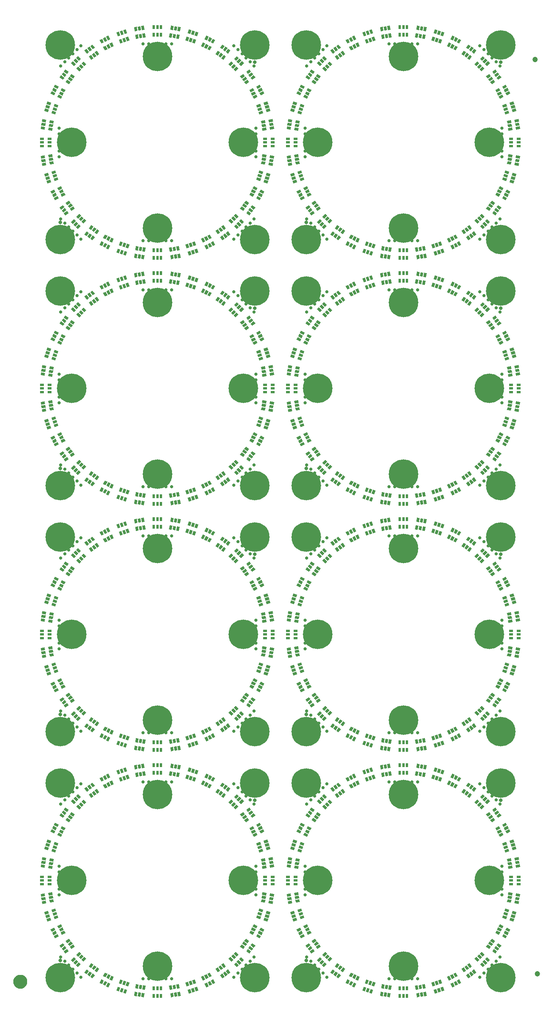
<source format=gts>
G75*
%MOIN*%
%OFA0B0*%
%FSLAX25Y25*%
%IPPOS*%
%LPD*%
%AMOC8*
5,1,8,0,0,1.08239X$1,22.5*
%
%ADD10C,0.02800*%
%ADD11R,0.03556X0.02375*%
%ADD12R,0.02375X0.03556*%
%ADD13C,0.25800*%
%ADD14C,0.03300*%
%ADD15C,0.04737*%
%ADD16C,0.05000*%
%ADD17C,0.06706*%
D10*
X0050354Y0068032D03*
X0053890Y0064496D03*
X0057425Y0060961D03*
X0060961Y0057425D03*
X0064496Y0053890D03*
X0068032Y0050354D03*
X0048900Y0122400D03*
X0048900Y0127400D03*
X0048900Y0132400D03*
X0048900Y0137400D03*
X0048900Y0142400D03*
X0048900Y0147400D03*
X0050354Y0201768D03*
X0053890Y0205304D03*
X0057425Y0208839D03*
X0060961Y0212375D03*
X0064496Y0215910D03*
X0068032Y0219446D03*
X0068032Y0265354D03*
X0064496Y0268890D03*
X0060961Y0272425D03*
X0057425Y0275961D03*
X0053890Y0279496D03*
X0050354Y0283032D03*
X0048900Y0337400D03*
X0048900Y0342400D03*
X0048900Y0347400D03*
X0048900Y0352400D03*
X0048900Y0357400D03*
X0048900Y0362400D03*
X0050354Y0416768D03*
X0053890Y0420304D03*
X0057425Y0423839D03*
X0060961Y0427375D03*
X0064496Y0430910D03*
X0068032Y0434446D03*
X0068032Y0480354D03*
X0064496Y0483890D03*
X0060961Y0487425D03*
X0057425Y0490961D03*
X0053890Y0494496D03*
X0050354Y0498032D03*
X0048900Y0552400D03*
X0048900Y0557400D03*
X0048900Y0562400D03*
X0048900Y0567400D03*
X0048900Y0572400D03*
X0048900Y0577400D03*
X0050354Y0631768D03*
X0053890Y0635304D03*
X0057425Y0638839D03*
X0060961Y0642375D03*
X0064496Y0645910D03*
X0068032Y0649446D03*
X0068032Y0695354D03*
X0064496Y0698890D03*
X0060961Y0702425D03*
X0057425Y0705961D03*
X0053890Y0709496D03*
X0050354Y0713032D03*
X0048900Y0767400D03*
X0048900Y0772400D03*
X0048900Y0777400D03*
X0048900Y0782400D03*
X0048900Y0787400D03*
X0048900Y0792400D03*
X0050354Y0846768D03*
X0053890Y0850304D03*
X0057425Y0853839D03*
X0060961Y0857375D03*
X0064496Y0860910D03*
X0068032Y0864446D03*
X0122400Y0865900D03*
X0127400Y0865900D03*
X0132400Y0865900D03*
X0137400Y0865900D03*
X0142400Y0865900D03*
X0147400Y0865900D03*
X0201768Y0864446D03*
X0205304Y0860910D03*
X0208839Y0857375D03*
X0212375Y0853839D03*
X0215910Y0850304D03*
X0219446Y0846768D03*
X0220900Y0792400D03*
X0220900Y0787400D03*
X0220900Y0782400D03*
X0220900Y0777400D03*
X0220900Y0772400D03*
X0220900Y0767400D03*
X0219446Y0713032D03*
X0215910Y0709496D03*
X0212375Y0705961D03*
X0208839Y0702425D03*
X0205304Y0698890D03*
X0201768Y0695354D03*
X0201768Y0649446D03*
X0205304Y0645910D03*
X0208839Y0642375D03*
X0212375Y0638839D03*
X0215910Y0635304D03*
X0219446Y0631768D03*
X0220900Y0577400D03*
X0220900Y0572400D03*
X0220900Y0567400D03*
X0220900Y0562400D03*
X0220900Y0557400D03*
X0220900Y0552400D03*
X0219446Y0498032D03*
X0215910Y0494496D03*
X0212375Y0490961D03*
X0208839Y0487425D03*
X0205304Y0483890D03*
X0201768Y0480354D03*
X0201768Y0434446D03*
X0205304Y0430910D03*
X0208839Y0427375D03*
X0212375Y0423839D03*
X0215910Y0420304D03*
X0219446Y0416768D03*
X0220900Y0362400D03*
X0220900Y0357400D03*
X0220900Y0352400D03*
X0220900Y0347400D03*
X0220900Y0342400D03*
X0220900Y0337400D03*
X0219446Y0283032D03*
X0215910Y0279496D03*
X0212375Y0275961D03*
X0208839Y0272425D03*
X0205304Y0268890D03*
X0201768Y0265354D03*
X0201768Y0219446D03*
X0205304Y0215910D03*
X0208839Y0212375D03*
X0212375Y0208839D03*
X0215910Y0205304D03*
X0219446Y0201768D03*
X0220900Y0147400D03*
X0220900Y0142400D03*
X0220900Y0137400D03*
X0220900Y0132400D03*
X0220900Y0127400D03*
X0220900Y0122400D03*
X0219446Y0068032D03*
X0215910Y0064496D03*
X0212375Y0060961D03*
X0208839Y0057425D03*
X0205304Y0053890D03*
X0201768Y0050354D03*
X0147400Y0048900D03*
X0142400Y0048900D03*
X0137400Y0048900D03*
X0132400Y0048900D03*
X0127400Y0048900D03*
X0122400Y0048900D03*
X0122400Y0220900D03*
X0127400Y0220900D03*
X0132400Y0220900D03*
X0137400Y0220900D03*
X0142400Y0220900D03*
X0147400Y0220900D03*
X0147400Y0263900D03*
X0142400Y0263900D03*
X0137400Y0263900D03*
X0132400Y0263900D03*
X0127400Y0263900D03*
X0122400Y0263900D03*
X0122400Y0435900D03*
X0127400Y0435900D03*
X0132400Y0435900D03*
X0137400Y0435900D03*
X0142400Y0435900D03*
X0147400Y0435900D03*
X0147400Y0478900D03*
X0142400Y0478900D03*
X0137400Y0478900D03*
X0132400Y0478900D03*
X0127400Y0478900D03*
X0122400Y0478900D03*
X0122400Y0650900D03*
X0127400Y0650900D03*
X0132400Y0650900D03*
X0137400Y0650900D03*
X0142400Y0650900D03*
X0147400Y0650900D03*
X0147400Y0693900D03*
X0142400Y0693900D03*
X0137400Y0693900D03*
X0132400Y0693900D03*
X0127400Y0693900D03*
X0122400Y0693900D03*
X0265354Y0713032D03*
X0268890Y0709496D03*
X0272425Y0705961D03*
X0275961Y0702425D03*
X0279496Y0698890D03*
X0283032Y0695354D03*
X0283032Y0649446D03*
X0279496Y0645910D03*
X0275961Y0642375D03*
X0272425Y0638839D03*
X0268890Y0635304D03*
X0265354Y0631768D03*
X0263900Y0577400D03*
X0263900Y0572400D03*
X0263900Y0567400D03*
X0263900Y0562400D03*
X0263900Y0557400D03*
X0263900Y0552400D03*
X0265354Y0498032D03*
X0268890Y0494496D03*
X0272425Y0490961D03*
X0275961Y0487425D03*
X0279496Y0483890D03*
X0283032Y0480354D03*
X0283032Y0434446D03*
X0279496Y0430910D03*
X0275961Y0427375D03*
X0272425Y0423839D03*
X0268890Y0420304D03*
X0265354Y0416768D03*
X0263900Y0362400D03*
X0263900Y0357400D03*
X0263900Y0352400D03*
X0263900Y0347400D03*
X0263900Y0342400D03*
X0263900Y0337400D03*
X0265354Y0283032D03*
X0268890Y0279496D03*
X0272425Y0275961D03*
X0275961Y0272425D03*
X0279496Y0268890D03*
X0283032Y0265354D03*
X0283032Y0219446D03*
X0279496Y0215910D03*
X0275961Y0212375D03*
X0272425Y0208839D03*
X0268890Y0205304D03*
X0265354Y0201768D03*
X0263900Y0147400D03*
X0263900Y0142400D03*
X0263900Y0137400D03*
X0263900Y0132400D03*
X0263900Y0127400D03*
X0263900Y0122400D03*
X0265354Y0068032D03*
X0268890Y0064496D03*
X0272425Y0060961D03*
X0275961Y0057425D03*
X0279496Y0053890D03*
X0283032Y0050354D03*
X0337400Y0048900D03*
X0342400Y0048900D03*
X0347400Y0048900D03*
X0352400Y0048900D03*
X0357400Y0048900D03*
X0362400Y0048900D03*
X0416768Y0050354D03*
X0420304Y0053890D03*
X0423839Y0057425D03*
X0427375Y0060961D03*
X0430910Y0064496D03*
X0434446Y0068032D03*
X0435900Y0122400D03*
X0435900Y0127400D03*
X0435900Y0132400D03*
X0435900Y0137400D03*
X0435900Y0142400D03*
X0435900Y0147400D03*
X0434446Y0201768D03*
X0430910Y0205304D03*
X0427375Y0208839D03*
X0423839Y0212375D03*
X0420304Y0215910D03*
X0416768Y0219446D03*
X0416768Y0265354D03*
X0420304Y0268890D03*
X0423839Y0272425D03*
X0427375Y0275961D03*
X0430910Y0279496D03*
X0434446Y0283032D03*
X0435900Y0337400D03*
X0435900Y0342400D03*
X0435900Y0347400D03*
X0435900Y0352400D03*
X0435900Y0357400D03*
X0435900Y0362400D03*
X0434446Y0416768D03*
X0430910Y0420304D03*
X0427375Y0423839D03*
X0423839Y0427375D03*
X0420304Y0430910D03*
X0416768Y0434446D03*
X0416768Y0480354D03*
X0420304Y0483890D03*
X0423839Y0487425D03*
X0427375Y0490961D03*
X0430910Y0494496D03*
X0434446Y0498032D03*
X0435900Y0552400D03*
X0435900Y0557400D03*
X0435900Y0562400D03*
X0435900Y0567400D03*
X0435900Y0572400D03*
X0435900Y0577400D03*
X0434446Y0631768D03*
X0430910Y0635304D03*
X0427375Y0638839D03*
X0423839Y0642375D03*
X0420304Y0645910D03*
X0416768Y0649446D03*
X0416768Y0695354D03*
X0420304Y0698890D03*
X0423839Y0702425D03*
X0427375Y0705961D03*
X0430910Y0709496D03*
X0434446Y0713032D03*
X0435900Y0767400D03*
X0435900Y0772400D03*
X0435900Y0777400D03*
X0435900Y0782400D03*
X0435900Y0787400D03*
X0435900Y0792400D03*
X0434446Y0846768D03*
X0430910Y0850304D03*
X0427375Y0853839D03*
X0423839Y0857375D03*
X0420304Y0860910D03*
X0416768Y0864446D03*
X0362400Y0865900D03*
X0357400Y0865900D03*
X0352400Y0865900D03*
X0347400Y0865900D03*
X0342400Y0865900D03*
X0337400Y0865900D03*
X0283032Y0864446D03*
X0279496Y0860910D03*
X0275961Y0857375D03*
X0272425Y0853839D03*
X0268890Y0850304D03*
X0265354Y0846768D03*
X0263900Y0792400D03*
X0263900Y0787400D03*
X0263900Y0782400D03*
X0263900Y0777400D03*
X0263900Y0772400D03*
X0263900Y0767400D03*
X0337400Y0693900D03*
X0342400Y0693900D03*
X0347400Y0693900D03*
X0352400Y0693900D03*
X0357400Y0693900D03*
X0362400Y0693900D03*
X0362400Y0650900D03*
X0357400Y0650900D03*
X0352400Y0650900D03*
X0347400Y0650900D03*
X0342400Y0650900D03*
X0337400Y0650900D03*
X0337400Y0478900D03*
X0342400Y0478900D03*
X0347400Y0478900D03*
X0352400Y0478900D03*
X0357400Y0478900D03*
X0362400Y0478900D03*
X0362400Y0435900D03*
X0357400Y0435900D03*
X0352400Y0435900D03*
X0347400Y0435900D03*
X0342400Y0435900D03*
X0337400Y0435900D03*
X0337400Y0263900D03*
X0342400Y0263900D03*
X0347400Y0263900D03*
X0352400Y0263900D03*
X0357400Y0263900D03*
X0362400Y0263900D03*
X0362400Y0220900D03*
X0357400Y0220900D03*
X0352400Y0220900D03*
X0347400Y0220900D03*
X0342400Y0220900D03*
X0337400Y0220900D03*
D11*
G36*
X0334229Y0225954D02*
X0333673Y0229465D01*
X0336017Y0229836D01*
X0336573Y0226325D01*
X0334229Y0225954D01*
G37*
G36*
X0331119Y0225461D02*
X0330563Y0228972D01*
X0332907Y0229343D01*
X0333463Y0225832D01*
X0331119Y0225461D01*
G37*
G36*
X0337340Y0226446D02*
X0336784Y0229957D01*
X0339128Y0230328D01*
X0339684Y0226817D01*
X0337340Y0226446D01*
G37*
G36*
X0336293Y0233057D02*
X0335737Y0236568D01*
X0338081Y0236939D01*
X0338637Y0233428D01*
X0336293Y0233057D01*
G37*
G36*
X0333182Y0232564D02*
X0332626Y0236075D01*
X0334970Y0236446D01*
X0335526Y0232935D01*
X0333182Y0232564D01*
G37*
G36*
X0330072Y0232072D02*
X0329516Y0235583D01*
X0331860Y0235954D01*
X0332416Y0232443D01*
X0330072Y0232072D01*
G37*
G36*
X0321182Y0229699D02*
X0320083Y0233080D01*
X0322340Y0233813D01*
X0323439Y0230432D01*
X0321182Y0229699D01*
G37*
G36*
X0318187Y0228726D02*
X0317088Y0232107D01*
X0319345Y0232840D01*
X0320444Y0229459D01*
X0318187Y0228726D01*
G37*
G36*
X0315191Y0227752D02*
X0314092Y0231133D01*
X0316349Y0231866D01*
X0317448Y0228485D01*
X0315191Y0227752D01*
G37*
G36*
X0317260Y0221387D02*
X0316161Y0224768D01*
X0318418Y0225501D01*
X0319517Y0222120D01*
X0317260Y0221387D01*
G37*
G36*
X0320255Y0222360D02*
X0319156Y0225741D01*
X0321413Y0226474D01*
X0322512Y0223093D01*
X0320255Y0222360D01*
G37*
G36*
X0323251Y0223334D02*
X0322152Y0226715D01*
X0324409Y0227448D01*
X0325508Y0224067D01*
X0323251Y0223334D01*
G37*
G36*
X0309676Y0218125D02*
X0308062Y0221293D01*
X0310176Y0222371D01*
X0311790Y0219203D01*
X0309676Y0218125D01*
G37*
G36*
X0306869Y0216695D02*
X0305255Y0219863D01*
X0307369Y0220941D01*
X0308983Y0217773D01*
X0306869Y0216695D01*
G37*
G36*
X0304063Y0215265D02*
X0302449Y0218433D01*
X0304563Y0219511D01*
X0306177Y0216343D01*
X0304063Y0215265D01*
G37*
G36*
X0297199Y0210808D02*
X0295110Y0213684D01*
X0297031Y0215080D01*
X0299120Y0212204D01*
X0297199Y0210808D01*
G37*
G36*
X0294651Y0208957D02*
X0292562Y0211833D01*
X0294483Y0213229D01*
X0296572Y0210353D01*
X0294651Y0208957D01*
G37*
G36*
X0292103Y0207105D02*
X0290014Y0209981D01*
X0291935Y0211377D01*
X0294024Y0208501D01*
X0292103Y0207105D01*
G37*
G36*
X0288169Y0212520D02*
X0286080Y0215396D01*
X0288001Y0216792D01*
X0290090Y0213916D01*
X0288169Y0212520D01*
G37*
G36*
X0290717Y0214371D02*
X0288628Y0217247D01*
X0290549Y0218643D01*
X0292638Y0215767D01*
X0290717Y0214371D01*
G37*
G36*
X0293265Y0216223D02*
X0291176Y0219099D01*
X0293097Y0220495D01*
X0295186Y0217619D01*
X0293265Y0216223D01*
G37*
G36*
X0301024Y0221229D02*
X0299410Y0224397D01*
X0301524Y0225475D01*
X0303138Y0222307D01*
X0301024Y0221229D01*
G37*
G36*
X0303831Y0222659D02*
X0302217Y0225827D01*
X0304331Y0226905D01*
X0305945Y0223737D01*
X0303831Y0222659D01*
G37*
G36*
X0306637Y0224089D02*
X0305023Y0227257D01*
X0307137Y0228335D01*
X0308751Y0225167D01*
X0306637Y0224089D01*
G37*
G36*
X0317448Y0256315D02*
X0316349Y0252934D01*
X0314092Y0253667D01*
X0315191Y0257048D01*
X0317448Y0256315D01*
G37*
G36*
X0320444Y0255341D02*
X0319345Y0251960D01*
X0317088Y0252693D01*
X0318187Y0256074D01*
X0320444Y0255341D01*
G37*
G36*
X0323439Y0254368D02*
X0322340Y0250987D01*
X0320083Y0251720D01*
X0321182Y0255101D01*
X0323439Y0254368D01*
G37*
G36*
X0325508Y0260733D02*
X0324409Y0257352D01*
X0322152Y0258085D01*
X0323251Y0261466D01*
X0325508Y0260733D01*
G37*
G36*
X0322512Y0261707D02*
X0321413Y0258326D01*
X0319156Y0259059D01*
X0320255Y0262440D01*
X0322512Y0261707D01*
G37*
G36*
X0319517Y0262680D02*
X0318418Y0259299D01*
X0316161Y0260032D01*
X0317260Y0263413D01*
X0319517Y0262680D01*
G37*
G36*
X0311790Y0265597D02*
X0310176Y0262429D01*
X0308062Y0263507D01*
X0309676Y0266675D01*
X0311790Y0265597D01*
G37*
G36*
X0308983Y0267027D02*
X0307369Y0263859D01*
X0305255Y0264937D01*
X0306869Y0268105D01*
X0308983Y0267027D01*
G37*
G36*
X0306177Y0268457D02*
X0304563Y0265289D01*
X0302449Y0266367D01*
X0304063Y0269535D01*
X0306177Y0268457D01*
G37*
G36*
X0303138Y0262493D02*
X0301524Y0259325D01*
X0299410Y0260403D01*
X0301024Y0263571D01*
X0303138Y0262493D01*
G37*
G36*
X0305945Y0261063D02*
X0304331Y0257895D01*
X0302217Y0258973D01*
X0303831Y0262141D01*
X0305945Y0261063D01*
G37*
G36*
X0308751Y0259633D02*
X0307137Y0256465D01*
X0305023Y0257543D01*
X0306637Y0260711D01*
X0308751Y0259633D01*
G37*
G36*
X0299120Y0272596D02*
X0297031Y0269720D01*
X0295110Y0271116D01*
X0297199Y0273992D01*
X0299120Y0272596D01*
G37*
G36*
X0296572Y0274447D02*
X0294483Y0271571D01*
X0292562Y0272967D01*
X0294651Y0275843D01*
X0296572Y0274447D01*
G37*
G36*
X0294024Y0276299D02*
X0291935Y0273423D01*
X0290014Y0274819D01*
X0292103Y0277695D01*
X0294024Y0276299D01*
G37*
G36*
X0290090Y0270884D02*
X0288001Y0268008D01*
X0286080Y0269404D01*
X0288169Y0272280D01*
X0290090Y0270884D01*
G37*
G36*
X0292638Y0269033D02*
X0290549Y0266157D01*
X0288628Y0267553D01*
X0290717Y0270429D01*
X0292638Y0269033D01*
G37*
G36*
X0295186Y0267181D02*
X0293097Y0264305D01*
X0291176Y0265701D01*
X0293265Y0268577D01*
X0295186Y0267181D01*
G37*
G36*
X0287689Y0281556D02*
X0285176Y0279043D01*
X0283497Y0280722D01*
X0286010Y0283235D01*
X0287689Y0281556D01*
G37*
G36*
X0285462Y0283783D02*
X0282949Y0281270D01*
X0281270Y0282949D01*
X0283783Y0285462D01*
X0285462Y0283783D01*
G37*
G36*
X0283235Y0286010D02*
X0280722Y0283497D01*
X0279043Y0285176D01*
X0281556Y0287689D01*
X0283235Y0286010D01*
G37*
G36*
X0278503Y0281278D02*
X0275990Y0278765D01*
X0274311Y0280444D01*
X0276824Y0282957D01*
X0278503Y0281278D01*
G37*
G36*
X0280730Y0279051D02*
X0278217Y0276538D01*
X0276538Y0278217D01*
X0279051Y0280730D01*
X0280730Y0279051D01*
G37*
G36*
X0282957Y0276824D02*
X0280444Y0274311D01*
X0278765Y0275990D01*
X0281278Y0278503D01*
X0282957Y0276824D01*
G37*
G36*
X0277695Y0292103D02*
X0274819Y0290014D01*
X0273423Y0291935D01*
X0276299Y0294024D01*
X0277695Y0292103D01*
G37*
G36*
X0275843Y0294651D02*
X0272967Y0292562D01*
X0271571Y0294483D01*
X0274447Y0296572D01*
X0275843Y0294651D01*
G37*
G36*
X0273992Y0297199D02*
X0271116Y0295110D01*
X0269720Y0297031D01*
X0272596Y0299120D01*
X0273992Y0297199D01*
G37*
G36*
X0270429Y0290717D02*
X0267553Y0288628D01*
X0266157Y0290549D01*
X0269033Y0292638D01*
X0270429Y0290717D01*
G37*
G36*
X0272280Y0288169D02*
X0269404Y0286080D01*
X0268008Y0288001D01*
X0270884Y0290090D01*
X0272280Y0288169D01*
G37*
G36*
X0268577Y0293265D02*
X0265701Y0291176D01*
X0264305Y0293097D01*
X0267181Y0295186D01*
X0268577Y0293265D01*
G37*
G36*
X0269535Y0304063D02*
X0266367Y0302449D01*
X0265289Y0304563D01*
X0268457Y0306177D01*
X0269535Y0304063D01*
G37*
G36*
X0268105Y0306869D02*
X0264937Y0305255D01*
X0263859Y0307369D01*
X0267027Y0308983D01*
X0268105Y0306869D01*
G37*
G36*
X0266675Y0309676D02*
X0263507Y0308062D01*
X0262429Y0310176D01*
X0265597Y0311790D01*
X0266675Y0309676D01*
G37*
G36*
X0260711Y0306637D02*
X0257543Y0305023D01*
X0256465Y0307137D01*
X0259633Y0308751D01*
X0260711Y0306637D01*
G37*
G36*
X0262141Y0303831D02*
X0258973Y0302217D01*
X0257895Y0304331D01*
X0261063Y0305945D01*
X0262141Y0303831D01*
G37*
G36*
X0263571Y0301024D02*
X0260403Y0299410D01*
X0259325Y0301524D01*
X0262493Y0303138D01*
X0263571Y0301024D01*
G37*
G36*
X0263413Y0317260D02*
X0260032Y0316161D01*
X0259299Y0318418D01*
X0262680Y0319517D01*
X0263413Y0317260D01*
G37*
G36*
X0262440Y0320255D02*
X0259059Y0319156D01*
X0258326Y0321413D01*
X0261707Y0322512D01*
X0262440Y0320255D01*
G37*
G36*
X0261466Y0323251D02*
X0258085Y0322152D01*
X0257352Y0324409D01*
X0260733Y0325508D01*
X0261466Y0323251D01*
G37*
G36*
X0255101Y0321182D02*
X0251720Y0320083D01*
X0250987Y0322340D01*
X0254368Y0323439D01*
X0255101Y0321182D01*
G37*
G36*
X0256074Y0318187D02*
X0252693Y0317088D01*
X0251960Y0319345D01*
X0255341Y0320444D01*
X0256074Y0318187D01*
G37*
G36*
X0257048Y0315191D02*
X0253667Y0314092D01*
X0252934Y0316349D01*
X0256315Y0317448D01*
X0257048Y0315191D01*
G37*
G36*
X0259339Y0331119D02*
X0255828Y0330563D01*
X0255457Y0332907D01*
X0258968Y0333463D01*
X0259339Y0331119D01*
G37*
G36*
X0258846Y0334229D02*
X0255335Y0333673D01*
X0254964Y0336017D01*
X0258475Y0336573D01*
X0258846Y0334229D01*
G37*
G36*
X0258354Y0337340D02*
X0254843Y0336784D01*
X0254472Y0339128D01*
X0257983Y0339684D01*
X0258354Y0337340D01*
G37*
X0255746Y0346750D03*
X0255746Y0349900D03*
X0255746Y0353050D03*
X0249054Y0353050D03*
X0249054Y0349900D03*
X0249054Y0346750D03*
G36*
X0251743Y0336293D02*
X0248232Y0335737D01*
X0247861Y0338081D01*
X0251372Y0338637D01*
X0251743Y0336293D01*
G37*
G36*
X0252236Y0333182D02*
X0248725Y0332626D01*
X0248354Y0334970D01*
X0251865Y0335526D01*
X0252236Y0333182D01*
G37*
G36*
X0252728Y0330072D02*
X0249217Y0329516D01*
X0248846Y0331860D01*
X0252357Y0332416D01*
X0252728Y0330072D01*
G37*
G36*
X0257983Y0360116D02*
X0254472Y0360672D01*
X0254843Y0363016D01*
X0258354Y0362460D01*
X0257983Y0360116D01*
G37*
G36*
X0258475Y0363226D02*
X0254964Y0363782D01*
X0255335Y0366126D01*
X0258846Y0365570D01*
X0258475Y0363226D01*
G37*
G36*
X0258968Y0366337D02*
X0255457Y0366893D01*
X0255828Y0369237D01*
X0259339Y0368681D01*
X0258968Y0366337D01*
G37*
G36*
X0260733Y0374292D02*
X0257352Y0375391D01*
X0258085Y0377648D01*
X0261466Y0376549D01*
X0260733Y0374292D01*
G37*
G36*
X0261707Y0377288D02*
X0258326Y0378387D01*
X0259059Y0380644D01*
X0262440Y0379545D01*
X0261707Y0377288D01*
G37*
G36*
X0262680Y0380283D02*
X0259299Y0381382D01*
X0260032Y0383639D01*
X0263413Y0382540D01*
X0262680Y0380283D01*
G37*
G36*
X0265597Y0388010D02*
X0262429Y0389624D01*
X0263507Y0391738D01*
X0266675Y0390124D01*
X0265597Y0388010D01*
G37*
G36*
X0267027Y0390817D02*
X0263859Y0392431D01*
X0264937Y0394545D01*
X0268105Y0392931D01*
X0267027Y0390817D01*
G37*
G36*
X0268457Y0393623D02*
X0265289Y0395237D01*
X0266367Y0397351D01*
X0269535Y0395737D01*
X0268457Y0393623D01*
G37*
G36*
X0272596Y0400680D02*
X0269720Y0402769D01*
X0271116Y0404690D01*
X0273992Y0402601D01*
X0272596Y0400680D01*
G37*
G36*
X0274447Y0403228D02*
X0271571Y0405317D01*
X0272967Y0407238D01*
X0275843Y0405149D01*
X0274447Y0403228D01*
G37*
G36*
X0276299Y0405776D02*
X0273423Y0407865D01*
X0274819Y0409786D01*
X0277695Y0407697D01*
X0276299Y0405776D01*
G37*
G36*
X0270884Y0409710D02*
X0268008Y0411799D01*
X0269404Y0413720D01*
X0272280Y0411631D01*
X0270884Y0409710D01*
G37*
G36*
X0269033Y0407162D02*
X0266157Y0409251D01*
X0267553Y0411172D01*
X0270429Y0409083D01*
X0269033Y0407162D01*
G37*
G36*
X0267181Y0404614D02*
X0264305Y0406703D01*
X0265701Y0408624D01*
X0268577Y0406535D01*
X0267181Y0404614D01*
G37*
G36*
X0262493Y0396662D02*
X0259325Y0398276D01*
X0260403Y0400390D01*
X0263571Y0398776D01*
X0262493Y0396662D01*
G37*
G36*
X0261063Y0393855D02*
X0257895Y0395469D01*
X0258973Y0397583D01*
X0262141Y0395969D01*
X0261063Y0393855D01*
G37*
G36*
X0259633Y0391049D02*
X0256465Y0392663D01*
X0257543Y0394777D01*
X0260711Y0393163D01*
X0259633Y0391049D01*
G37*
G36*
X0256315Y0382352D02*
X0252934Y0383451D01*
X0253667Y0385708D01*
X0257048Y0384609D01*
X0256315Y0382352D01*
G37*
G36*
X0255341Y0379356D02*
X0251960Y0380455D01*
X0252693Y0382712D01*
X0256074Y0381613D01*
X0255341Y0379356D01*
G37*
G36*
X0254368Y0376361D02*
X0250987Y0377460D01*
X0251720Y0379717D01*
X0255101Y0378618D01*
X0254368Y0376361D01*
G37*
G36*
X0252357Y0367384D02*
X0248846Y0367940D01*
X0249217Y0370284D01*
X0252728Y0369728D01*
X0252357Y0367384D01*
G37*
G36*
X0251865Y0364273D02*
X0248354Y0364829D01*
X0248725Y0367173D01*
X0252236Y0366617D01*
X0251865Y0364273D01*
G37*
G36*
X0251372Y0361163D02*
X0247861Y0361719D01*
X0248232Y0364063D01*
X0251743Y0363507D01*
X0251372Y0361163D01*
G37*
G36*
X0233057Y0363507D02*
X0236568Y0364063D01*
X0236939Y0361719D01*
X0233428Y0361163D01*
X0233057Y0363507D01*
G37*
G36*
X0232564Y0366617D02*
X0236075Y0367173D01*
X0236446Y0364829D01*
X0232935Y0364273D01*
X0232564Y0366617D01*
G37*
G36*
X0232072Y0369728D02*
X0235583Y0370284D01*
X0235954Y0367940D01*
X0232443Y0367384D01*
X0232072Y0369728D01*
G37*
G36*
X0225461Y0368681D02*
X0228972Y0369237D01*
X0229343Y0366893D01*
X0225832Y0366337D01*
X0225461Y0368681D01*
G37*
G36*
X0225954Y0365570D02*
X0229465Y0366126D01*
X0229836Y0363782D01*
X0226325Y0363226D01*
X0225954Y0365570D01*
G37*
G36*
X0226446Y0362460D02*
X0229957Y0363016D01*
X0230328Y0360672D01*
X0226817Y0360116D01*
X0226446Y0362460D01*
G37*
X0229054Y0353050D03*
X0229054Y0349900D03*
X0229054Y0346750D03*
X0235746Y0346750D03*
X0235746Y0349900D03*
X0235746Y0353050D03*
G36*
X0233428Y0338637D02*
X0236939Y0338081D01*
X0236568Y0335737D01*
X0233057Y0336293D01*
X0233428Y0338637D01*
G37*
G36*
X0232935Y0335526D02*
X0236446Y0334970D01*
X0236075Y0332626D01*
X0232564Y0333182D01*
X0232935Y0335526D01*
G37*
G36*
X0232443Y0332416D02*
X0235954Y0331860D01*
X0235583Y0329516D01*
X0232072Y0330072D01*
X0232443Y0332416D01*
G37*
G36*
X0225832Y0333463D02*
X0229343Y0332907D01*
X0228972Y0330563D01*
X0225461Y0331119D01*
X0225832Y0333463D01*
G37*
G36*
X0226325Y0336573D02*
X0229836Y0336017D01*
X0229465Y0333673D01*
X0225954Y0334229D01*
X0226325Y0336573D01*
G37*
G36*
X0226817Y0339684D02*
X0230328Y0339128D01*
X0229957Y0336784D01*
X0226446Y0337340D01*
X0226817Y0339684D01*
G37*
G36*
X0224067Y0325508D02*
X0227448Y0324409D01*
X0226715Y0322152D01*
X0223334Y0323251D01*
X0224067Y0325508D01*
G37*
G36*
X0223093Y0322512D02*
X0226474Y0321413D01*
X0225741Y0319156D01*
X0222360Y0320255D01*
X0223093Y0322512D01*
G37*
G36*
X0222120Y0319517D02*
X0225501Y0318418D01*
X0224768Y0316161D01*
X0221387Y0317260D01*
X0222120Y0319517D01*
G37*
G36*
X0219203Y0311790D02*
X0222371Y0310176D01*
X0221293Y0308062D01*
X0218125Y0309676D01*
X0219203Y0311790D01*
G37*
G36*
X0217773Y0308983D02*
X0220941Y0307369D01*
X0219863Y0305255D01*
X0216695Y0306869D01*
X0217773Y0308983D01*
G37*
G36*
X0216343Y0306177D02*
X0219511Y0304563D01*
X0218433Y0302449D01*
X0215265Y0304063D01*
X0216343Y0306177D01*
G37*
G36*
X0212204Y0299120D02*
X0215080Y0297031D01*
X0213684Y0295110D01*
X0210808Y0297199D01*
X0212204Y0299120D01*
G37*
G36*
X0210353Y0296572D02*
X0213229Y0294483D01*
X0211833Y0292562D01*
X0208957Y0294651D01*
X0210353Y0296572D01*
G37*
G36*
X0208501Y0294024D02*
X0211377Y0291935D01*
X0209981Y0290014D01*
X0207105Y0292103D01*
X0208501Y0294024D01*
G37*
G36*
X0213916Y0290090D02*
X0216792Y0288001D01*
X0215396Y0286080D01*
X0212520Y0288169D01*
X0213916Y0290090D01*
G37*
G36*
X0215767Y0292638D02*
X0218643Y0290549D01*
X0217247Y0288628D01*
X0214371Y0290717D01*
X0215767Y0292638D01*
G37*
G36*
X0217619Y0295186D02*
X0220495Y0293097D01*
X0219099Y0291176D01*
X0216223Y0293265D01*
X0217619Y0295186D01*
G37*
G36*
X0222307Y0303138D02*
X0225475Y0301524D01*
X0224397Y0299410D01*
X0221229Y0301024D01*
X0222307Y0303138D01*
G37*
G36*
X0223737Y0305945D02*
X0226905Y0304331D01*
X0225827Y0302217D01*
X0222659Y0303831D01*
X0223737Y0305945D01*
G37*
G36*
X0225167Y0308751D02*
X0228335Y0307137D01*
X0227257Y0305023D01*
X0224089Y0306637D01*
X0225167Y0308751D01*
G37*
G36*
X0228485Y0317448D02*
X0231866Y0316349D01*
X0231133Y0314092D01*
X0227752Y0315191D01*
X0228485Y0317448D01*
G37*
G36*
X0229459Y0320444D02*
X0232840Y0319345D01*
X0232107Y0317088D01*
X0228726Y0318187D01*
X0229459Y0320444D01*
G37*
G36*
X0230432Y0323439D02*
X0233813Y0322340D01*
X0233080Y0320083D01*
X0229699Y0321182D01*
X0230432Y0323439D01*
G37*
G36*
X0203244Y0287689D02*
X0205757Y0285176D01*
X0204078Y0283497D01*
X0201565Y0286010D01*
X0203244Y0287689D01*
G37*
G36*
X0201017Y0285462D02*
X0203530Y0282949D01*
X0201851Y0281270D01*
X0199338Y0283783D01*
X0201017Y0285462D01*
G37*
G36*
X0198790Y0283235D02*
X0201303Y0280722D01*
X0199624Y0279043D01*
X0197111Y0281556D01*
X0198790Y0283235D01*
G37*
G36*
X0203522Y0278503D02*
X0206035Y0275990D01*
X0204356Y0274311D01*
X0201843Y0276824D01*
X0203522Y0278503D01*
G37*
G36*
X0205749Y0280730D02*
X0208262Y0278217D01*
X0206583Y0276538D01*
X0204070Y0279051D01*
X0205749Y0280730D01*
G37*
G36*
X0207976Y0282957D02*
X0210489Y0280444D01*
X0208810Y0278765D01*
X0206297Y0281278D01*
X0207976Y0282957D01*
G37*
G36*
X0196631Y0272280D02*
X0198720Y0269404D01*
X0196799Y0268008D01*
X0194710Y0270884D01*
X0196631Y0272280D01*
G37*
G36*
X0194083Y0270429D02*
X0196172Y0267553D01*
X0194251Y0266157D01*
X0192162Y0269033D01*
X0194083Y0270429D01*
G37*
G36*
X0191535Y0268577D02*
X0193624Y0265701D01*
X0191703Y0264305D01*
X0189614Y0267181D01*
X0191535Y0268577D01*
G37*
G36*
X0187601Y0273992D02*
X0189690Y0271116D01*
X0187769Y0269720D01*
X0185680Y0272596D01*
X0187601Y0273992D01*
G37*
G36*
X0190149Y0275843D02*
X0192238Y0272967D01*
X0190317Y0271571D01*
X0188228Y0274447D01*
X0190149Y0275843D01*
G37*
G36*
X0192697Y0277695D02*
X0194786Y0274819D01*
X0192865Y0273423D01*
X0190776Y0276299D01*
X0192697Y0277695D01*
G37*
G36*
X0180737Y0269535D02*
X0182351Y0266367D01*
X0180237Y0265289D01*
X0178623Y0268457D01*
X0180737Y0269535D01*
G37*
G36*
X0177931Y0268105D02*
X0179545Y0264937D01*
X0177431Y0263859D01*
X0175817Y0267027D01*
X0177931Y0268105D01*
G37*
G36*
X0175124Y0266675D02*
X0176738Y0263507D01*
X0174624Y0262429D01*
X0173010Y0265597D01*
X0175124Y0266675D01*
G37*
G36*
X0178163Y0260711D02*
X0179777Y0257543D01*
X0177663Y0256465D01*
X0176049Y0259633D01*
X0178163Y0260711D01*
G37*
G36*
X0180969Y0262141D02*
X0182583Y0258973D01*
X0180469Y0257895D01*
X0178855Y0261063D01*
X0180969Y0262141D01*
G37*
G36*
X0183776Y0263571D02*
X0185390Y0260403D01*
X0183276Y0259325D01*
X0181662Y0262493D01*
X0183776Y0263571D01*
G37*
G36*
X0167540Y0263413D02*
X0168639Y0260032D01*
X0166382Y0259299D01*
X0165283Y0262680D01*
X0167540Y0263413D01*
G37*
G36*
X0164545Y0262440D02*
X0165644Y0259059D01*
X0163387Y0258326D01*
X0162288Y0261707D01*
X0164545Y0262440D01*
G37*
G36*
X0161549Y0261466D02*
X0162648Y0258085D01*
X0160391Y0257352D01*
X0159292Y0260733D01*
X0161549Y0261466D01*
G37*
G36*
X0163618Y0255101D02*
X0164717Y0251720D01*
X0162460Y0250987D01*
X0161361Y0254368D01*
X0163618Y0255101D01*
G37*
G36*
X0166613Y0256074D02*
X0167712Y0252693D01*
X0165455Y0251960D01*
X0164356Y0255341D01*
X0166613Y0256074D01*
G37*
G36*
X0169609Y0257048D02*
X0170708Y0253667D01*
X0168451Y0252934D01*
X0167352Y0256315D01*
X0169609Y0257048D01*
G37*
G36*
X0153681Y0259339D02*
X0154237Y0255828D01*
X0151893Y0255457D01*
X0151337Y0258968D01*
X0153681Y0259339D01*
G37*
G36*
X0150570Y0258846D02*
X0151126Y0255335D01*
X0148782Y0254964D01*
X0148226Y0258475D01*
X0150570Y0258846D01*
G37*
G36*
X0147460Y0258354D02*
X0148016Y0254843D01*
X0145672Y0254472D01*
X0145116Y0257983D01*
X0147460Y0258354D01*
G37*
G36*
X0148507Y0251743D02*
X0149063Y0248232D01*
X0146719Y0247861D01*
X0146163Y0251372D01*
X0148507Y0251743D01*
G37*
G36*
X0151617Y0252236D02*
X0152173Y0248725D01*
X0149829Y0248354D01*
X0149273Y0251865D01*
X0151617Y0252236D01*
G37*
G36*
X0154728Y0252728D02*
X0155284Y0249217D01*
X0152940Y0248846D01*
X0152384Y0252357D01*
X0154728Y0252728D01*
G37*
G36*
X0149273Y0232935D02*
X0149829Y0236446D01*
X0152173Y0236075D01*
X0151617Y0232564D01*
X0149273Y0232935D01*
G37*
G36*
X0146163Y0233428D02*
X0146719Y0236939D01*
X0149063Y0236568D01*
X0148507Y0233057D01*
X0146163Y0233428D01*
G37*
G36*
X0145116Y0226817D02*
X0145672Y0230328D01*
X0148016Y0229957D01*
X0147460Y0226446D01*
X0145116Y0226817D01*
G37*
G36*
X0148226Y0226325D02*
X0148782Y0229836D01*
X0151126Y0229465D01*
X0150570Y0225954D01*
X0148226Y0226325D01*
G37*
G36*
X0151337Y0225832D02*
X0151893Y0229343D01*
X0154237Y0228972D01*
X0153681Y0225461D01*
X0151337Y0225832D01*
G37*
G36*
X0152384Y0232443D02*
X0152940Y0235954D01*
X0155284Y0235583D01*
X0154728Y0232072D01*
X0152384Y0232443D01*
G37*
G36*
X0161361Y0230432D02*
X0162460Y0233813D01*
X0164717Y0233080D01*
X0163618Y0229699D01*
X0161361Y0230432D01*
G37*
G36*
X0164356Y0229459D02*
X0165455Y0232840D01*
X0167712Y0232107D01*
X0166613Y0228726D01*
X0164356Y0229459D01*
G37*
G36*
X0167352Y0228485D02*
X0168451Y0231866D01*
X0170708Y0231133D01*
X0169609Y0227752D01*
X0167352Y0228485D01*
G37*
G36*
X0165283Y0222120D02*
X0166382Y0225501D01*
X0168639Y0224768D01*
X0167540Y0221387D01*
X0165283Y0222120D01*
G37*
G36*
X0162288Y0223093D02*
X0163387Y0226474D01*
X0165644Y0225741D01*
X0164545Y0222360D01*
X0162288Y0223093D01*
G37*
G36*
X0159292Y0224067D02*
X0160391Y0227448D01*
X0162648Y0226715D01*
X0161549Y0223334D01*
X0159292Y0224067D01*
G37*
G36*
X0173010Y0219203D02*
X0174624Y0222371D01*
X0176738Y0221293D01*
X0175124Y0218125D01*
X0173010Y0219203D01*
G37*
G36*
X0175817Y0217773D02*
X0177431Y0220941D01*
X0179545Y0219863D01*
X0177931Y0216695D01*
X0175817Y0217773D01*
G37*
G36*
X0178623Y0216343D02*
X0180237Y0219511D01*
X0182351Y0218433D01*
X0180737Y0215265D01*
X0178623Y0216343D01*
G37*
G36*
X0181662Y0222307D02*
X0183276Y0225475D01*
X0185390Y0224397D01*
X0183776Y0221229D01*
X0181662Y0222307D01*
G37*
G36*
X0178855Y0223737D02*
X0180469Y0226905D01*
X0182583Y0225827D01*
X0180969Y0222659D01*
X0178855Y0223737D01*
G37*
G36*
X0176049Y0225167D02*
X0177663Y0228335D01*
X0179777Y0227257D01*
X0178163Y0224089D01*
X0176049Y0225167D01*
G37*
G36*
X0185680Y0212204D02*
X0187769Y0215080D01*
X0189690Y0213684D01*
X0187601Y0210808D01*
X0185680Y0212204D01*
G37*
G36*
X0188228Y0210353D02*
X0190317Y0213229D01*
X0192238Y0211833D01*
X0190149Y0208957D01*
X0188228Y0210353D01*
G37*
G36*
X0190776Y0208501D02*
X0192865Y0211377D01*
X0194786Y0209981D01*
X0192697Y0207105D01*
X0190776Y0208501D01*
G37*
G36*
X0194710Y0213916D02*
X0196799Y0216792D01*
X0198720Y0215396D01*
X0196631Y0212520D01*
X0194710Y0213916D01*
G37*
G36*
X0192162Y0215767D02*
X0194251Y0218643D01*
X0196172Y0217247D01*
X0194083Y0214371D01*
X0192162Y0215767D01*
G37*
G36*
X0189614Y0217619D02*
X0191703Y0220495D01*
X0193624Y0219099D01*
X0191535Y0216223D01*
X0189614Y0217619D01*
G37*
G36*
X0197111Y0203244D02*
X0199624Y0205757D01*
X0201303Y0204078D01*
X0198790Y0201565D01*
X0197111Y0203244D01*
G37*
G36*
X0199338Y0201017D02*
X0201851Y0203530D01*
X0203530Y0201851D01*
X0201017Y0199338D01*
X0199338Y0201017D01*
G37*
G36*
X0201565Y0198790D02*
X0204078Y0201303D01*
X0205757Y0199624D01*
X0203244Y0197111D01*
X0201565Y0198790D01*
G37*
G36*
X0206297Y0203522D02*
X0208810Y0206035D01*
X0210489Y0204356D01*
X0207976Y0201843D01*
X0206297Y0203522D01*
G37*
G36*
X0204070Y0205749D02*
X0206583Y0208262D01*
X0208262Y0206583D01*
X0205749Y0204070D01*
X0204070Y0205749D01*
G37*
G36*
X0201843Y0207976D02*
X0204356Y0210489D01*
X0206035Y0208810D01*
X0203522Y0206297D01*
X0201843Y0207976D01*
G37*
G36*
X0207105Y0192697D02*
X0209981Y0194786D01*
X0211377Y0192865D01*
X0208501Y0190776D01*
X0207105Y0192697D01*
G37*
G36*
X0208957Y0190149D02*
X0211833Y0192238D01*
X0213229Y0190317D01*
X0210353Y0188228D01*
X0208957Y0190149D01*
G37*
G36*
X0210808Y0187601D02*
X0213684Y0189690D01*
X0215080Y0187769D01*
X0212204Y0185680D01*
X0210808Y0187601D01*
G37*
G36*
X0214371Y0194083D02*
X0217247Y0196172D01*
X0218643Y0194251D01*
X0215767Y0192162D01*
X0214371Y0194083D01*
G37*
G36*
X0212520Y0196631D02*
X0215396Y0198720D01*
X0216792Y0196799D01*
X0213916Y0194710D01*
X0212520Y0196631D01*
G37*
G36*
X0216223Y0191535D02*
X0219099Y0193624D01*
X0220495Y0191703D01*
X0217619Y0189614D01*
X0216223Y0191535D01*
G37*
G36*
X0215265Y0180737D02*
X0218433Y0182351D01*
X0219511Y0180237D01*
X0216343Y0178623D01*
X0215265Y0180737D01*
G37*
G36*
X0216695Y0177931D02*
X0219863Y0179545D01*
X0220941Y0177431D01*
X0217773Y0175817D01*
X0216695Y0177931D01*
G37*
G36*
X0218125Y0175124D02*
X0221293Y0176738D01*
X0222371Y0174624D01*
X0219203Y0173010D01*
X0218125Y0175124D01*
G37*
G36*
X0224089Y0178163D02*
X0227257Y0179777D01*
X0228335Y0177663D01*
X0225167Y0176049D01*
X0224089Y0178163D01*
G37*
G36*
X0222659Y0180969D02*
X0225827Y0182583D01*
X0226905Y0180469D01*
X0223737Y0178855D01*
X0222659Y0180969D01*
G37*
G36*
X0221229Y0183776D02*
X0224397Y0185390D01*
X0225475Y0183276D01*
X0222307Y0181662D01*
X0221229Y0183776D01*
G37*
G36*
X0221387Y0167540D02*
X0224768Y0168639D01*
X0225501Y0166382D01*
X0222120Y0165283D01*
X0221387Y0167540D01*
G37*
G36*
X0222360Y0164545D02*
X0225741Y0165644D01*
X0226474Y0163387D01*
X0223093Y0162288D01*
X0222360Y0164545D01*
G37*
G36*
X0223334Y0161549D02*
X0226715Y0162648D01*
X0227448Y0160391D01*
X0224067Y0159292D01*
X0223334Y0161549D01*
G37*
G36*
X0229699Y0163618D02*
X0233080Y0164717D01*
X0233813Y0162460D01*
X0230432Y0161361D01*
X0229699Y0163618D01*
G37*
G36*
X0228726Y0166613D02*
X0232107Y0167712D01*
X0232840Y0165455D01*
X0229459Y0164356D01*
X0228726Y0166613D01*
G37*
G36*
X0227752Y0169609D02*
X0231133Y0170708D01*
X0231866Y0168451D01*
X0228485Y0167352D01*
X0227752Y0169609D01*
G37*
G36*
X0225461Y0153681D02*
X0228972Y0154237D01*
X0229343Y0151893D01*
X0225832Y0151337D01*
X0225461Y0153681D01*
G37*
G36*
X0225954Y0150570D02*
X0229465Y0151126D01*
X0229836Y0148782D01*
X0226325Y0148226D01*
X0225954Y0150570D01*
G37*
G36*
X0226446Y0147460D02*
X0229957Y0148016D01*
X0230328Y0145672D01*
X0226817Y0145116D01*
X0226446Y0147460D01*
G37*
X0229054Y0138050D03*
X0229054Y0134900D03*
X0229054Y0131750D03*
X0235746Y0131750D03*
X0235746Y0134900D03*
X0235746Y0138050D03*
G36*
X0233057Y0148507D02*
X0236568Y0149063D01*
X0236939Y0146719D01*
X0233428Y0146163D01*
X0233057Y0148507D01*
G37*
G36*
X0232564Y0151617D02*
X0236075Y0152173D01*
X0236446Y0149829D01*
X0232935Y0149273D01*
X0232564Y0151617D01*
G37*
G36*
X0232072Y0154728D02*
X0235583Y0155284D01*
X0235954Y0152940D01*
X0232443Y0152384D01*
X0232072Y0154728D01*
G37*
G36*
X0226817Y0124684D02*
X0230328Y0124128D01*
X0229957Y0121784D01*
X0226446Y0122340D01*
X0226817Y0124684D01*
G37*
G36*
X0226325Y0121573D02*
X0229836Y0121017D01*
X0229465Y0118673D01*
X0225954Y0119229D01*
X0226325Y0121573D01*
G37*
G36*
X0225832Y0118463D02*
X0229343Y0117907D01*
X0228972Y0115563D01*
X0225461Y0116119D01*
X0225832Y0118463D01*
G37*
G36*
X0224067Y0110508D02*
X0227448Y0109409D01*
X0226715Y0107152D01*
X0223334Y0108251D01*
X0224067Y0110508D01*
G37*
G36*
X0223093Y0107512D02*
X0226474Y0106413D01*
X0225741Y0104156D01*
X0222360Y0105255D01*
X0223093Y0107512D01*
G37*
G36*
X0222120Y0104517D02*
X0225501Y0103418D01*
X0224768Y0101161D01*
X0221387Y0102260D01*
X0222120Y0104517D01*
G37*
G36*
X0219203Y0096790D02*
X0222371Y0095176D01*
X0221293Y0093062D01*
X0218125Y0094676D01*
X0219203Y0096790D01*
G37*
G36*
X0217773Y0093983D02*
X0220941Y0092369D01*
X0219863Y0090255D01*
X0216695Y0091869D01*
X0217773Y0093983D01*
G37*
G36*
X0216343Y0091177D02*
X0219511Y0089563D01*
X0218433Y0087449D01*
X0215265Y0089063D01*
X0216343Y0091177D01*
G37*
G36*
X0212204Y0084120D02*
X0215080Y0082031D01*
X0213684Y0080110D01*
X0210808Y0082199D01*
X0212204Y0084120D01*
G37*
G36*
X0210353Y0081572D02*
X0213229Y0079483D01*
X0211833Y0077562D01*
X0208957Y0079651D01*
X0210353Y0081572D01*
G37*
G36*
X0208501Y0079024D02*
X0211377Y0076935D01*
X0209981Y0075014D01*
X0207105Y0077103D01*
X0208501Y0079024D01*
G37*
G36*
X0213916Y0075090D02*
X0216792Y0073001D01*
X0215396Y0071080D01*
X0212520Y0073169D01*
X0213916Y0075090D01*
G37*
G36*
X0215767Y0077638D02*
X0218643Y0075549D01*
X0217247Y0073628D01*
X0214371Y0075717D01*
X0215767Y0077638D01*
G37*
G36*
X0217619Y0080186D02*
X0220495Y0078097D01*
X0219099Y0076176D01*
X0216223Y0078265D01*
X0217619Y0080186D01*
G37*
G36*
X0222307Y0088138D02*
X0225475Y0086524D01*
X0224397Y0084410D01*
X0221229Y0086024D01*
X0222307Y0088138D01*
G37*
G36*
X0223737Y0090945D02*
X0226905Y0089331D01*
X0225827Y0087217D01*
X0222659Y0088831D01*
X0223737Y0090945D01*
G37*
G36*
X0225167Y0093751D02*
X0228335Y0092137D01*
X0227257Y0090023D01*
X0224089Y0091637D01*
X0225167Y0093751D01*
G37*
G36*
X0228485Y0102448D02*
X0231866Y0101349D01*
X0231133Y0099092D01*
X0227752Y0100191D01*
X0228485Y0102448D01*
G37*
G36*
X0229459Y0105444D02*
X0232840Y0104345D01*
X0232107Y0102088D01*
X0228726Y0103187D01*
X0229459Y0105444D01*
G37*
G36*
X0230432Y0108439D02*
X0233813Y0107340D01*
X0233080Y0105083D01*
X0229699Y0106182D01*
X0230432Y0108439D01*
G37*
G36*
X0232443Y0117416D02*
X0235954Y0116860D01*
X0235583Y0114516D01*
X0232072Y0115072D01*
X0232443Y0117416D01*
G37*
G36*
X0232935Y0120526D02*
X0236446Y0119970D01*
X0236075Y0117626D01*
X0232564Y0118182D01*
X0232935Y0120526D01*
G37*
G36*
X0233428Y0123637D02*
X0236939Y0123081D01*
X0236568Y0120737D01*
X0233057Y0121293D01*
X0233428Y0123637D01*
G37*
G36*
X0251743Y0121293D02*
X0248232Y0120737D01*
X0247861Y0123081D01*
X0251372Y0123637D01*
X0251743Y0121293D01*
G37*
G36*
X0252236Y0118182D02*
X0248725Y0117626D01*
X0248354Y0119970D01*
X0251865Y0120526D01*
X0252236Y0118182D01*
G37*
G36*
X0252728Y0115072D02*
X0249217Y0114516D01*
X0248846Y0116860D01*
X0252357Y0117416D01*
X0252728Y0115072D01*
G37*
G36*
X0259339Y0116119D02*
X0255828Y0115563D01*
X0255457Y0117907D01*
X0258968Y0118463D01*
X0259339Y0116119D01*
G37*
G36*
X0258846Y0119229D02*
X0255335Y0118673D01*
X0254964Y0121017D01*
X0258475Y0121573D01*
X0258846Y0119229D01*
G37*
G36*
X0258354Y0122340D02*
X0254843Y0121784D01*
X0254472Y0124128D01*
X0257983Y0124684D01*
X0258354Y0122340D01*
G37*
X0255746Y0131750D03*
X0255746Y0134900D03*
X0255746Y0138050D03*
X0249054Y0138050D03*
X0249054Y0134900D03*
X0249054Y0131750D03*
G36*
X0251372Y0146163D02*
X0247861Y0146719D01*
X0248232Y0149063D01*
X0251743Y0148507D01*
X0251372Y0146163D01*
G37*
G36*
X0251865Y0149273D02*
X0248354Y0149829D01*
X0248725Y0152173D01*
X0252236Y0151617D01*
X0251865Y0149273D01*
G37*
G36*
X0252357Y0152384D02*
X0248846Y0152940D01*
X0249217Y0155284D01*
X0252728Y0154728D01*
X0252357Y0152384D01*
G37*
G36*
X0258968Y0151337D02*
X0255457Y0151893D01*
X0255828Y0154237D01*
X0259339Y0153681D01*
X0258968Y0151337D01*
G37*
G36*
X0258475Y0148226D02*
X0254964Y0148782D01*
X0255335Y0151126D01*
X0258846Y0150570D01*
X0258475Y0148226D01*
G37*
G36*
X0257983Y0145116D02*
X0254472Y0145672D01*
X0254843Y0148016D01*
X0258354Y0147460D01*
X0257983Y0145116D01*
G37*
G36*
X0260733Y0159292D02*
X0257352Y0160391D01*
X0258085Y0162648D01*
X0261466Y0161549D01*
X0260733Y0159292D01*
G37*
G36*
X0261707Y0162288D02*
X0258326Y0163387D01*
X0259059Y0165644D01*
X0262440Y0164545D01*
X0261707Y0162288D01*
G37*
G36*
X0262680Y0165283D02*
X0259299Y0166382D01*
X0260032Y0168639D01*
X0263413Y0167540D01*
X0262680Y0165283D01*
G37*
G36*
X0265597Y0173010D02*
X0262429Y0174624D01*
X0263507Y0176738D01*
X0266675Y0175124D01*
X0265597Y0173010D01*
G37*
G36*
X0267027Y0175817D02*
X0263859Y0177431D01*
X0264937Y0179545D01*
X0268105Y0177931D01*
X0267027Y0175817D01*
G37*
G36*
X0268457Y0178623D02*
X0265289Y0180237D01*
X0266367Y0182351D01*
X0269535Y0180737D01*
X0268457Y0178623D01*
G37*
G36*
X0272596Y0185680D02*
X0269720Y0187769D01*
X0271116Y0189690D01*
X0273992Y0187601D01*
X0272596Y0185680D01*
G37*
G36*
X0274447Y0188228D02*
X0271571Y0190317D01*
X0272967Y0192238D01*
X0275843Y0190149D01*
X0274447Y0188228D01*
G37*
G36*
X0276299Y0190776D02*
X0273423Y0192865D01*
X0274819Y0194786D01*
X0277695Y0192697D01*
X0276299Y0190776D01*
G37*
G36*
X0270884Y0194710D02*
X0268008Y0196799D01*
X0269404Y0198720D01*
X0272280Y0196631D01*
X0270884Y0194710D01*
G37*
G36*
X0269033Y0192162D02*
X0266157Y0194251D01*
X0267553Y0196172D01*
X0270429Y0194083D01*
X0269033Y0192162D01*
G37*
G36*
X0267181Y0189614D02*
X0264305Y0191703D01*
X0265701Y0193624D01*
X0268577Y0191535D01*
X0267181Y0189614D01*
G37*
G36*
X0262493Y0181662D02*
X0259325Y0183276D01*
X0260403Y0185390D01*
X0263571Y0183776D01*
X0262493Y0181662D01*
G37*
G36*
X0261063Y0178855D02*
X0257895Y0180469D01*
X0258973Y0182583D01*
X0262141Y0180969D01*
X0261063Y0178855D01*
G37*
G36*
X0259633Y0176049D02*
X0256465Y0177663D01*
X0257543Y0179777D01*
X0260711Y0178163D01*
X0259633Y0176049D01*
G37*
G36*
X0256315Y0167352D02*
X0252934Y0168451D01*
X0253667Y0170708D01*
X0257048Y0169609D01*
X0256315Y0167352D01*
G37*
G36*
X0255341Y0164356D02*
X0251960Y0165455D01*
X0252693Y0167712D01*
X0256074Y0166613D01*
X0255341Y0164356D01*
G37*
G36*
X0254368Y0161361D02*
X0250987Y0162460D01*
X0251720Y0164717D01*
X0255101Y0163618D01*
X0254368Y0161361D01*
G37*
G36*
X0281556Y0197111D02*
X0279043Y0199624D01*
X0280722Y0201303D01*
X0283235Y0198790D01*
X0281556Y0197111D01*
G37*
G36*
X0283783Y0199338D02*
X0281270Y0201851D01*
X0282949Y0203530D01*
X0285462Y0201017D01*
X0283783Y0199338D01*
G37*
G36*
X0286010Y0201565D02*
X0283497Y0204078D01*
X0285176Y0205757D01*
X0287689Y0203244D01*
X0286010Y0201565D01*
G37*
G36*
X0281278Y0206297D02*
X0278765Y0208810D01*
X0280444Y0210489D01*
X0282957Y0207976D01*
X0281278Y0206297D01*
G37*
G36*
X0279051Y0204070D02*
X0276538Y0206583D01*
X0278217Y0208262D01*
X0280730Y0205749D01*
X0279051Y0204070D01*
G37*
G36*
X0276824Y0201843D02*
X0274311Y0204356D01*
X0275990Y0206035D01*
X0278503Y0203522D01*
X0276824Y0201843D01*
G37*
G36*
X0332416Y0252357D02*
X0331860Y0248846D01*
X0329516Y0249217D01*
X0330072Y0252728D01*
X0332416Y0252357D01*
G37*
G36*
X0335526Y0251865D02*
X0334970Y0248354D01*
X0332626Y0248725D01*
X0333182Y0252236D01*
X0335526Y0251865D01*
G37*
G36*
X0338637Y0251372D02*
X0338081Y0247861D01*
X0335737Y0248232D01*
X0336293Y0251743D01*
X0338637Y0251372D01*
G37*
G36*
X0339684Y0257983D02*
X0339128Y0254472D01*
X0336784Y0254843D01*
X0337340Y0258354D01*
X0339684Y0257983D01*
G37*
G36*
X0336573Y0258475D02*
X0336017Y0254964D01*
X0333673Y0255335D01*
X0334229Y0258846D01*
X0336573Y0258475D01*
G37*
G36*
X0333463Y0258968D02*
X0332907Y0255457D01*
X0330563Y0255828D01*
X0331119Y0259339D01*
X0333463Y0258968D01*
G37*
G36*
X0362460Y0258354D02*
X0363016Y0254843D01*
X0360672Y0254472D01*
X0360116Y0257983D01*
X0362460Y0258354D01*
G37*
G36*
X0365570Y0258846D02*
X0366126Y0255335D01*
X0363782Y0254964D01*
X0363226Y0258475D01*
X0365570Y0258846D01*
G37*
G36*
X0368681Y0259339D02*
X0369237Y0255828D01*
X0366893Y0255457D01*
X0366337Y0258968D01*
X0368681Y0259339D01*
G37*
G36*
X0376549Y0261466D02*
X0377648Y0258085D01*
X0375391Y0257352D01*
X0374292Y0260733D01*
X0376549Y0261466D01*
G37*
G36*
X0379545Y0262440D02*
X0380644Y0259059D01*
X0378387Y0258326D01*
X0377288Y0261707D01*
X0379545Y0262440D01*
G37*
G36*
X0382540Y0263413D02*
X0383639Y0260032D01*
X0381382Y0259299D01*
X0380283Y0262680D01*
X0382540Y0263413D01*
G37*
G36*
X0384609Y0257048D02*
X0385708Y0253667D01*
X0383451Y0252934D01*
X0382352Y0256315D01*
X0384609Y0257048D01*
G37*
G36*
X0381613Y0256074D02*
X0382712Y0252693D01*
X0380455Y0251960D01*
X0379356Y0255341D01*
X0381613Y0256074D01*
G37*
G36*
X0378618Y0255101D02*
X0379717Y0251720D01*
X0377460Y0250987D01*
X0376361Y0254368D01*
X0378618Y0255101D01*
G37*
G36*
X0369728Y0252728D02*
X0370284Y0249217D01*
X0367940Y0248846D01*
X0367384Y0252357D01*
X0369728Y0252728D01*
G37*
G36*
X0366617Y0252236D02*
X0367173Y0248725D01*
X0364829Y0248354D01*
X0364273Y0251865D01*
X0366617Y0252236D01*
G37*
G36*
X0363507Y0251743D02*
X0364063Y0248232D01*
X0361719Y0247861D01*
X0361163Y0251372D01*
X0363507Y0251743D01*
G37*
G36*
X0361163Y0233428D02*
X0361719Y0236939D01*
X0364063Y0236568D01*
X0363507Y0233057D01*
X0361163Y0233428D01*
G37*
G36*
X0364273Y0232935D02*
X0364829Y0236446D01*
X0367173Y0236075D01*
X0366617Y0232564D01*
X0364273Y0232935D01*
G37*
G36*
X0367384Y0232443D02*
X0367940Y0235954D01*
X0370284Y0235583D01*
X0369728Y0232072D01*
X0367384Y0232443D01*
G37*
G36*
X0366337Y0225832D02*
X0366893Y0229343D01*
X0369237Y0228972D01*
X0368681Y0225461D01*
X0366337Y0225832D01*
G37*
G36*
X0363226Y0226325D02*
X0363782Y0229836D01*
X0366126Y0229465D01*
X0365570Y0225954D01*
X0363226Y0226325D01*
G37*
G36*
X0360116Y0226817D02*
X0360672Y0230328D01*
X0363016Y0229957D01*
X0362460Y0226446D01*
X0360116Y0226817D01*
G37*
G36*
X0374292Y0224067D02*
X0375391Y0227448D01*
X0377648Y0226715D01*
X0376549Y0223334D01*
X0374292Y0224067D01*
G37*
G36*
X0377288Y0223093D02*
X0378387Y0226474D01*
X0380644Y0225741D01*
X0379545Y0222360D01*
X0377288Y0223093D01*
G37*
G36*
X0380283Y0222120D02*
X0381382Y0225501D01*
X0383639Y0224768D01*
X0382540Y0221387D01*
X0380283Y0222120D01*
G37*
G36*
X0382352Y0228485D02*
X0383451Y0231866D01*
X0385708Y0231133D01*
X0384609Y0227752D01*
X0382352Y0228485D01*
G37*
G36*
X0379356Y0229459D02*
X0380455Y0232840D01*
X0382712Y0232107D01*
X0381613Y0228726D01*
X0379356Y0229459D01*
G37*
G36*
X0376361Y0230432D02*
X0377460Y0233813D01*
X0379717Y0233080D01*
X0378618Y0229699D01*
X0376361Y0230432D01*
G37*
G36*
X0388010Y0219203D02*
X0389624Y0222371D01*
X0391738Y0221293D01*
X0390124Y0218125D01*
X0388010Y0219203D01*
G37*
G36*
X0390817Y0217773D02*
X0392431Y0220941D01*
X0394545Y0219863D01*
X0392931Y0216695D01*
X0390817Y0217773D01*
G37*
G36*
X0393623Y0216343D02*
X0395237Y0219511D01*
X0397351Y0218433D01*
X0395737Y0215265D01*
X0393623Y0216343D01*
G37*
G36*
X0396662Y0222307D02*
X0398276Y0225475D01*
X0400390Y0224397D01*
X0398776Y0221229D01*
X0396662Y0222307D01*
G37*
G36*
X0393855Y0223737D02*
X0395469Y0226905D01*
X0397583Y0225827D01*
X0395969Y0222659D01*
X0393855Y0223737D01*
G37*
G36*
X0391049Y0225167D02*
X0392663Y0228335D01*
X0394777Y0227257D01*
X0393163Y0224089D01*
X0391049Y0225167D01*
G37*
G36*
X0400680Y0212204D02*
X0402769Y0215080D01*
X0404690Y0213684D01*
X0402601Y0210808D01*
X0400680Y0212204D01*
G37*
G36*
X0403228Y0210353D02*
X0405317Y0213229D01*
X0407238Y0211833D01*
X0405149Y0208957D01*
X0403228Y0210353D01*
G37*
G36*
X0405776Y0208501D02*
X0407865Y0211377D01*
X0409786Y0209981D01*
X0407697Y0207105D01*
X0405776Y0208501D01*
G37*
G36*
X0409710Y0213916D02*
X0411799Y0216792D01*
X0413720Y0215396D01*
X0411631Y0212520D01*
X0409710Y0213916D01*
G37*
G36*
X0407162Y0215767D02*
X0409251Y0218643D01*
X0411172Y0217247D01*
X0409083Y0214371D01*
X0407162Y0215767D01*
G37*
G36*
X0404614Y0217619D02*
X0406703Y0220495D01*
X0408624Y0219099D01*
X0406535Y0216223D01*
X0404614Y0217619D01*
G37*
G36*
X0412111Y0203244D02*
X0414624Y0205757D01*
X0416303Y0204078D01*
X0413790Y0201565D01*
X0412111Y0203244D01*
G37*
G36*
X0414338Y0201017D02*
X0416851Y0203530D01*
X0418530Y0201851D01*
X0416017Y0199338D01*
X0414338Y0201017D01*
G37*
G36*
X0416565Y0198790D02*
X0419078Y0201303D01*
X0420757Y0199624D01*
X0418244Y0197111D01*
X0416565Y0198790D01*
G37*
G36*
X0419070Y0205749D02*
X0421583Y0208262D01*
X0423262Y0206583D01*
X0420749Y0204070D01*
X0419070Y0205749D01*
G37*
G36*
X0416843Y0207976D02*
X0419356Y0210489D01*
X0421035Y0208810D01*
X0418522Y0206297D01*
X0416843Y0207976D01*
G37*
G36*
X0421297Y0203522D02*
X0423810Y0206035D01*
X0425489Y0204356D01*
X0422976Y0201843D01*
X0421297Y0203522D01*
G37*
G36*
X0422105Y0192697D02*
X0424981Y0194786D01*
X0426377Y0192865D01*
X0423501Y0190776D01*
X0422105Y0192697D01*
G37*
G36*
X0423957Y0190149D02*
X0426833Y0192238D01*
X0428229Y0190317D01*
X0425353Y0188228D01*
X0423957Y0190149D01*
G37*
G36*
X0425808Y0187601D02*
X0428684Y0189690D01*
X0430080Y0187769D01*
X0427204Y0185680D01*
X0425808Y0187601D01*
G37*
G36*
X0427520Y0196631D02*
X0430396Y0198720D01*
X0431792Y0196799D01*
X0428916Y0194710D01*
X0427520Y0196631D01*
G37*
G36*
X0429371Y0194083D02*
X0432247Y0196172D01*
X0433643Y0194251D01*
X0430767Y0192162D01*
X0429371Y0194083D01*
G37*
G36*
X0431223Y0191535D02*
X0434099Y0193624D01*
X0435495Y0191703D01*
X0432619Y0189614D01*
X0431223Y0191535D01*
G37*
G36*
X0430265Y0180737D02*
X0433433Y0182351D01*
X0434511Y0180237D01*
X0431343Y0178623D01*
X0430265Y0180737D01*
G37*
G36*
X0431695Y0177931D02*
X0434863Y0179545D01*
X0435941Y0177431D01*
X0432773Y0175817D01*
X0431695Y0177931D01*
G37*
G36*
X0433125Y0175124D02*
X0436293Y0176738D01*
X0437371Y0174624D01*
X0434203Y0173010D01*
X0433125Y0175124D01*
G37*
G36*
X0437659Y0180969D02*
X0440827Y0182583D01*
X0441905Y0180469D01*
X0438737Y0178855D01*
X0437659Y0180969D01*
G37*
G36*
X0436229Y0183776D02*
X0439397Y0185390D01*
X0440475Y0183276D01*
X0437307Y0181662D01*
X0436229Y0183776D01*
G37*
G36*
X0439089Y0178163D02*
X0442257Y0179777D01*
X0443335Y0177663D01*
X0440167Y0176049D01*
X0439089Y0178163D01*
G37*
G36*
X0442752Y0169609D02*
X0446133Y0170708D01*
X0446866Y0168451D01*
X0443485Y0167352D01*
X0442752Y0169609D01*
G37*
G36*
X0443726Y0166613D02*
X0447107Y0167712D01*
X0447840Y0165455D01*
X0444459Y0164356D01*
X0443726Y0166613D01*
G37*
G36*
X0444699Y0163618D02*
X0448080Y0164717D01*
X0448813Y0162460D01*
X0445432Y0161361D01*
X0444699Y0163618D01*
G37*
G36*
X0438334Y0161549D02*
X0441715Y0162648D01*
X0442448Y0160391D01*
X0439067Y0159292D01*
X0438334Y0161549D01*
G37*
G36*
X0437360Y0164545D02*
X0440741Y0165644D01*
X0441474Y0163387D01*
X0438093Y0162288D01*
X0437360Y0164545D01*
G37*
G36*
X0436387Y0167540D02*
X0439768Y0168639D01*
X0440501Y0166382D01*
X0437120Y0165283D01*
X0436387Y0167540D01*
G37*
G36*
X0440461Y0153681D02*
X0443972Y0154237D01*
X0444343Y0151893D01*
X0440832Y0151337D01*
X0440461Y0153681D01*
G37*
G36*
X0440954Y0150570D02*
X0444465Y0151126D01*
X0444836Y0148782D01*
X0441325Y0148226D01*
X0440954Y0150570D01*
G37*
G36*
X0441446Y0147460D02*
X0444957Y0148016D01*
X0445328Y0145672D01*
X0441817Y0145116D01*
X0441446Y0147460D01*
G37*
G36*
X0448057Y0148507D02*
X0451568Y0149063D01*
X0451939Y0146719D01*
X0448428Y0146163D01*
X0448057Y0148507D01*
G37*
G36*
X0447564Y0151617D02*
X0451075Y0152173D01*
X0451446Y0149829D01*
X0447935Y0149273D01*
X0447564Y0151617D01*
G37*
G36*
X0447072Y0154728D02*
X0450583Y0155284D01*
X0450954Y0152940D01*
X0447443Y0152384D01*
X0447072Y0154728D01*
G37*
X0444054Y0138050D03*
X0444054Y0134900D03*
X0444054Y0131750D03*
X0450746Y0131750D03*
X0450746Y0134900D03*
X0450746Y0138050D03*
G36*
X0448428Y0123637D02*
X0451939Y0123081D01*
X0451568Y0120737D01*
X0448057Y0121293D01*
X0448428Y0123637D01*
G37*
G36*
X0447935Y0120526D02*
X0451446Y0119970D01*
X0451075Y0117626D01*
X0447564Y0118182D01*
X0447935Y0120526D01*
G37*
G36*
X0447443Y0117416D02*
X0450954Y0116860D01*
X0450583Y0114516D01*
X0447072Y0115072D01*
X0447443Y0117416D01*
G37*
G36*
X0440832Y0118463D02*
X0444343Y0117907D01*
X0443972Y0115563D01*
X0440461Y0116119D01*
X0440832Y0118463D01*
G37*
G36*
X0441325Y0121573D02*
X0444836Y0121017D01*
X0444465Y0118673D01*
X0440954Y0119229D01*
X0441325Y0121573D01*
G37*
G36*
X0441817Y0124684D02*
X0445328Y0124128D01*
X0444957Y0121784D01*
X0441446Y0122340D01*
X0441817Y0124684D01*
G37*
G36*
X0439067Y0110508D02*
X0442448Y0109409D01*
X0441715Y0107152D01*
X0438334Y0108251D01*
X0439067Y0110508D01*
G37*
G36*
X0438093Y0107512D02*
X0441474Y0106413D01*
X0440741Y0104156D01*
X0437360Y0105255D01*
X0438093Y0107512D01*
G37*
G36*
X0437120Y0104517D02*
X0440501Y0103418D01*
X0439768Y0101161D01*
X0436387Y0102260D01*
X0437120Y0104517D01*
G37*
G36*
X0443485Y0102448D02*
X0446866Y0101349D01*
X0446133Y0099092D01*
X0442752Y0100191D01*
X0443485Y0102448D01*
G37*
G36*
X0444459Y0105444D02*
X0447840Y0104345D01*
X0447107Y0102088D01*
X0443726Y0103187D01*
X0444459Y0105444D01*
G37*
G36*
X0445432Y0108439D02*
X0448813Y0107340D01*
X0448080Y0105083D01*
X0444699Y0106182D01*
X0445432Y0108439D01*
G37*
G36*
X0440167Y0093751D02*
X0443335Y0092137D01*
X0442257Y0090023D01*
X0439089Y0091637D01*
X0440167Y0093751D01*
G37*
G36*
X0438737Y0090945D02*
X0441905Y0089331D01*
X0440827Y0087217D01*
X0437659Y0088831D01*
X0438737Y0090945D01*
G37*
G36*
X0437307Y0088138D02*
X0440475Y0086524D01*
X0439397Y0084410D01*
X0436229Y0086024D01*
X0437307Y0088138D01*
G37*
G36*
X0431343Y0091177D02*
X0434511Y0089563D01*
X0433433Y0087449D01*
X0430265Y0089063D01*
X0431343Y0091177D01*
G37*
G36*
X0432773Y0093983D02*
X0435941Y0092369D01*
X0434863Y0090255D01*
X0431695Y0091869D01*
X0432773Y0093983D01*
G37*
G36*
X0434203Y0096790D02*
X0437371Y0095176D01*
X0436293Y0093062D01*
X0433125Y0094676D01*
X0434203Y0096790D01*
G37*
G36*
X0427204Y0084120D02*
X0430080Y0082031D01*
X0428684Y0080110D01*
X0425808Y0082199D01*
X0427204Y0084120D01*
G37*
G36*
X0425353Y0081572D02*
X0428229Y0079483D01*
X0426833Y0077562D01*
X0423957Y0079651D01*
X0425353Y0081572D01*
G37*
G36*
X0423501Y0079024D02*
X0426377Y0076935D01*
X0424981Y0075014D01*
X0422105Y0077103D01*
X0423501Y0079024D01*
G37*
G36*
X0428916Y0075090D02*
X0431792Y0073001D01*
X0430396Y0071080D01*
X0427520Y0073169D01*
X0428916Y0075090D01*
G37*
G36*
X0430767Y0077638D02*
X0433643Y0075549D01*
X0432247Y0073628D01*
X0429371Y0075717D01*
X0430767Y0077638D01*
G37*
G36*
X0432619Y0080186D02*
X0435495Y0078097D01*
X0434099Y0076176D01*
X0431223Y0078265D01*
X0432619Y0080186D01*
G37*
G36*
X0422976Y0067957D02*
X0425489Y0065444D01*
X0423810Y0063765D01*
X0421297Y0066278D01*
X0422976Y0067957D01*
G37*
G36*
X0420749Y0065730D02*
X0423262Y0063217D01*
X0421583Y0061538D01*
X0419070Y0064051D01*
X0420749Y0065730D01*
G37*
G36*
X0418522Y0063503D02*
X0421035Y0060990D01*
X0419356Y0059311D01*
X0416843Y0061824D01*
X0418522Y0063503D01*
G37*
G36*
X0413790Y0068235D02*
X0416303Y0065722D01*
X0414624Y0064043D01*
X0412111Y0066556D01*
X0413790Y0068235D01*
G37*
G36*
X0416017Y0070462D02*
X0418530Y0067949D01*
X0416851Y0066270D01*
X0414338Y0068783D01*
X0416017Y0070462D01*
G37*
G36*
X0418244Y0072689D02*
X0420757Y0070176D01*
X0419078Y0068497D01*
X0416565Y0071010D01*
X0418244Y0072689D01*
G37*
G36*
X0407697Y0062695D02*
X0409786Y0059819D01*
X0407865Y0058423D01*
X0405776Y0061299D01*
X0407697Y0062695D01*
G37*
G36*
X0405149Y0060843D02*
X0407238Y0057967D01*
X0405317Y0056571D01*
X0403228Y0059447D01*
X0405149Y0060843D01*
G37*
G36*
X0402601Y0058992D02*
X0404690Y0056116D01*
X0402769Y0054720D01*
X0400680Y0057596D01*
X0402601Y0058992D01*
G37*
G36*
X0406535Y0053577D02*
X0408624Y0050701D01*
X0406703Y0049305D01*
X0404614Y0052181D01*
X0406535Y0053577D01*
G37*
G36*
X0409083Y0055429D02*
X0411172Y0052553D01*
X0409251Y0051157D01*
X0407162Y0054033D01*
X0409083Y0055429D01*
G37*
G36*
X0411631Y0057280D02*
X0413720Y0054404D01*
X0411799Y0053008D01*
X0409710Y0055884D01*
X0411631Y0057280D01*
G37*
G36*
X0398776Y0048571D02*
X0400390Y0045403D01*
X0398276Y0044325D01*
X0396662Y0047493D01*
X0398776Y0048571D01*
G37*
G36*
X0395969Y0047141D02*
X0397583Y0043973D01*
X0395469Y0042895D01*
X0393855Y0046063D01*
X0395969Y0047141D01*
G37*
G36*
X0393163Y0045711D02*
X0394777Y0042543D01*
X0392663Y0041465D01*
X0391049Y0044633D01*
X0393163Y0045711D01*
G37*
G36*
X0390124Y0051675D02*
X0391738Y0048507D01*
X0389624Y0047429D01*
X0388010Y0050597D01*
X0390124Y0051675D01*
G37*
G36*
X0392931Y0053105D02*
X0394545Y0049937D01*
X0392431Y0048859D01*
X0390817Y0052027D01*
X0392931Y0053105D01*
G37*
G36*
X0395737Y0054535D02*
X0397351Y0051367D01*
X0395237Y0050289D01*
X0393623Y0053457D01*
X0395737Y0054535D01*
G37*
G36*
X0384609Y0042048D02*
X0385708Y0038667D01*
X0383451Y0037934D01*
X0382352Y0041315D01*
X0384609Y0042048D01*
G37*
G36*
X0381613Y0041074D02*
X0382712Y0037693D01*
X0380455Y0036960D01*
X0379356Y0040341D01*
X0381613Y0041074D01*
G37*
G36*
X0378618Y0040101D02*
X0379717Y0036720D01*
X0377460Y0035987D01*
X0376361Y0039368D01*
X0378618Y0040101D01*
G37*
G36*
X0376549Y0046466D02*
X0377648Y0043085D01*
X0375391Y0042352D01*
X0374292Y0045733D01*
X0376549Y0046466D01*
G37*
G36*
X0379545Y0047440D02*
X0380644Y0044059D01*
X0378387Y0043326D01*
X0377288Y0046707D01*
X0379545Y0047440D01*
G37*
G36*
X0382540Y0048413D02*
X0383639Y0045032D01*
X0381382Y0044299D01*
X0380283Y0047680D01*
X0382540Y0048413D01*
G37*
G36*
X0369728Y0037728D02*
X0370284Y0034217D01*
X0367940Y0033846D01*
X0367384Y0037357D01*
X0369728Y0037728D01*
G37*
G36*
X0366617Y0037236D02*
X0367173Y0033725D01*
X0364829Y0033354D01*
X0364273Y0036865D01*
X0366617Y0037236D01*
G37*
G36*
X0363507Y0036743D02*
X0364063Y0033232D01*
X0361719Y0032861D01*
X0361163Y0036372D01*
X0363507Y0036743D01*
G37*
G36*
X0362460Y0043354D02*
X0363016Y0039843D01*
X0360672Y0039472D01*
X0360116Y0042983D01*
X0362460Y0043354D01*
G37*
G36*
X0365570Y0043846D02*
X0366126Y0040335D01*
X0363782Y0039964D01*
X0363226Y0043475D01*
X0365570Y0043846D01*
G37*
G36*
X0368681Y0044339D02*
X0369237Y0040828D01*
X0366893Y0040457D01*
X0366337Y0043968D01*
X0368681Y0044339D01*
G37*
G36*
X0339684Y0042983D02*
X0339128Y0039472D01*
X0336784Y0039843D01*
X0337340Y0043354D01*
X0339684Y0042983D01*
G37*
G36*
X0336573Y0043475D02*
X0336017Y0039964D01*
X0333673Y0040335D01*
X0334229Y0043846D01*
X0336573Y0043475D01*
G37*
G36*
X0333463Y0043968D02*
X0332907Y0040457D01*
X0330563Y0040828D01*
X0331119Y0044339D01*
X0333463Y0043968D01*
G37*
G36*
X0332416Y0037357D02*
X0331860Y0033846D01*
X0329516Y0034217D01*
X0330072Y0037728D01*
X0332416Y0037357D01*
G37*
G36*
X0335526Y0036865D02*
X0334970Y0033354D01*
X0332626Y0033725D01*
X0333182Y0037236D01*
X0335526Y0036865D01*
G37*
G36*
X0338637Y0036372D02*
X0338081Y0032861D01*
X0335737Y0033232D01*
X0336293Y0036743D01*
X0338637Y0036372D01*
G37*
G36*
X0325508Y0045733D02*
X0324409Y0042352D01*
X0322152Y0043085D01*
X0323251Y0046466D01*
X0325508Y0045733D01*
G37*
G36*
X0322512Y0046707D02*
X0321413Y0043326D01*
X0319156Y0044059D01*
X0320255Y0047440D01*
X0322512Y0046707D01*
G37*
G36*
X0319517Y0047680D02*
X0318418Y0044299D01*
X0316161Y0045032D01*
X0317260Y0048413D01*
X0319517Y0047680D01*
G37*
G36*
X0317448Y0041315D02*
X0316349Y0037934D01*
X0314092Y0038667D01*
X0315191Y0042048D01*
X0317448Y0041315D01*
G37*
G36*
X0320444Y0040341D02*
X0319345Y0036960D01*
X0317088Y0037693D01*
X0318187Y0041074D01*
X0320444Y0040341D01*
G37*
G36*
X0323439Y0039368D02*
X0322340Y0035987D01*
X0320083Y0036720D01*
X0321182Y0040101D01*
X0323439Y0039368D01*
G37*
G36*
X0311790Y0050597D02*
X0310176Y0047429D01*
X0308062Y0048507D01*
X0309676Y0051675D01*
X0311790Y0050597D01*
G37*
G36*
X0308983Y0052027D02*
X0307369Y0048859D01*
X0305255Y0049937D01*
X0306869Y0053105D01*
X0308983Y0052027D01*
G37*
G36*
X0306177Y0053457D02*
X0304563Y0050289D01*
X0302449Y0051367D01*
X0304063Y0054535D01*
X0306177Y0053457D01*
G37*
G36*
X0303138Y0047493D02*
X0301524Y0044325D01*
X0299410Y0045403D01*
X0301024Y0048571D01*
X0303138Y0047493D01*
G37*
G36*
X0305945Y0046063D02*
X0304331Y0042895D01*
X0302217Y0043973D01*
X0303831Y0047141D01*
X0305945Y0046063D01*
G37*
G36*
X0308751Y0044633D02*
X0307137Y0041465D01*
X0305023Y0042543D01*
X0306637Y0045711D01*
X0308751Y0044633D01*
G37*
G36*
X0299120Y0057596D02*
X0297031Y0054720D01*
X0295110Y0056116D01*
X0297199Y0058992D01*
X0299120Y0057596D01*
G37*
G36*
X0296572Y0059447D02*
X0294483Y0056571D01*
X0292562Y0057967D01*
X0294651Y0060843D01*
X0296572Y0059447D01*
G37*
G36*
X0294024Y0061299D02*
X0291935Y0058423D01*
X0290014Y0059819D01*
X0292103Y0062695D01*
X0294024Y0061299D01*
G37*
G36*
X0290090Y0055884D02*
X0288001Y0053008D01*
X0286080Y0054404D01*
X0288169Y0057280D01*
X0290090Y0055884D01*
G37*
G36*
X0292638Y0054033D02*
X0290549Y0051157D01*
X0288628Y0052553D01*
X0290717Y0055429D01*
X0292638Y0054033D01*
G37*
G36*
X0295186Y0052181D02*
X0293097Y0049305D01*
X0291176Y0050701D01*
X0293265Y0053577D01*
X0295186Y0052181D01*
G37*
G36*
X0287689Y0066556D02*
X0285176Y0064043D01*
X0283497Y0065722D01*
X0286010Y0068235D01*
X0287689Y0066556D01*
G37*
G36*
X0285462Y0068783D02*
X0282949Y0066270D01*
X0281270Y0067949D01*
X0283783Y0070462D01*
X0285462Y0068783D01*
G37*
G36*
X0283235Y0071010D02*
X0280722Y0068497D01*
X0279043Y0070176D01*
X0281556Y0072689D01*
X0283235Y0071010D01*
G37*
G36*
X0278503Y0066278D02*
X0275990Y0063765D01*
X0274311Y0065444D01*
X0276824Y0067957D01*
X0278503Y0066278D01*
G37*
G36*
X0280730Y0064051D02*
X0278217Y0061538D01*
X0276538Y0063217D01*
X0279051Y0065730D01*
X0280730Y0064051D01*
G37*
G36*
X0282957Y0061824D02*
X0280444Y0059311D01*
X0278765Y0060990D01*
X0281278Y0063503D01*
X0282957Y0061824D01*
G37*
G36*
X0277695Y0077103D02*
X0274819Y0075014D01*
X0273423Y0076935D01*
X0276299Y0079024D01*
X0277695Y0077103D01*
G37*
G36*
X0275843Y0079651D02*
X0272967Y0077562D01*
X0271571Y0079483D01*
X0274447Y0081572D01*
X0275843Y0079651D01*
G37*
G36*
X0273992Y0082199D02*
X0271116Y0080110D01*
X0269720Y0082031D01*
X0272596Y0084120D01*
X0273992Y0082199D01*
G37*
G36*
X0270429Y0075717D02*
X0267553Y0073628D01*
X0266157Y0075549D01*
X0269033Y0077638D01*
X0270429Y0075717D01*
G37*
G36*
X0272280Y0073169D02*
X0269404Y0071080D01*
X0268008Y0073001D01*
X0270884Y0075090D01*
X0272280Y0073169D01*
G37*
G36*
X0268577Y0078265D02*
X0265701Y0076176D01*
X0264305Y0078097D01*
X0267181Y0080186D01*
X0268577Y0078265D01*
G37*
G36*
X0269535Y0089063D02*
X0266367Y0087449D01*
X0265289Y0089563D01*
X0268457Y0091177D01*
X0269535Y0089063D01*
G37*
G36*
X0268105Y0091869D02*
X0264937Y0090255D01*
X0263859Y0092369D01*
X0267027Y0093983D01*
X0268105Y0091869D01*
G37*
G36*
X0266675Y0094676D02*
X0263507Y0093062D01*
X0262429Y0095176D01*
X0265597Y0096790D01*
X0266675Y0094676D01*
G37*
G36*
X0260711Y0091637D02*
X0257543Y0090023D01*
X0256465Y0092137D01*
X0259633Y0093751D01*
X0260711Y0091637D01*
G37*
G36*
X0262141Y0088831D02*
X0258973Y0087217D01*
X0257895Y0089331D01*
X0261063Y0090945D01*
X0262141Y0088831D01*
G37*
G36*
X0263571Y0086024D02*
X0260403Y0084410D01*
X0259325Y0086524D01*
X0262493Y0088138D01*
X0263571Y0086024D01*
G37*
G36*
X0263413Y0102260D02*
X0260032Y0101161D01*
X0259299Y0103418D01*
X0262680Y0104517D01*
X0263413Y0102260D01*
G37*
G36*
X0262440Y0105255D02*
X0259059Y0104156D01*
X0258326Y0106413D01*
X0261707Y0107512D01*
X0262440Y0105255D01*
G37*
G36*
X0261466Y0108251D02*
X0258085Y0107152D01*
X0257352Y0109409D01*
X0260733Y0110508D01*
X0261466Y0108251D01*
G37*
G36*
X0255101Y0106182D02*
X0251720Y0105083D01*
X0250987Y0107340D01*
X0254368Y0108439D01*
X0255101Y0106182D01*
G37*
G36*
X0256074Y0103187D02*
X0252693Y0102088D01*
X0251960Y0104345D01*
X0255341Y0105444D01*
X0256074Y0103187D01*
G37*
G36*
X0257048Y0100191D02*
X0253667Y0099092D01*
X0252934Y0101349D01*
X0256315Y0102448D01*
X0257048Y0100191D01*
G37*
G36*
X0207976Y0067957D02*
X0210489Y0065444D01*
X0208810Y0063765D01*
X0206297Y0066278D01*
X0207976Y0067957D01*
G37*
G36*
X0205749Y0065730D02*
X0208262Y0063217D01*
X0206583Y0061538D01*
X0204070Y0064051D01*
X0205749Y0065730D01*
G37*
G36*
X0203522Y0063503D02*
X0206035Y0060990D01*
X0204356Y0059311D01*
X0201843Y0061824D01*
X0203522Y0063503D01*
G37*
G36*
X0198790Y0068235D02*
X0201303Y0065722D01*
X0199624Y0064043D01*
X0197111Y0066556D01*
X0198790Y0068235D01*
G37*
G36*
X0201017Y0070462D02*
X0203530Y0067949D01*
X0201851Y0066270D01*
X0199338Y0068783D01*
X0201017Y0070462D01*
G37*
G36*
X0203244Y0072689D02*
X0205757Y0070176D01*
X0204078Y0068497D01*
X0201565Y0071010D01*
X0203244Y0072689D01*
G37*
G36*
X0196631Y0057280D02*
X0198720Y0054404D01*
X0196799Y0053008D01*
X0194710Y0055884D01*
X0196631Y0057280D01*
G37*
G36*
X0194083Y0055429D02*
X0196172Y0052553D01*
X0194251Y0051157D01*
X0192162Y0054033D01*
X0194083Y0055429D01*
G37*
G36*
X0191535Y0053577D02*
X0193624Y0050701D01*
X0191703Y0049305D01*
X0189614Y0052181D01*
X0191535Y0053577D01*
G37*
G36*
X0187601Y0058992D02*
X0189690Y0056116D01*
X0187769Y0054720D01*
X0185680Y0057596D01*
X0187601Y0058992D01*
G37*
G36*
X0190149Y0060843D02*
X0192238Y0057967D01*
X0190317Y0056571D01*
X0188228Y0059447D01*
X0190149Y0060843D01*
G37*
G36*
X0192697Y0062695D02*
X0194786Y0059819D01*
X0192865Y0058423D01*
X0190776Y0061299D01*
X0192697Y0062695D01*
G37*
G36*
X0180737Y0054535D02*
X0182351Y0051367D01*
X0180237Y0050289D01*
X0178623Y0053457D01*
X0180737Y0054535D01*
G37*
G36*
X0177931Y0053105D02*
X0179545Y0049937D01*
X0177431Y0048859D01*
X0175817Y0052027D01*
X0177931Y0053105D01*
G37*
G36*
X0175124Y0051675D02*
X0176738Y0048507D01*
X0174624Y0047429D01*
X0173010Y0050597D01*
X0175124Y0051675D01*
G37*
G36*
X0178163Y0045711D02*
X0179777Y0042543D01*
X0177663Y0041465D01*
X0176049Y0044633D01*
X0178163Y0045711D01*
G37*
G36*
X0180969Y0047141D02*
X0182583Y0043973D01*
X0180469Y0042895D01*
X0178855Y0046063D01*
X0180969Y0047141D01*
G37*
G36*
X0183776Y0048571D02*
X0185390Y0045403D01*
X0183276Y0044325D01*
X0181662Y0047493D01*
X0183776Y0048571D01*
G37*
G36*
X0167540Y0048413D02*
X0168639Y0045032D01*
X0166382Y0044299D01*
X0165283Y0047680D01*
X0167540Y0048413D01*
G37*
G36*
X0164545Y0047440D02*
X0165644Y0044059D01*
X0163387Y0043326D01*
X0162288Y0046707D01*
X0164545Y0047440D01*
G37*
G36*
X0161549Y0046466D02*
X0162648Y0043085D01*
X0160391Y0042352D01*
X0159292Y0045733D01*
X0161549Y0046466D01*
G37*
G36*
X0163618Y0040101D02*
X0164717Y0036720D01*
X0162460Y0035987D01*
X0161361Y0039368D01*
X0163618Y0040101D01*
G37*
G36*
X0166613Y0041074D02*
X0167712Y0037693D01*
X0165455Y0036960D01*
X0164356Y0040341D01*
X0166613Y0041074D01*
G37*
G36*
X0169609Y0042048D02*
X0170708Y0038667D01*
X0168451Y0037934D01*
X0167352Y0041315D01*
X0169609Y0042048D01*
G37*
G36*
X0153681Y0044339D02*
X0154237Y0040828D01*
X0151893Y0040457D01*
X0151337Y0043968D01*
X0153681Y0044339D01*
G37*
G36*
X0150570Y0043846D02*
X0151126Y0040335D01*
X0148782Y0039964D01*
X0148226Y0043475D01*
X0150570Y0043846D01*
G37*
G36*
X0147460Y0043354D02*
X0148016Y0039843D01*
X0145672Y0039472D01*
X0145116Y0042983D01*
X0147460Y0043354D01*
G37*
G36*
X0148507Y0036743D02*
X0149063Y0033232D01*
X0146719Y0032861D01*
X0146163Y0036372D01*
X0148507Y0036743D01*
G37*
G36*
X0151617Y0037236D02*
X0152173Y0033725D01*
X0149829Y0033354D01*
X0149273Y0036865D01*
X0151617Y0037236D01*
G37*
G36*
X0154728Y0037728D02*
X0155284Y0034217D01*
X0152940Y0033846D01*
X0152384Y0037357D01*
X0154728Y0037728D01*
G37*
G36*
X0124684Y0042983D02*
X0124128Y0039472D01*
X0121784Y0039843D01*
X0122340Y0043354D01*
X0124684Y0042983D01*
G37*
G36*
X0121573Y0043475D02*
X0121017Y0039964D01*
X0118673Y0040335D01*
X0119229Y0043846D01*
X0121573Y0043475D01*
G37*
G36*
X0118463Y0043968D02*
X0117907Y0040457D01*
X0115563Y0040828D01*
X0116119Y0044339D01*
X0118463Y0043968D01*
G37*
G36*
X0117416Y0037357D02*
X0116860Y0033846D01*
X0114516Y0034217D01*
X0115072Y0037728D01*
X0117416Y0037357D01*
G37*
G36*
X0120526Y0036865D02*
X0119970Y0033354D01*
X0117626Y0033725D01*
X0118182Y0037236D01*
X0120526Y0036865D01*
G37*
G36*
X0123637Y0036372D02*
X0123081Y0032861D01*
X0120737Y0033232D01*
X0121293Y0036743D01*
X0123637Y0036372D01*
G37*
G36*
X0110508Y0045733D02*
X0109409Y0042352D01*
X0107152Y0043085D01*
X0108251Y0046466D01*
X0110508Y0045733D01*
G37*
G36*
X0107512Y0046707D02*
X0106413Y0043326D01*
X0104156Y0044059D01*
X0105255Y0047440D01*
X0107512Y0046707D01*
G37*
G36*
X0104517Y0047680D02*
X0103418Y0044299D01*
X0101161Y0045032D01*
X0102260Y0048413D01*
X0104517Y0047680D01*
G37*
G36*
X0102448Y0041315D02*
X0101349Y0037934D01*
X0099092Y0038667D01*
X0100191Y0042048D01*
X0102448Y0041315D01*
G37*
G36*
X0105444Y0040341D02*
X0104345Y0036960D01*
X0102088Y0037693D01*
X0103187Y0041074D01*
X0105444Y0040341D01*
G37*
G36*
X0108439Y0039368D02*
X0107340Y0035987D01*
X0105083Y0036720D01*
X0106182Y0040101D01*
X0108439Y0039368D01*
G37*
G36*
X0096790Y0050597D02*
X0095176Y0047429D01*
X0093062Y0048507D01*
X0094676Y0051675D01*
X0096790Y0050597D01*
G37*
G36*
X0093983Y0052027D02*
X0092369Y0048859D01*
X0090255Y0049937D01*
X0091869Y0053105D01*
X0093983Y0052027D01*
G37*
G36*
X0091177Y0053457D02*
X0089563Y0050289D01*
X0087449Y0051367D01*
X0089063Y0054535D01*
X0091177Y0053457D01*
G37*
G36*
X0088138Y0047493D02*
X0086524Y0044325D01*
X0084410Y0045403D01*
X0086024Y0048571D01*
X0088138Y0047493D01*
G37*
G36*
X0090945Y0046063D02*
X0089331Y0042895D01*
X0087217Y0043973D01*
X0088831Y0047141D01*
X0090945Y0046063D01*
G37*
G36*
X0093751Y0044633D02*
X0092137Y0041465D01*
X0090023Y0042543D01*
X0091637Y0045711D01*
X0093751Y0044633D01*
G37*
G36*
X0084120Y0057596D02*
X0082031Y0054720D01*
X0080110Y0056116D01*
X0082199Y0058992D01*
X0084120Y0057596D01*
G37*
G36*
X0081572Y0059447D02*
X0079483Y0056571D01*
X0077562Y0057967D01*
X0079651Y0060843D01*
X0081572Y0059447D01*
G37*
G36*
X0079024Y0061299D02*
X0076935Y0058423D01*
X0075014Y0059819D01*
X0077103Y0062695D01*
X0079024Y0061299D01*
G37*
G36*
X0075090Y0055884D02*
X0073001Y0053008D01*
X0071080Y0054404D01*
X0073169Y0057280D01*
X0075090Y0055884D01*
G37*
G36*
X0077638Y0054033D02*
X0075549Y0051157D01*
X0073628Y0052553D01*
X0075717Y0055429D01*
X0077638Y0054033D01*
G37*
G36*
X0080186Y0052181D02*
X0078097Y0049305D01*
X0076176Y0050701D01*
X0078265Y0053577D01*
X0080186Y0052181D01*
G37*
G36*
X0072689Y0066556D02*
X0070176Y0064043D01*
X0068497Y0065722D01*
X0071010Y0068235D01*
X0072689Y0066556D01*
G37*
G36*
X0070462Y0068783D02*
X0067949Y0066270D01*
X0066270Y0067949D01*
X0068783Y0070462D01*
X0070462Y0068783D01*
G37*
G36*
X0068235Y0071010D02*
X0065722Y0068497D01*
X0064043Y0070176D01*
X0066556Y0072689D01*
X0068235Y0071010D01*
G37*
G36*
X0065730Y0064051D02*
X0063217Y0061538D01*
X0061538Y0063217D01*
X0064051Y0065730D01*
X0065730Y0064051D01*
G37*
G36*
X0067957Y0061824D02*
X0065444Y0059311D01*
X0063765Y0060990D01*
X0066278Y0063503D01*
X0067957Y0061824D01*
G37*
G36*
X0063503Y0066278D02*
X0060990Y0063765D01*
X0059311Y0065444D01*
X0061824Y0067957D01*
X0063503Y0066278D01*
G37*
G36*
X0062695Y0077103D02*
X0059819Y0075014D01*
X0058423Y0076935D01*
X0061299Y0079024D01*
X0062695Y0077103D01*
G37*
G36*
X0060843Y0079651D02*
X0057967Y0077562D01*
X0056571Y0079483D01*
X0059447Y0081572D01*
X0060843Y0079651D01*
G37*
G36*
X0058992Y0082199D02*
X0056116Y0080110D01*
X0054720Y0082031D01*
X0057596Y0084120D01*
X0058992Y0082199D01*
G37*
G36*
X0057280Y0073169D02*
X0054404Y0071080D01*
X0053008Y0073001D01*
X0055884Y0075090D01*
X0057280Y0073169D01*
G37*
G36*
X0055429Y0075717D02*
X0052553Y0073628D01*
X0051157Y0075549D01*
X0054033Y0077638D01*
X0055429Y0075717D01*
G37*
G36*
X0053577Y0078265D02*
X0050701Y0076176D01*
X0049305Y0078097D01*
X0052181Y0080186D01*
X0053577Y0078265D01*
G37*
G36*
X0054535Y0089063D02*
X0051367Y0087449D01*
X0050289Y0089563D01*
X0053457Y0091177D01*
X0054535Y0089063D01*
G37*
G36*
X0053105Y0091869D02*
X0049937Y0090255D01*
X0048859Y0092369D01*
X0052027Y0093983D01*
X0053105Y0091869D01*
G37*
G36*
X0051675Y0094676D02*
X0048507Y0093062D01*
X0047429Y0095176D01*
X0050597Y0096790D01*
X0051675Y0094676D01*
G37*
G36*
X0047141Y0088831D02*
X0043973Y0087217D01*
X0042895Y0089331D01*
X0046063Y0090945D01*
X0047141Y0088831D01*
G37*
G36*
X0048571Y0086024D02*
X0045403Y0084410D01*
X0044325Y0086524D01*
X0047493Y0088138D01*
X0048571Y0086024D01*
G37*
G36*
X0045711Y0091637D02*
X0042543Y0090023D01*
X0041465Y0092137D01*
X0044633Y0093751D01*
X0045711Y0091637D01*
G37*
G36*
X0042048Y0100191D02*
X0038667Y0099092D01*
X0037934Y0101349D01*
X0041315Y0102448D01*
X0042048Y0100191D01*
G37*
G36*
X0041074Y0103187D02*
X0037693Y0102088D01*
X0036960Y0104345D01*
X0040341Y0105444D01*
X0041074Y0103187D01*
G37*
G36*
X0040101Y0106182D02*
X0036720Y0105083D01*
X0035987Y0107340D01*
X0039368Y0108439D01*
X0040101Y0106182D01*
G37*
G36*
X0046466Y0108251D02*
X0043085Y0107152D01*
X0042352Y0109409D01*
X0045733Y0110508D01*
X0046466Y0108251D01*
G37*
G36*
X0047440Y0105255D02*
X0044059Y0104156D01*
X0043326Y0106413D01*
X0046707Y0107512D01*
X0047440Y0105255D01*
G37*
G36*
X0048413Y0102260D02*
X0045032Y0101161D01*
X0044299Y0103418D01*
X0047680Y0104517D01*
X0048413Y0102260D01*
G37*
G36*
X0044339Y0116119D02*
X0040828Y0115563D01*
X0040457Y0117907D01*
X0043968Y0118463D01*
X0044339Y0116119D01*
G37*
G36*
X0043846Y0119229D02*
X0040335Y0118673D01*
X0039964Y0121017D01*
X0043475Y0121573D01*
X0043846Y0119229D01*
G37*
G36*
X0043354Y0122340D02*
X0039843Y0121784D01*
X0039472Y0124128D01*
X0042983Y0124684D01*
X0043354Y0122340D01*
G37*
G36*
X0036743Y0121293D02*
X0033232Y0120737D01*
X0032861Y0123081D01*
X0036372Y0123637D01*
X0036743Y0121293D01*
G37*
G36*
X0037236Y0118182D02*
X0033725Y0117626D01*
X0033354Y0119970D01*
X0036865Y0120526D01*
X0037236Y0118182D01*
G37*
G36*
X0037728Y0115072D02*
X0034217Y0114516D01*
X0033846Y0116860D01*
X0037357Y0117416D01*
X0037728Y0115072D01*
G37*
X0040746Y0131750D03*
X0040746Y0134900D03*
X0040746Y0138050D03*
X0034054Y0138050D03*
X0034054Y0134900D03*
X0034054Y0131750D03*
G36*
X0036372Y0146163D02*
X0032861Y0146719D01*
X0033232Y0149063D01*
X0036743Y0148507D01*
X0036372Y0146163D01*
G37*
G36*
X0036865Y0149273D02*
X0033354Y0149829D01*
X0033725Y0152173D01*
X0037236Y0151617D01*
X0036865Y0149273D01*
G37*
G36*
X0037357Y0152384D02*
X0033846Y0152940D01*
X0034217Y0155284D01*
X0037728Y0154728D01*
X0037357Y0152384D01*
G37*
G36*
X0043968Y0151337D02*
X0040457Y0151893D01*
X0040828Y0154237D01*
X0044339Y0153681D01*
X0043968Y0151337D01*
G37*
G36*
X0043475Y0148226D02*
X0039964Y0148782D01*
X0040335Y0151126D01*
X0043846Y0150570D01*
X0043475Y0148226D01*
G37*
G36*
X0042983Y0145116D02*
X0039472Y0145672D01*
X0039843Y0148016D01*
X0043354Y0147460D01*
X0042983Y0145116D01*
G37*
G36*
X0045733Y0159292D02*
X0042352Y0160391D01*
X0043085Y0162648D01*
X0046466Y0161549D01*
X0045733Y0159292D01*
G37*
G36*
X0046707Y0162288D02*
X0043326Y0163387D01*
X0044059Y0165644D01*
X0047440Y0164545D01*
X0046707Y0162288D01*
G37*
G36*
X0047680Y0165283D02*
X0044299Y0166382D01*
X0045032Y0168639D01*
X0048413Y0167540D01*
X0047680Y0165283D01*
G37*
G36*
X0041315Y0167352D02*
X0037934Y0168451D01*
X0038667Y0170708D01*
X0042048Y0169609D01*
X0041315Y0167352D01*
G37*
G36*
X0040341Y0164356D02*
X0036960Y0165455D01*
X0037693Y0167712D01*
X0041074Y0166613D01*
X0040341Y0164356D01*
G37*
G36*
X0039368Y0161361D02*
X0035987Y0162460D01*
X0036720Y0164717D01*
X0040101Y0163618D01*
X0039368Y0161361D01*
G37*
G36*
X0050597Y0173010D02*
X0047429Y0174624D01*
X0048507Y0176738D01*
X0051675Y0175124D01*
X0050597Y0173010D01*
G37*
G36*
X0052027Y0175817D02*
X0048859Y0177431D01*
X0049937Y0179545D01*
X0053105Y0177931D01*
X0052027Y0175817D01*
G37*
G36*
X0053457Y0178623D02*
X0050289Y0180237D01*
X0051367Y0182351D01*
X0054535Y0180737D01*
X0053457Y0178623D01*
G37*
G36*
X0057596Y0185680D02*
X0054720Y0187769D01*
X0056116Y0189690D01*
X0058992Y0187601D01*
X0057596Y0185680D01*
G37*
G36*
X0059447Y0188228D02*
X0056571Y0190317D01*
X0057967Y0192238D01*
X0060843Y0190149D01*
X0059447Y0188228D01*
G37*
G36*
X0061299Y0190776D02*
X0058423Y0192865D01*
X0059819Y0194786D01*
X0062695Y0192697D01*
X0061299Y0190776D01*
G37*
G36*
X0055884Y0194710D02*
X0053008Y0196799D01*
X0054404Y0198720D01*
X0057280Y0196631D01*
X0055884Y0194710D01*
G37*
G36*
X0054033Y0192162D02*
X0051157Y0194251D01*
X0052553Y0196172D01*
X0055429Y0194083D01*
X0054033Y0192162D01*
G37*
G36*
X0052181Y0189614D02*
X0049305Y0191703D01*
X0050701Y0193624D01*
X0053577Y0191535D01*
X0052181Y0189614D01*
G37*
G36*
X0047493Y0181662D02*
X0044325Y0183276D01*
X0045403Y0185390D01*
X0048571Y0183776D01*
X0047493Y0181662D01*
G37*
G36*
X0046063Y0178855D02*
X0042895Y0180469D01*
X0043973Y0182583D01*
X0047141Y0180969D01*
X0046063Y0178855D01*
G37*
G36*
X0044633Y0176049D02*
X0041465Y0177663D01*
X0042543Y0179777D01*
X0045711Y0178163D01*
X0044633Y0176049D01*
G37*
G36*
X0061824Y0201843D02*
X0059311Y0204356D01*
X0060990Y0206035D01*
X0063503Y0203522D01*
X0061824Y0201843D01*
G37*
G36*
X0064051Y0204070D02*
X0061538Y0206583D01*
X0063217Y0208262D01*
X0065730Y0205749D01*
X0064051Y0204070D01*
G37*
G36*
X0066278Y0206297D02*
X0063765Y0208810D01*
X0065444Y0210489D01*
X0067957Y0207976D01*
X0066278Y0206297D01*
G37*
G36*
X0071010Y0201565D02*
X0068497Y0204078D01*
X0070176Y0205757D01*
X0072689Y0203244D01*
X0071010Y0201565D01*
G37*
G36*
X0068783Y0199338D02*
X0066270Y0201851D01*
X0067949Y0203530D01*
X0070462Y0201017D01*
X0068783Y0199338D01*
G37*
G36*
X0066556Y0197111D02*
X0064043Y0199624D01*
X0065722Y0201303D01*
X0068235Y0198790D01*
X0066556Y0197111D01*
G37*
G36*
X0077103Y0207105D02*
X0075014Y0209981D01*
X0076935Y0211377D01*
X0079024Y0208501D01*
X0077103Y0207105D01*
G37*
G36*
X0079651Y0208957D02*
X0077562Y0211833D01*
X0079483Y0213229D01*
X0081572Y0210353D01*
X0079651Y0208957D01*
G37*
G36*
X0082199Y0210808D02*
X0080110Y0213684D01*
X0082031Y0215080D01*
X0084120Y0212204D01*
X0082199Y0210808D01*
G37*
G36*
X0078265Y0216223D02*
X0076176Y0219099D01*
X0078097Y0220495D01*
X0080186Y0217619D01*
X0078265Y0216223D01*
G37*
G36*
X0075717Y0214371D02*
X0073628Y0217247D01*
X0075549Y0218643D01*
X0077638Y0215767D01*
X0075717Y0214371D01*
G37*
G36*
X0073169Y0212520D02*
X0071080Y0215396D01*
X0073001Y0216792D01*
X0075090Y0213916D01*
X0073169Y0212520D01*
G37*
G36*
X0086024Y0221229D02*
X0084410Y0224397D01*
X0086524Y0225475D01*
X0088138Y0222307D01*
X0086024Y0221229D01*
G37*
G36*
X0088831Y0222659D02*
X0087217Y0225827D01*
X0089331Y0226905D01*
X0090945Y0223737D01*
X0088831Y0222659D01*
G37*
G36*
X0091637Y0224089D02*
X0090023Y0227257D01*
X0092137Y0228335D01*
X0093751Y0225167D01*
X0091637Y0224089D01*
G37*
G36*
X0094676Y0218125D02*
X0093062Y0221293D01*
X0095176Y0222371D01*
X0096790Y0219203D01*
X0094676Y0218125D01*
G37*
G36*
X0091869Y0216695D02*
X0090255Y0219863D01*
X0092369Y0220941D01*
X0093983Y0217773D01*
X0091869Y0216695D01*
G37*
G36*
X0089063Y0215265D02*
X0087449Y0218433D01*
X0089563Y0219511D01*
X0091177Y0216343D01*
X0089063Y0215265D01*
G37*
G36*
X0100191Y0227752D02*
X0099092Y0231133D01*
X0101349Y0231866D01*
X0102448Y0228485D01*
X0100191Y0227752D01*
G37*
G36*
X0103187Y0228726D02*
X0102088Y0232107D01*
X0104345Y0232840D01*
X0105444Y0229459D01*
X0103187Y0228726D01*
G37*
G36*
X0106182Y0229699D02*
X0105083Y0233080D01*
X0107340Y0233813D01*
X0108439Y0230432D01*
X0106182Y0229699D01*
G37*
G36*
X0108251Y0223334D02*
X0107152Y0226715D01*
X0109409Y0227448D01*
X0110508Y0224067D01*
X0108251Y0223334D01*
G37*
G36*
X0105255Y0222360D02*
X0104156Y0225741D01*
X0106413Y0226474D01*
X0107512Y0223093D01*
X0105255Y0222360D01*
G37*
G36*
X0102260Y0221387D02*
X0101161Y0224768D01*
X0103418Y0225501D01*
X0104517Y0222120D01*
X0102260Y0221387D01*
G37*
G36*
X0115072Y0232072D02*
X0114516Y0235583D01*
X0116860Y0235954D01*
X0117416Y0232443D01*
X0115072Y0232072D01*
G37*
G36*
X0118182Y0232564D02*
X0117626Y0236075D01*
X0119970Y0236446D01*
X0120526Y0232935D01*
X0118182Y0232564D01*
G37*
G36*
X0121293Y0233057D02*
X0120737Y0236568D01*
X0123081Y0236939D01*
X0123637Y0233428D01*
X0121293Y0233057D01*
G37*
G36*
X0122340Y0226446D02*
X0121784Y0229957D01*
X0124128Y0230328D01*
X0124684Y0226817D01*
X0122340Y0226446D01*
G37*
G36*
X0119229Y0225954D02*
X0118673Y0229465D01*
X0121017Y0229836D01*
X0121573Y0226325D01*
X0119229Y0225954D01*
G37*
G36*
X0116119Y0225461D02*
X0115563Y0228972D01*
X0117907Y0229343D01*
X0118463Y0225832D01*
X0116119Y0225461D01*
G37*
G36*
X0120526Y0251865D02*
X0119970Y0248354D01*
X0117626Y0248725D01*
X0118182Y0252236D01*
X0120526Y0251865D01*
G37*
G36*
X0123637Y0251372D02*
X0123081Y0247861D01*
X0120737Y0248232D01*
X0121293Y0251743D01*
X0123637Y0251372D01*
G37*
G36*
X0124684Y0257983D02*
X0124128Y0254472D01*
X0121784Y0254843D01*
X0122340Y0258354D01*
X0124684Y0257983D01*
G37*
G36*
X0121573Y0258475D02*
X0121017Y0254964D01*
X0118673Y0255335D01*
X0119229Y0258846D01*
X0121573Y0258475D01*
G37*
G36*
X0118463Y0258968D02*
X0117907Y0255457D01*
X0115563Y0255828D01*
X0116119Y0259339D01*
X0118463Y0258968D01*
G37*
G36*
X0117416Y0252357D02*
X0116860Y0248846D01*
X0114516Y0249217D01*
X0115072Y0252728D01*
X0117416Y0252357D01*
G37*
G36*
X0108439Y0254368D02*
X0107340Y0250987D01*
X0105083Y0251720D01*
X0106182Y0255101D01*
X0108439Y0254368D01*
G37*
G36*
X0105444Y0255341D02*
X0104345Y0251960D01*
X0102088Y0252693D01*
X0103187Y0256074D01*
X0105444Y0255341D01*
G37*
G36*
X0102448Y0256315D02*
X0101349Y0252934D01*
X0099092Y0253667D01*
X0100191Y0257048D01*
X0102448Y0256315D01*
G37*
G36*
X0104517Y0262680D02*
X0103418Y0259299D01*
X0101161Y0260032D01*
X0102260Y0263413D01*
X0104517Y0262680D01*
G37*
G36*
X0107512Y0261707D02*
X0106413Y0258326D01*
X0104156Y0259059D01*
X0105255Y0262440D01*
X0107512Y0261707D01*
G37*
G36*
X0110508Y0260733D02*
X0109409Y0257352D01*
X0107152Y0258085D01*
X0108251Y0261466D01*
X0110508Y0260733D01*
G37*
G36*
X0096790Y0265597D02*
X0095176Y0262429D01*
X0093062Y0263507D01*
X0094676Y0266675D01*
X0096790Y0265597D01*
G37*
G36*
X0093983Y0267027D02*
X0092369Y0263859D01*
X0090255Y0264937D01*
X0091869Y0268105D01*
X0093983Y0267027D01*
G37*
G36*
X0091177Y0268457D02*
X0089563Y0265289D01*
X0087449Y0266367D01*
X0089063Y0269535D01*
X0091177Y0268457D01*
G37*
G36*
X0088138Y0262493D02*
X0086524Y0259325D01*
X0084410Y0260403D01*
X0086024Y0263571D01*
X0088138Y0262493D01*
G37*
G36*
X0090945Y0261063D02*
X0089331Y0257895D01*
X0087217Y0258973D01*
X0088831Y0262141D01*
X0090945Y0261063D01*
G37*
G36*
X0093751Y0259633D02*
X0092137Y0256465D01*
X0090023Y0257543D01*
X0091637Y0260711D01*
X0093751Y0259633D01*
G37*
G36*
X0084120Y0272596D02*
X0082031Y0269720D01*
X0080110Y0271116D01*
X0082199Y0273992D01*
X0084120Y0272596D01*
G37*
G36*
X0081572Y0274447D02*
X0079483Y0271571D01*
X0077562Y0272967D01*
X0079651Y0275843D01*
X0081572Y0274447D01*
G37*
G36*
X0079024Y0276299D02*
X0076935Y0273423D01*
X0075014Y0274819D01*
X0077103Y0277695D01*
X0079024Y0276299D01*
G37*
G36*
X0075090Y0270884D02*
X0073001Y0268008D01*
X0071080Y0269404D01*
X0073169Y0272280D01*
X0075090Y0270884D01*
G37*
G36*
X0077638Y0269033D02*
X0075549Y0266157D01*
X0073628Y0267553D01*
X0075717Y0270429D01*
X0077638Y0269033D01*
G37*
G36*
X0080186Y0267181D02*
X0078097Y0264305D01*
X0076176Y0265701D01*
X0078265Y0268577D01*
X0080186Y0267181D01*
G37*
G36*
X0072689Y0281556D02*
X0070176Y0279043D01*
X0068497Y0280722D01*
X0071010Y0283235D01*
X0072689Y0281556D01*
G37*
G36*
X0070462Y0283783D02*
X0067949Y0281270D01*
X0066270Y0282949D01*
X0068783Y0285462D01*
X0070462Y0283783D01*
G37*
G36*
X0068235Y0286010D02*
X0065722Y0283497D01*
X0064043Y0285176D01*
X0066556Y0287689D01*
X0068235Y0286010D01*
G37*
G36*
X0065730Y0279051D02*
X0063217Y0276538D01*
X0061538Y0278217D01*
X0064051Y0280730D01*
X0065730Y0279051D01*
G37*
G36*
X0067957Y0276824D02*
X0065444Y0274311D01*
X0063765Y0275990D01*
X0066278Y0278503D01*
X0067957Y0276824D01*
G37*
G36*
X0063503Y0281278D02*
X0060990Y0278765D01*
X0059311Y0280444D01*
X0061824Y0282957D01*
X0063503Y0281278D01*
G37*
G36*
X0062695Y0292103D02*
X0059819Y0290014D01*
X0058423Y0291935D01*
X0061299Y0294024D01*
X0062695Y0292103D01*
G37*
G36*
X0060843Y0294651D02*
X0057967Y0292562D01*
X0056571Y0294483D01*
X0059447Y0296572D01*
X0060843Y0294651D01*
G37*
G36*
X0058992Y0297199D02*
X0056116Y0295110D01*
X0054720Y0297031D01*
X0057596Y0299120D01*
X0058992Y0297199D01*
G37*
G36*
X0057280Y0288169D02*
X0054404Y0286080D01*
X0053008Y0288001D01*
X0055884Y0290090D01*
X0057280Y0288169D01*
G37*
G36*
X0055429Y0290717D02*
X0052553Y0288628D01*
X0051157Y0290549D01*
X0054033Y0292638D01*
X0055429Y0290717D01*
G37*
G36*
X0053577Y0293265D02*
X0050701Y0291176D01*
X0049305Y0293097D01*
X0052181Y0295186D01*
X0053577Y0293265D01*
G37*
G36*
X0054535Y0304063D02*
X0051367Y0302449D01*
X0050289Y0304563D01*
X0053457Y0306177D01*
X0054535Y0304063D01*
G37*
G36*
X0053105Y0306869D02*
X0049937Y0305255D01*
X0048859Y0307369D01*
X0052027Y0308983D01*
X0053105Y0306869D01*
G37*
G36*
X0051675Y0309676D02*
X0048507Y0308062D01*
X0047429Y0310176D01*
X0050597Y0311790D01*
X0051675Y0309676D01*
G37*
G36*
X0047141Y0303831D02*
X0043973Y0302217D01*
X0042895Y0304331D01*
X0046063Y0305945D01*
X0047141Y0303831D01*
G37*
G36*
X0048571Y0301024D02*
X0045403Y0299410D01*
X0044325Y0301524D01*
X0047493Y0303138D01*
X0048571Y0301024D01*
G37*
G36*
X0045711Y0306637D02*
X0042543Y0305023D01*
X0041465Y0307137D01*
X0044633Y0308751D01*
X0045711Y0306637D01*
G37*
G36*
X0042048Y0315191D02*
X0038667Y0314092D01*
X0037934Y0316349D01*
X0041315Y0317448D01*
X0042048Y0315191D01*
G37*
G36*
X0041074Y0318187D02*
X0037693Y0317088D01*
X0036960Y0319345D01*
X0040341Y0320444D01*
X0041074Y0318187D01*
G37*
G36*
X0040101Y0321182D02*
X0036720Y0320083D01*
X0035987Y0322340D01*
X0039368Y0323439D01*
X0040101Y0321182D01*
G37*
G36*
X0046466Y0323251D02*
X0043085Y0322152D01*
X0042352Y0324409D01*
X0045733Y0325508D01*
X0046466Y0323251D01*
G37*
G36*
X0047440Y0320255D02*
X0044059Y0319156D01*
X0043326Y0321413D01*
X0046707Y0322512D01*
X0047440Y0320255D01*
G37*
G36*
X0048413Y0317260D02*
X0045032Y0316161D01*
X0044299Y0318418D01*
X0047680Y0319517D01*
X0048413Y0317260D01*
G37*
G36*
X0044339Y0331119D02*
X0040828Y0330563D01*
X0040457Y0332907D01*
X0043968Y0333463D01*
X0044339Y0331119D01*
G37*
G36*
X0043846Y0334229D02*
X0040335Y0333673D01*
X0039964Y0336017D01*
X0043475Y0336573D01*
X0043846Y0334229D01*
G37*
G36*
X0043354Y0337340D02*
X0039843Y0336784D01*
X0039472Y0339128D01*
X0042983Y0339684D01*
X0043354Y0337340D01*
G37*
G36*
X0036743Y0336293D02*
X0033232Y0335737D01*
X0032861Y0338081D01*
X0036372Y0338637D01*
X0036743Y0336293D01*
G37*
G36*
X0037236Y0333182D02*
X0033725Y0332626D01*
X0033354Y0334970D01*
X0036865Y0335526D01*
X0037236Y0333182D01*
G37*
G36*
X0037728Y0330072D02*
X0034217Y0329516D01*
X0033846Y0331860D01*
X0037357Y0332416D01*
X0037728Y0330072D01*
G37*
X0040746Y0346750D03*
X0040746Y0349900D03*
X0040746Y0353050D03*
X0034054Y0353050D03*
X0034054Y0349900D03*
X0034054Y0346750D03*
G36*
X0036372Y0361163D02*
X0032861Y0361719D01*
X0033232Y0364063D01*
X0036743Y0363507D01*
X0036372Y0361163D01*
G37*
G36*
X0036865Y0364273D02*
X0033354Y0364829D01*
X0033725Y0367173D01*
X0037236Y0366617D01*
X0036865Y0364273D01*
G37*
G36*
X0037357Y0367384D02*
X0033846Y0367940D01*
X0034217Y0370284D01*
X0037728Y0369728D01*
X0037357Y0367384D01*
G37*
G36*
X0043968Y0366337D02*
X0040457Y0366893D01*
X0040828Y0369237D01*
X0044339Y0368681D01*
X0043968Y0366337D01*
G37*
G36*
X0043475Y0363226D02*
X0039964Y0363782D01*
X0040335Y0366126D01*
X0043846Y0365570D01*
X0043475Y0363226D01*
G37*
G36*
X0042983Y0360116D02*
X0039472Y0360672D01*
X0039843Y0363016D01*
X0043354Y0362460D01*
X0042983Y0360116D01*
G37*
G36*
X0045733Y0374292D02*
X0042352Y0375391D01*
X0043085Y0377648D01*
X0046466Y0376549D01*
X0045733Y0374292D01*
G37*
G36*
X0046707Y0377288D02*
X0043326Y0378387D01*
X0044059Y0380644D01*
X0047440Y0379545D01*
X0046707Y0377288D01*
G37*
G36*
X0047680Y0380283D02*
X0044299Y0381382D01*
X0045032Y0383639D01*
X0048413Y0382540D01*
X0047680Y0380283D01*
G37*
G36*
X0041315Y0382352D02*
X0037934Y0383451D01*
X0038667Y0385708D01*
X0042048Y0384609D01*
X0041315Y0382352D01*
G37*
G36*
X0040341Y0379356D02*
X0036960Y0380455D01*
X0037693Y0382712D01*
X0041074Y0381613D01*
X0040341Y0379356D01*
G37*
G36*
X0039368Y0376361D02*
X0035987Y0377460D01*
X0036720Y0379717D01*
X0040101Y0378618D01*
X0039368Y0376361D01*
G37*
G36*
X0044633Y0391049D02*
X0041465Y0392663D01*
X0042543Y0394777D01*
X0045711Y0393163D01*
X0044633Y0391049D01*
G37*
G36*
X0046063Y0393855D02*
X0042895Y0395469D01*
X0043973Y0397583D01*
X0047141Y0395969D01*
X0046063Y0393855D01*
G37*
G36*
X0047493Y0396662D02*
X0044325Y0398276D01*
X0045403Y0400390D01*
X0048571Y0398776D01*
X0047493Y0396662D01*
G37*
G36*
X0053457Y0393623D02*
X0050289Y0395237D01*
X0051367Y0397351D01*
X0054535Y0395737D01*
X0053457Y0393623D01*
G37*
G36*
X0052027Y0390817D02*
X0048859Y0392431D01*
X0049937Y0394545D01*
X0053105Y0392931D01*
X0052027Y0390817D01*
G37*
G36*
X0050597Y0388010D02*
X0047429Y0389624D01*
X0048507Y0391738D01*
X0051675Y0390124D01*
X0050597Y0388010D01*
G37*
G36*
X0057596Y0400680D02*
X0054720Y0402769D01*
X0056116Y0404690D01*
X0058992Y0402601D01*
X0057596Y0400680D01*
G37*
G36*
X0059447Y0403228D02*
X0056571Y0405317D01*
X0057967Y0407238D01*
X0060843Y0405149D01*
X0059447Y0403228D01*
G37*
G36*
X0061299Y0405776D02*
X0058423Y0407865D01*
X0059819Y0409786D01*
X0062695Y0407697D01*
X0061299Y0405776D01*
G37*
G36*
X0055884Y0409710D02*
X0053008Y0411799D01*
X0054404Y0413720D01*
X0057280Y0411631D01*
X0055884Y0409710D01*
G37*
G36*
X0054033Y0407162D02*
X0051157Y0409251D01*
X0052553Y0411172D01*
X0055429Y0409083D01*
X0054033Y0407162D01*
G37*
G36*
X0052181Y0404614D02*
X0049305Y0406703D01*
X0050701Y0408624D01*
X0053577Y0406535D01*
X0052181Y0404614D01*
G37*
G36*
X0061824Y0416843D02*
X0059311Y0419356D01*
X0060990Y0421035D01*
X0063503Y0418522D01*
X0061824Y0416843D01*
G37*
G36*
X0064051Y0419070D02*
X0061538Y0421583D01*
X0063217Y0423262D01*
X0065730Y0420749D01*
X0064051Y0419070D01*
G37*
G36*
X0066278Y0421297D02*
X0063765Y0423810D01*
X0065444Y0425489D01*
X0067957Y0422976D01*
X0066278Y0421297D01*
G37*
G36*
X0071010Y0416565D02*
X0068497Y0419078D01*
X0070176Y0420757D01*
X0072689Y0418244D01*
X0071010Y0416565D01*
G37*
G36*
X0068783Y0414338D02*
X0066270Y0416851D01*
X0067949Y0418530D01*
X0070462Y0416017D01*
X0068783Y0414338D01*
G37*
G36*
X0066556Y0412111D02*
X0064043Y0414624D01*
X0065722Y0416303D01*
X0068235Y0413790D01*
X0066556Y0412111D01*
G37*
G36*
X0077103Y0422105D02*
X0075014Y0424981D01*
X0076935Y0426377D01*
X0079024Y0423501D01*
X0077103Y0422105D01*
G37*
G36*
X0079651Y0423957D02*
X0077562Y0426833D01*
X0079483Y0428229D01*
X0081572Y0425353D01*
X0079651Y0423957D01*
G37*
G36*
X0082199Y0425808D02*
X0080110Y0428684D01*
X0082031Y0430080D01*
X0084120Y0427204D01*
X0082199Y0425808D01*
G37*
G36*
X0078265Y0431223D02*
X0076176Y0434099D01*
X0078097Y0435495D01*
X0080186Y0432619D01*
X0078265Y0431223D01*
G37*
G36*
X0075717Y0429371D02*
X0073628Y0432247D01*
X0075549Y0433643D01*
X0077638Y0430767D01*
X0075717Y0429371D01*
G37*
G36*
X0073169Y0427520D02*
X0071080Y0430396D01*
X0073001Y0431792D01*
X0075090Y0428916D01*
X0073169Y0427520D01*
G37*
G36*
X0086024Y0436229D02*
X0084410Y0439397D01*
X0086524Y0440475D01*
X0088138Y0437307D01*
X0086024Y0436229D01*
G37*
G36*
X0088831Y0437659D02*
X0087217Y0440827D01*
X0089331Y0441905D01*
X0090945Y0438737D01*
X0088831Y0437659D01*
G37*
G36*
X0091637Y0439089D02*
X0090023Y0442257D01*
X0092137Y0443335D01*
X0093751Y0440167D01*
X0091637Y0439089D01*
G37*
G36*
X0094676Y0433125D02*
X0093062Y0436293D01*
X0095176Y0437371D01*
X0096790Y0434203D01*
X0094676Y0433125D01*
G37*
G36*
X0091869Y0431695D02*
X0090255Y0434863D01*
X0092369Y0435941D01*
X0093983Y0432773D01*
X0091869Y0431695D01*
G37*
G36*
X0089063Y0430265D02*
X0087449Y0433433D01*
X0089563Y0434511D01*
X0091177Y0431343D01*
X0089063Y0430265D01*
G37*
G36*
X0100191Y0442752D02*
X0099092Y0446133D01*
X0101349Y0446866D01*
X0102448Y0443485D01*
X0100191Y0442752D01*
G37*
G36*
X0103187Y0443726D02*
X0102088Y0447107D01*
X0104345Y0447840D01*
X0105444Y0444459D01*
X0103187Y0443726D01*
G37*
G36*
X0106182Y0444699D02*
X0105083Y0448080D01*
X0107340Y0448813D01*
X0108439Y0445432D01*
X0106182Y0444699D01*
G37*
G36*
X0108251Y0438334D02*
X0107152Y0441715D01*
X0109409Y0442448D01*
X0110508Y0439067D01*
X0108251Y0438334D01*
G37*
G36*
X0105255Y0437360D02*
X0104156Y0440741D01*
X0106413Y0441474D01*
X0107512Y0438093D01*
X0105255Y0437360D01*
G37*
G36*
X0102260Y0436387D02*
X0101161Y0439768D01*
X0103418Y0440501D01*
X0104517Y0437120D01*
X0102260Y0436387D01*
G37*
G36*
X0115072Y0447072D02*
X0114516Y0450583D01*
X0116860Y0450954D01*
X0117416Y0447443D01*
X0115072Y0447072D01*
G37*
G36*
X0118182Y0447564D02*
X0117626Y0451075D01*
X0119970Y0451446D01*
X0120526Y0447935D01*
X0118182Y0447564D01*
G37*
G36*
X0121293Y0448057D02*
X0120737Y0451568D01*
X0123081Y0451939D01*
X0123637Y0448428D01*
X0121293Y0448057D01*
G37*
G36*
X0122340Y0441446D02*
X0121784Y0444957D01*
X0124128Y0445328D01*
X0124684Y0441817D01*
X0122340Y0441446D01*
G37*
G36*
X0119229Y0440954D02*
X0118673Y0444465D01*
X0121017Y0444836D01*
X0121573Y0441325D01*
X0119229Y0440954D01*
G37*
G36*
X0116119Y0440461D02*
X0115563Y0443972D01*
X0117907Y0444343D01*
X0118463Y0440832D01*
X0116119Y0440461D01*
G37*
G36*
X0120526Y0466865D02*
X0119970Y0463354D01*
X0117626Y0463725D01*
X0118182Y0467236D01*
X0120526Y0466865D01*
G37*
G36*
X0123637Y0466372D02*
X0123081Y0462861D01*
X0120737Y0463232D01*
X0121293Y0466743D01*
X0123637Y0466372D01*
G37*
G36*
X0124684Y0472983D02*
X0124128Y0469472D01*
X0121784Y0469843D01*
X0122340Y0473354D01*
X0124684Y0472983D01*
G37*
G36*
X0121573Y0473475D02*
X0121017Y0469964D01*
X0118673Y0470335D01*
X0119229Y0473846D01*
X0121573Y0473475D01*
G37*
G36*
X0118463Y0473968D02*
X0117907Y0470457D01*
X0115563Y0470828D01*
X0116119Y0474339D01*
X0118463Y0473968D01*
G37*
G36*
X0117416Y0467357D02*
X0116860Y0463846D01*
X0114516Y0464217D01*
X0115072Y0467728D01*
X0117416Y0467357D01*
G37*
G36*
X0108439Y0469368D02*
X0107340Y0465987D01*
X0105083Y0466720D01*
X0106182Y0470101D01*
X0108439Y0469368D01*
G37*
G36*
X0105444Y0470341D02*
X0104345Y0466960D01*
X0102088Y0467693D01*
X0103187Y0471074D01*
X0105444Y0470341D01*
G37*
G36*
X0102448Y0471315D02*
X0101349Y0467934D01*
X0099092Y0468667D01*
X0100191Y0472048D01*
X0102448Y0471315D01*
G37*
G36*
X0104517Y0477680D02*
X0103418Y0474299D01*
X0101161Y0475032D01*
X0102260Y0478413D01*
X0104517Y0477680D01*
G37*
G36*
X0107512Y0476707D02*
X0106413Y0473326D01*
X0104156Y0474059D01*
X0105255Y0477440D01*
X0107512Y0476707D01*
G37*
G36*
X0110508Y0475733D02*
X0109409Y0472352D01*
X0107152Y0473085D01*
X0108251Y0476466D01*
X0110508Y0475733D01*
G37*
G36*
X0096790Y0480597D02*
X0095176Y0477429D01*
X0093062Y0478507D01*
X0094676Y0481675D01*
X0096790Y0480597D01*
G37*
G36*
X0093983Y0482027D02*
X0092369Y0478859D01*
X0090255Y0479937D01*
X0091869Y0483105D01*
X0093983Y0482027D01*
G37*
G36*
X0091177Y0483457D02*
X0089563Y0480289D01*
X0087449Y0481367D01*
X0089063Y0484535D01*
X0091177Y0483457D01*
G37*
G36*
X0088138Y0477493D02*
X0086524Y0474325D01*
X0084410Y0475403D01*
X0086024Y0478571D01*
X0088138Y0477493D01*
G37*
G36*
X0090945Y0476063D02*
X0089331Y0472895D01*
X0087217Y0473973D01*
X0088831Y0477141D01*
X0090945Y0476063D01*
G37*
G36*
X0093751Y0474633D02*
X0092137Y0471465D01*
X0090023Y0472543D01*
X0091637Y0475711D01*
X0093751Y0474633D01*
G37*
G36*
X0084120Y0487596D02*
X0082031Y0484720D01*
X0080110Y0486116D01*
X0082199Y0488992D01*
X0084120Y0487596D01*
G37*
G36*
X0081572Y0489447D02*
X0079483Y0486571D01*
X0077562Y0487967D01*
X0079651Y0490843D01*
X0081572Y0489447D01*
G37*
G36*
X0079024Y0491299D02*
X0076935Y0488423D01*
X0075014Y0489819D01*
X0077103Y0492695D01*
X0079024Y0491299D01*
G37*
G36*
X0075090Y0485884D02*
X0073001Y0483008D01*
X0071080Y0484404D01*
X0073169Y0487280D01*
X0075090Y0485884D01*
G37*
G36*
X0077638Y0484033D02*
X0075549Y0481157D01*
X0073628Y0482553D01*
X0075717Y0485429D01*
X0077638Y0484033D01*
G37*
G36*
X0080186Y0482181D02*
X0078097Y0479305D01*
X0076176Y0480701D01*
X0078265Y0483577D01*
X0080186Y0482181D01*
G37*
G36*
X0072689Y0496556D02*
X0070176Y0494043D01*
X0068497Y0495722D01*
X0071010Y0498235D01*
X0072689Y0496556D01*
G37*
G36*
X0070462Y0498783D02*
X0067949Y0496270D01*
X0066270Y0497949D01*
X0068783Y0500462D01*
X0070462Y0498783D01*
G37*
G36*
X0068235Y0501010D02*
X0065722Y0498497D01*
X0064043Y0500176D01*
X0066556Y0502689D01*
X0068235Y0501010D01*
G37*
G36*
X0065730Y0494051D02*
X0063217Y0491538D01*
X0061538Y0493217D01*
X0064051Y0495730D01*
X0065730Y0494051D01*
G37*
G36*
X0067957Y0491824D02*
X0065444Y0489311D01*
X0063765Y0490990D01*
X0066278Y0493503D01*
X0067957Y0491824D01*
G37*
G36*
X0063503Y0496278D02*
X0060990Y0493765D01*
X0059311Y0495444D01*
X0061824Y0497957D01*
X0063503Y0496278D01*
G37*
G36*
X0062695Y0507103D02*
X0059819Y0505014D01*
X0058423Y0506935D01*
X0061299Y0509024D01*
X0062695Y0507103D01*
G37*
G36*
X0060843Y0509651D02*
X0057967Y0507562D01*
X0056571Y0509483D01*
X0059447Y0511572D01*
X0060843Y0509651D01*
G37*
G36*
X0058992Y0512199D02*
X0056116Y0510110D01*
X0054720Y0512031D01*
X0057596Y0514120D01*
X0058992Y0512199D01*
G37*
G36*
X0057280Y0503169D02*
X0054404Y0501080D01*
X0053008Y0503001D01*
X0055884Y0505090D01*
X0057280Y0503169D01*
G37*
G36*
X0055429Y0505717D02*
X0052553Y0503628D01*
X0051157Y0505549D01*
X0054033Y0507638D01*
X0055429Y0505717D01*
G37*
G36*
X0053577Y0508265D02*
X0050701Y0506176D01*
X0049305Y0508097D01*
X0052181Y0510186D01*
X0053577Y0508265D01*
G37*
G36*
X0054535Y0519063D02*
X0051367Y0517449D01*
X0050289Y0519563D01*
X0053457Y0521177D01*
X0054535Y0519063D01*
G37*
G36*
X0053105Y0521869D02*
X0049937Y0520255D01*
X0048859Y0522369D01*
X0052027Y0523983D01*
X0053105Y0521869D01*
G37*
G36*
X0051675Y0524676D02*
X0048507Y0523062D01*
X0047429Y0525176D01*
X0050597Y0526790D01*
X0051675Y0524676D01*
G37*
G36*
X0047141Y0518831D02*
X0043973Y0517217D01*
X0042895Y0519331D01*
X0046063Y0520945D01*
X0047141Y0518831D01*
G37*
G36*
X0048571Y0516024D02*
X0045403Y0514410D01*
X0044325Y0516524D01*
X0047493Y0518138D01*
X0048571Y0516024D01*
G37*
G36*
X0045711Y0521637D02*
X0042543Y0520023D01*
X0041465Y0522137D01*
X0044633Y0523751D01*
X0045711Y0521637D01*
G37*
G36*
X0042048Y0530191D02*
X0038667Y0529092D01*
X0037934Y0531349D01*
X0041315Y0532448D01*
X0042048Y0530191D01*
G37*
G36*
X0041074Y0533187D02*
X0037693Y0532088D01*
X0036960Y0534345D01*
X0040341Y0535444D01*
X0041074Y0533187D01*
G37*
G36*
X0040101Y0536182D02*
X0036720Y0535083D01*
X0035987Y0537340D01*
X0039368Y0538439D01*
X0040101Y0536182D01*
G37*
G36*
X0046466Y0538251D02*
X0043085Y0537152D01*
X0042352Y0539409D01*
X0045733Y0540508D01*
X0046466Y0538251D01*
G37*
G36*
X0047440Y0535255D02*
X0044059Y0534156D01*
X0043326Y0536413D01*
X0046707Y0537512D01*
X0047440Y0535255D01*
G37*
G36*
X0048413Y0532260D02*
X0045032Y0531161D01*
X0044299Y0533418D01*
X0047680Y0534517D01*
X0048413Y0532260D01*
G37*
G36*
X0044339Y0546119D02*
X0040828Y0545563D01*
X0040457Y0547907D01*
X0043968Y0548463D01*
X0044339Y0546119D01*
G37*
G36*
X0043846Y0549229D02*
X0040335Y0548673D01*
X0039964Y0551017D01*
X0043475Y0551573D01*
X0043846Y0549229D01*
G37*
G36*
X0043354Y0552340D02*
X0039843Y0551784D01*
X0039472Y0554128D01*
X0042983Y0554684D01*
X0043354Y0552340D01*
G37*
G36*
X0036743Y0551293D02*
X0033232Y0550737D01*
X0032861Y0553081D01*
X0036372Y0553637D01*
X0036743Y0551293D01*
G37*
G36*
X0037236Y0548182D02*
X0033725Y0547626D01*
X0033354Y0549970D01*
X0036865Y0550526D01*
X0037236Y0548182D01*
G37*
G36*
X0037728Y0545072D02*
X0034217Y0544516D01*
X0033846Y0546860D01*
X0037357Y0547416D01*
X0037728Y0545072D01*
G37*
X0040746Y0561750D03*
X0040746Y0564900D03*
X0040746Y0568050D03*
X0034054Y0568050D03*
X0034054Y0564900D03*
X0034054Y0561750D03*
G36*
X0036372Y0576163D02*
X0032861Y0576719D01*
X0033232Y0579063D01*
X0036743Y0578507D01*
X0036372Y0576163D01*
G37*
G36*
X0036865Y0579273D02*
X0033354Y0579829D01*
X0033725Y0582173D01*
X0037236Y0581617D01*
X0036865Y0579273D01*
G37*
G36*
X0037357Y0582384D02*
X0033846Y0582940D01*
X0034217Y0585284D01*
X0037728Y0584728D01*
X0037357Y0582384D01*
G37*
G36*
X0043968Y0581337D02*
X0040457Y0581893D01*
X0040828Y0584237D01*
X0044339Y0583681D01*
X0043968Y0581337D01*
G37*
G36*
X0043475Y0578226D02*
X0039964Y0578782D01*
X0040335Y0581126D01*
X0043846Y0580570D01*
X0043475Y0578226D01*
G37*
G36*
X0042983Y0575116D02*
X0039472Y0575672D01*
X0039843Y0578016D01*
X0043354Y0577460D01*
X0042983Y0575116D01*
G37*
G36*
X0045733Y0589292D02*
X0042352Y0590391D01*
X0043085Y0592648D01*
X0046466Y0591549D01*
X0045733Y0589292D01*
G37*
G36*
X0046707Y0592288D02*
X0043326Y0593387D01*
X0044059Y0595644D01*
X0047440Y0594545D01*
X0046707Y0592288D01*
G37*
G36*
X0047680Y0595283D02*
X0044299Y0596382D01*
X0045032Y0598639D01*
X0048413Y0597540D01*
X0047680Y0595283D01*
G37*
G36*
X0041315Y0597352D02*
X0037934Y0598451D01*
X0038667Y0600708D01*
X0042048Y0599609D01*
X0041315Y0597352D01*
G37*
G36*
X0040341Y0594356D02*
X0036960Y0595455D01*
X0037693Y0597712D01*
X0041074Y0596613D01*
X0040341Y0594356D01*
G37*
G36*
X0039368Y0591361D02*
X0035987Y0592460D01*
X0036720Y0594717D01*
X0040101Y0593618D01*
X0039368Y0591361D01*
G37*
G36*
X0050597Y0603010D02*
X0047429Y0604624D01*
X0048507Y0606738D01*
X0051675Y0605124D01*
X0050597Y0603010D01*
G37*
G36*
X0052027Y0605817D02*
X0048859Y0607431D01*
X0049937Y0609545D01*
X0053105Y0607931D01*
X0052027Y0605817D01*
G37*
G36*
X0053457Y0608623D02*
X0050289Y0610237D01*
X0051367Y0612351D01*
X0054535Y0610737D01*
X0053457Y0608623D01*
G37*
G36*
X0057596Y0615680D02*
X0054720Y0617769D01*
X0056116Y0619690D01*
X0058992Y0617601D01*
X0057596Y0615680D01*
G37*
G36*
X0059447Y0618228D02*
X0056571Y0620317D01*
X0057967Y0622238D01*
X0060843Y0620149D01*
X0059447Y0618228D01*
G37*
G36*
X0061299Y0620776D02*
X0058423Y0622865D01*
X0059819Y0624786D01*
X0062695Y0622697D01*
X0061299Y0620776D01*
G37*
G36*
X0055884Y0624710D02*
X0053008Y0626799D01*
X0054404Y0628720D01*
X0057280Y0626631D01*
X0055884Y0624710D01*
G37*
G36*
X0054033Y0622162D02*
X0051157Y0624251D01*
X0052553Y0626172D01*
X0055429Y0624083D01*
X0054033Y0622162D01*
G37*
G36*
X0052181Y0619614D02*
X0049305Y0621703D01*
X0050701Y0623624D01*
X0053577Y0621535D01*
X0052181Y0619614D01*
G37*
G36*
X0047493Y0611662D02*
X0044325Y0613276D01*
X0045403Y0615390D01*
X0048571Y0613776D01*
X0047493Y0611662D01*
G37*
G36*
X0046063Y0608855D02*
X0042895Y0610469D01*
X0043973Y0612583D01*
X0047141Y0610969D01*
X0046063Y0608855D01*
G37*
G36*
X0044633Y0606049D02*
X0041465Y0607663D01*
X0042543Y0609777D01*
X0045711Y0608163D01*
X0044633Y0606049D01*
G37*
G36*
X0061824Y0631843D02*
X0059311Y0634356D01*
X0060990Y0636035D01*
X0063503Y0633522D01*
X0061824Y0631843D01*
G37*
G36*
X0064051Y0634070D02*
X0061538Y0636583D01*
X0063217Y0638262D01*
X0065730Y0635749D01*
X0064051Y0634070D01*
G37*
G36*
X0066278Y0636297D02*
X0063765Y0638810D01*
X0065444Y0640489D01*
X0067957Y0637976D01*
X0066278Y0636297D01*
G37*
G36*
X0071010Y0631565D02*
X0068497Y0634078D01*
X0070176Y0635757D01*
X0072689Y0633244D01*
X0071010Y0631565D01*
G37*
G36*
X0068783Y0629338D02*
X0066270Y0631851D01*
X0067949Y0633530D01*
X0070462Y0631017D01*
X0068783Y0629338D01*
G37*
G36*
X0066556Y0627111D02*
X0064043Y0629624D01*
X0065722Y0631303D01*
X0068235Y0628790D01*
X0066556Y0627111D01*
G37*
G36*
X0077103Y0637105D02*
X0075014Y0639981D01*
X0076935Y0641377D01*
X0079024Y0638501D01*
X0077103Y0637105D01*
G37*
G36*
X0079651Y0638957D02*
X0077562Y0641833D01*
X0079483Y0643229D01*
X0081572Y0640353D01*
X0079651Y0638957D01*
G37*
G36*
X0082199Y0640808D02*
X0080110Y0643684D01*
X0082031Y0645080D01*
X0084120Y0642204D01*
X0082199Y0640808D01*
G37*
G36*
X0078265Y0646223D02*
X0076176Y0649099D01*
X0078097Y0650495D01*
X0080186Y0647619D01*
X0078265Y0646223D01*
G37*
G36*
X0075717Y0644371D02*
X0073628Y0647247D01*
X0075549Y0648643D01*
X0077638Y0645767D01*
X0075717Y0644371D01*
G37*
G36*
X0073169Y0642520D02*
X0071080Y0645396D01*
X0073001Y0646792D01*
X0075090Y0643916D01*
X0073169Y0642520D01*
G37*
G36*
X0086024Y0651229D02*
X0084410Y0654397D01*
X0086524Y0655475D01*
X0088138Y0652307D01*
X0086024Y0651229D01*
G37*
G36*
X0088831Y0652659D02*
X0087217Y0655827D01*
X0089331Y0656905D01*
X0090945Y0653737D01*
X0088831Y0652659D01*
G37*
G36*
X0091637Y0654089D02*
X0090023Y0657257D01*
X0092137Y0658335D01*
X0093751Y0655167D01*
X0091637Y0654089D01*
G37*
G36*
X0094676Y0648125D02*
X0093062Y0651293D01*
X0095176Y0652371D01*
X0096790Y0649203D01*
X0094676Y0648125D01*
G37*
G36*
X0091869Y0646695D02*
X0090255Y0649863D01*
X0092369Y0650941D01*
X0093983Y0647773D01*
X0091869Y0646695D01*
G37*
G36*
X0089063Y0645265D02*
X0087449Y0648433D01*
X0089563Y0649511D01*
X0091177Y0646343D01*
X0089063Y0645265D01*
G37*
G36*
X0100191Y0657752D02*
X0099092Y0661133D01*
X0101349Y0661866D01*
X0102448Y0658485D01*
X0100191Y0657752D01*
G37*
G36*
X0103187Y0658726D02*
X0102088Y0662107D01*
X0104345Y0662840D01*
X0105444Y0659459D01*
X0103187Y0658726D01*
G37*
G36*
X0106182Y0659699D02*
X0105083Y0663080D01*
X0107340Y0663813D01*
X0108439Y0660432D01*
X0106182Y0659699D01*
G37*
G36*
X0108251Y0653334D02*
X0107152Y0656715D01*
X0109409Y0657448D01*
X0110508Y0654067D01*
X0108251Y0653334D01*
G37*
G36*
X0105255Y0652360D02*
X0104156Y0655741D01*
X0106413Y0656474D01*
X0107512Y0653093D01*
X0105255Y0652360D01*
G37*
G36*
X0102260Y0651387D02*
X0101161Y0654768D01*
X0103418Y0655501D01*
X0104517Y0652120D01*
X0102260Y0651387D01*
G37*
G36*
X0115072Y0662072D02*
X0114516Y0665583D01*
X0116860Y0665954D01*
X0117416Y0662443D01*
X0115072Y0662072D01*
G37*
G36*
X0118182Y0662564D02*
X0117626Y0666075D01*
X0119970Y0666446D01*
X0120526Y0662935D01*
X0118182Y0662564D01*
G37*
G36*
X0121293Y0663057D02*
X0120737Y0666568D01*
X0123081Y0666939D01*
X0123637Y0663428D01*
X0121293Y0663057D01*
G37*
G36*
X0122340Y0656446D02*
X0121784Y0659957D01*
X0124128Y0660328D01*
X0124684Y0656817D01*
X0122340Y0656446D01*
G37*
G36*
X0119229Y0655954D02*
X0118673Y0659465D01*
X0121017Y0659836D01*
X0121573Y0656325D01*
X0119229Y0655954D01*
G37*
G36*
X0116119Y0655461D02*
X0115563Y0658972D01*
X0117907Y0659343D01*
X0118463Y0655832D01*
X0116119Y0655461D01*
G37*
G36*
X0120526Y0681865D02*
X0119970Y0678354D01*
X0117626Y0678725D01*
X0118182Y0682236D01*
X0120526Y0681865D01*
G37*
G36*
X0123637Y0681372D02*
X0123081Y0677861D01*
X0120737Y0678232D01*
X0121293Y0681743D01*
X0123637Y0681372D01*
G37*
G36*
X0124684Y0687983D02*
X0124128Y0684472D01*
X0121784Y0684843D01*
X0122340Y0688354D01*
X0124684Y0687983D01*
G37*
G36*
X0121573Y0688475D02*
X0121017Y0684964D01*
X0118673Y0685335D01*
X0119229Y0688846D01*
X0121573Y0688475D01*
G37*
G36*
X0118463Y0688968D02*
X0117907Y0685457D01*
X0115563Y0685828D01*
X0116119Y0689339D01*
X0118463Y0688968D01*
G37*
G36*
X0117416Y0682357D02*
X0116860Y0678846D01*
X0114516Y0679217D01*
X0115072Y0682728D01*
X0117416Y0682357D01*
G37*
G36*
X0108439Y0684368D02*
X0107340Y0680987D01*
X0105083Y0681720D01*
X0106182Y0685101D01*
X0108439Y0684368D01*
G37*
G36*
X0105444Y0685341D02*
X0104345Y0681960D01*
X0102088Y0682693D01*
X0103187Y0686074D01*
X0105444Y0685341D01*
G37*
G36*
X0102448Y0686315D02*
X0101349Y0682934D01*
X0099092Y0683667D01*
X0100191Y0687048D01*
X0102448Y0686315D01*
G37*
G36*
X0104517Y0692680D02*
X0103418Y0689299D01*
X0101161Y0690032D01*
X0102260Y0693413D01*
X0104517Y0692680D01*
G37*
G36*
X0107512Y0691707D02*
X0106413Y0688326D01*
X0104156Y0689059D01*
X0105255Y0692440D01*
X0107512Y0691707D01*
G37*
G36*
X0110508Y0690733D02*
X0109409Y0687352D01*
X0107152Y0688085D01*
X0108251Y0691466D01*
X0110508Y0690733D01*
G37*
G36*
X0096790Y0695597D02*
X0095176Y0692429D01*
X0093062Y0693507D01*
X0094676Y0696675D01*
X0096790Y0695597D01*
G37*
G36*
X0093983Y0697027D02*
X0092369Y0693859D01*
X0090255Y0694937D01*
X0091869Y0698105D01*
X0093983Y0697027D01*
G37*
G36*
X0091177Y0698457D02*
X0089563Y0695289D01*
X0087449Y0696367D01*
X0089063Y0699535D01*
X0091177Y0698457D01*
G37*
G36*
X0088138Y0692493D02*
X0086524Y0689325D01*
X0084410Y0690403D01*
X0086024Y0693571D01*
X0088138Y0692493D01*
G37*
G36*
X0090945Y0691063D02*
X0089331Y0687895D01*
X0087217Y0688973D01*
X0088831Y0692141D01*
X0090945Y0691063D01*
G37*
G36*
X0093751Y0689633D02*
X0092137Y0686465D01*
X0090023Y0687543D01*
X0091637Y0690711D01*
X0093751Y0689633D01*
G37*
G36*
X0084120Y0702596D02*
X0082031Y0699720D01*
X0080110Y0701116D01*
X0082199Y0703992D01*
X0084120Y0702596D01*
G37*
G36*
X0081572Y0704447D02*
X0079483Y0701571D01*
X0077562Y0702967D01*
X0079651Y0705843D01*
X0081572Y0704447D01*
G37*
G36*
X0079024Y0706299D02*
X0076935Y0703423D01*
X0075014Y0704819D01*
X0077103Y0707695D01*
X0079024Y0706299D01*
G37*
G36*
X0075090Y0700884D02*
X0073001Y0698008D01*
X0071080Y0699404D01*
X0073169Y0702280D01*
X0075090Y0700884D01*
G37*
G36*
X0077638Y0699033D02*
X0075549Y0696157D01*
X0073628Y0697553D01*
X0075717Y0700429D01*
X0077638Y0699033D01*
G37*
G36*
X0080186Y0697181D02*
X0078097Y0694305D01*
X0076176Y0695701D01*
X0078265Y0698577D01*
X0080186Y0697181D01*
G37*
G36*
X0072689Y0711556D02*
X0070176Y0709043D01*
X0068497Y0710722D01*
X0071010Y0713235D01*
X0072689Y0711556D01*
G37*
G36*
X0070462Y0713783D02*
X0067949Y0711270D01*
X0066270Y0712949D01*
X0068783Y0715462D01*
X0070462Y0713783D01*
G37*
G36*
X0068235Y0716010D02*
X0065722Y0713497D01*
X0064043Y0715176D01*
X0066556Y0717689D01*
X0068235Y0716010D01*
G37*
G36*
X0065730Y0709051D02*
X0063217Y0706538D01*
X0061538Y0708217D01*
X0064051Y0710730D01*
X0065730Y0709051D01*
G37*
G36*
X0067957Y0706824D02*
X0065444Y0704311D01*
X0063765Y0705990D01*
X0066278Y0708503D01*
X0067957Y0706824D01*
G37*
G36*
X0063503Y0711278D02*
X0060990Y0708765D01*
X0059311Y0710444D01*
X0061824Y0712957D01*
X0063503Y0711278D01*
G37*
G36*
X0062695Y0722103D02*
X0059819Y0720014D01*
X0058423Y0721935D01*
X0061299Y0724024D01*
X0062695Y0722103D01*
G37*
G36*
X0060843Y0724651D02*
X0057967Y0722562D01*
X0056571Y0724483D01*
X0059447Y0726572D01*
X0060843Y0724651D01*
G37*
G36*
X0058992Y0727199D02*
X0056116Y0725110D01*
X0054720Y0727031D01*
X0057596Y0729120D01*
X0058992Y0727199D01*
G37*
G36*
X0057280Y0718169D02*
X0054404Y0716080D01*
X0053008Y0718001D01*
X0055884Y0720090D01*
X0057280Y0718169D01*
G37*
G36*
X0055429Y0720717D02*
X0052553Y0718628D01*
X0051157Y0720549D01*
X0054033Y0722638D01*
X0055429Y0720717D01*
G37*
G36*
X0053577Y0723265D02*
X0050701Y0721176D01*
X0049305Y0723097D01*
X0052181Y0725186D01*
X0053577Y0723265D01*
G37*
G36*
X0054535Y0734063D02*
X0051367Y0732449D01*
X0050289Y0734563D01*
X0053457Y0736177D01*
X0054535Y0734063D01*
G37*
G36*
X0053105Y0736869D02*
X0049937Y0735255D01*
X0048859Y0737369D01*
X0052027Y0738983D01*
X0053105Y0736869D01*
G37*
G36*
X0051675Y0739676D02*
X0048507Y0738062D01*
X0047429Y0740176D01*
X0050597Y0741790D01*
X0051675Y0739676D01*
G37*
G36*
X0047141Y0733831D02*
X0043973Y0732217D01*
X0042895Y0734331D01*
X0046063Y0735945D01*
X0047141Y0733831D01*
G37*
G36*
X0048571Y0731024D02*
X0045403Y0729410D01*
X0044325Y0731524D01*
X0047493Y0733138D01*
X0048571Y0731024D01*
G37*
G36*
X0045711Y0736637D02*
X0042543Y0735023D01*
X0041465Y0737137D01*
X0044633Y0738751D01*
X0045711Y0736637D01*
G37*
G36*
X0042048Y0745191D02*
X0038667Y0744092D01*
X0037934Y0746349D01*
X0041315Y0747448D01*
X0042048Y0745191D01*
G37*
G36*
X0041074Y0748187D02*
X0037693Y0747088D01*
X0036960Y0749345D01*
X0040341Y0750444D01*
X0041074Y0748187D01*
G37*
G36*
X0040101Y0751182D02*
X0036720Y0750083D01*
X0035987Y0752340D01*
X0039368Y0753439D01*
X0040101Y0751182D01*
G37*
G36*
X0046466Y0753251D02*
X0043085Y0752152D01*
X0042352Y0754409D01*
X0045733Y0755508D01*
X0046466Y0753251D01*
G37*
G36*
X0047440Y0750255D02*
X0044059Y0749156D01*
X0043326Y0751413D01*
X0046707Y0752512D01*
X0047440Y0750255D01*
G37*
G36*
X0048413Y0747260D02*
X0045032Y0746161D01*
X0044299Y0748418D01*
X0047680Y0749517D01*
X0048413Y0747260D01*
G37*
G36*
X0044339Y0761119D02*
X0040828Y0760563D01*
X0040457Y0762907D01*
X0043968Y0763463D01*
X0044339Y0761119D01*
G37*
G36*
X0043846Y0764229D02*
X0040335Y0763673D01*
X0039964Y0766017D01*
X0043475Y0766573D01*
X0043846Y0764229D01*
G37*
G36*
X0043354Y0767340D02*
X0039843Y0766784D01*
X0039472Y0769128D01*
X0042983Y0769684D01*
X0043354Y0767340D01*
G37*
G36*
X0036743Y0766293D02*
X0033232Y0765737D01*
X0032861Y0768081D01*
X0036372Y0768637D01*
X0036743Y0766293D01*
G37*
G36*
X0037236Y0763182D02*
X0033725Y0762626D01*
X0033354Y0764970D01*
X0036865Y0765526D01*
X0037236Y0763182D01*
G37*
G36*
X0037728Y0760072D02*
X0034217Y0759516D01*
X0033846Y0761860D01*
X0037357Y0762416D01*
X0037728Y0760072D01*
G37*
X0040746Y0776750D03*
X0040746Y0779900D03*
X0040746Y0783050D03*
X0034054Y0783050D03*
X0034054Y0779900D03*
X0034054Y0776750D03*
G36*
X0036372Y0791163D02*
X0032861Y0791719D01*
X0033232Y0794063D01*
X0036743Y0793507D01*
X0036372Y0791163D01*
G37*
G36*
X0036865Y0794273D02*
X0033354Y0794829D01*
X0033725Y0797173D01*
X0037236Y0796617D01*
X0036865Y0794273D01*
G37*
G36*
X0037357Y0797384D02*
X0033846Y0797940D01*
X0034217Y0800284D01*
X0037728Y0799728D01*
X0037357Y0797384D01*
G37*
G36*
X0043968Y0796337D02*
X0040457Y0796893D01*
X0040828Y0799237D01*
X0044339Y0798681D01*
X0043968Y0796337D01*
G37*
G36*
X0043475Y0793226D02*
X0039964Y0793782D01*
X0040335Y0796126D01*
X0043846Y0795570D01*
X0043475Y0793226D01*
G37*
G36*
X0042983Y0790116D02*
X0039472Y0790672D01*
X0039843Y0793016D01*
X0043354Y0792460D01*
X0042983Y0790116D01*
G37*
G36*
X0045733Y0804292D02*
X0042352Y0805391D01*
X0043085Y0807648D01*
X0046466Y0806549D01*
X0045733Y0804292D01*
G37*
G36*
X0046707Y0807288D02*
X0043326Y0808387D01*
X0044059Y0810644D01*
X0047440Y0809545D01*
X0046707Y0807288D01*
G37*
G36*
X0047680Y0810283D02*
X0044299Y0811382D01*
X0045032Y0813639D01*
X0048413Y0812540D01*
X0047680Y0810283D01*
G37*
G36*
X0041315Y0812352D02*
X0037934Y0813451D01*
X0038667Y0815708D01*
X0042048Y0814609D01*
X0041315Y0812352D01*
G37*
G36*
X0040341Y0809356D02*
X0036960Y0810455D01*
X0037693Y0812712D01*
X0041074Y0811613D01*
X0040341Y0809356D01*
G37*
G36*
X0039368Y0806361D02*
X0035987Y0807460D01*
X0036720Y0809717D01*
X0040101Y0808618D01*
X0039368Y0806361D01*
G37*
G36*
X0044633Y0821049D02*
X0041465Y0822663D01*
X0042543Y0824777D01*
X0045711Y0823163D01*
X0044633Y0821049D01*
G37*
G36*
X0046063Y0823855D02*
X0042895Y0825469D01*
X0043973Y0827583D01*
X0047141Y0825969D01*
X0046063Y0823855D01*
G37*
G36*
X0047493Y0826662D02*
X0044325Y0828276D01*
X0045403Y0830390D01*
X0048571Y0828776D01*
X0047493Y0826662D01*
G37*
G36*
X0053457Y0823623D02*
X0050289Y0825237D01*
X0051367Y0827351D01*
X0054535Y0825737D01*
X0053457Y0823623D01*
G37*
G36*
X0052027Y0820817D02*
X0048859Y0822431D01*
X0049937Y0824545D01*
X0053105Y0822931D01*
X0052027Y0820817D01*
G37*
G36*
X0050597Y0818010D02*
X0047429Y0819624D01*
X0048507Y0821738D01*
X0051675Y0820124D01*
X0050597Y0818010D01*
G37*
G36*
X0057596Y0830680D02*
X0054720Y0832769D01*
X0056116Y0834690D01*
X0058992Y0832601D01*
X0057596Y0830680D01*
G37*
G36*
X0059447Y0833228D02*
X0056571Y0835317D01*
X0057967Y0837238D01*
X0060843Y0835149D01*
X0059447Y0833228D01*
G37*
G36*
X0061299Y0835776D02*
X0058423Y0837865D01*
X0059819Y0839786D01*
X0062695Y0837697D01*
X0061299Y0835776D01*
G37*
G36*
X0055884Y0839710D02*
X0053008Y0841799D01*
X0054404Y0843720D01*
X0057280Y0841631D01*
X0055884Y0839710D01*
G37*
G36*
X0054033Y0837162D02*
X0051157Y0839251D01*
X0052553Y0841172D01*
X0055429Y0839083D01*
X0054033Y0837162D01*
G37*
G36*
X0052181Y0834614D02*
X0049305Y0836703D01*
X0050701Y0838624D01*
X0053577Y0836535D01*
X0052181Y0834614D01*
G37*
G36*
X0061824Y0846843D02*
X0059311Y0849356D01*
X0060990Y0851035D01*
X0063503Y0848522D01*
X0061824Y0846843D01*
G37*
G36*
X0064051Y0849070D02*
X0061538Y0851583D01*
X0063217Y0853262D01*
X0065730Y0850749D01*
X0064051Y0849070D01*
G37*
G36*
X0066278Y0851297D02*
X0063765Y0853810D01*
X0065444Y0855489D01*
X0067957Y0852976D01*
X0066278Y0851297D01*
G37*
G36*
X0071010Y0846565D02*
X0068497Y0849078D01*
X0070176Y0850757D01*
X0072689Y0848244D01*
X0071010Y0846565D01*
G37*
G36*
X0068783Y0844338D02*
X0066270Y0846851D01*
X0067949Y0848530D01*
X0070462Y0846017D01*
X0068783Y0844338D01*
G37*
G36*
X0066556Y0842111D02*
X0064043Y0844624D01*
X0065722Y0846303D01*
X0068235Y0843790D01*
X0066556Y0842111D01*
G37*
G36*
X0077103Y0852105D02*
X0075014Y0854981D01*
X0076935Y0856377D01*
X0079024Y0853501D01*
X0077103Y0852105D01*
G37*
G36*
X0079651Y0853957D02*
X0077562Y0856833D01*
X0079483Y0858229D01*
X0081572Y0855353D01*
X0079651Y0853957D01*
G37*
G36*
X0082199Y0855808D02*
X0080110Y0858684D01*
X0082031Y0860080D01*
X0084120Y0857204D01*
X0082199Y0855808D01*
G37*
G36*
X0078265Y0861223D02*
X0076176Y0864099D01*
X0078097Y0865495D01*
X0080186Y0862619D01*
X0078265Y0861223D01*
G37*
G36*
X0075717Y0859371D02*
X0073628Y0862247D01*
X0075549Y0863643D01*
X0077638Y0860767D01*
X0075717Y0859371D01*
G37*
G36*
X0073169Y0857520D02*
X0071080Y0860396D01*
X0073001Y0861792D01*
X0075090Y0858916D01*
X0073169Y0857520D01*
G37*
G36*
X0086024Y0866229D02*
X0084410Y0869397D01*
X0086524Y0870475D01*
X0088138Y0867307D01*
X0086024Y0866229D01*
G37*
G36*
X0088831Y0867659D02*
X0087217Y0870827D01*
X0089331Y0871905D01*
X0090945Y0868737D01*
X0088831Y0867659D01*
G37*
G36*
X0091637Y0869089D02*
X0090023Y0872257D01*
X0092137Y0873335D01*
X0093751Y0870167D01*
X0091637Y0869089D01*
G37*
G36*
X0094676Y0863125D02*
X0093062Y0866293D01*
X0095176Y0867371D01*
X0096790Y0864203D01*
X0094676Y0863125D01*
G37*
G36*
X0091869Y0861695D02*
X0090255Y0864863D01*
X0092369Y0865941D01*
X0093983Y0862773D01*
X0091869Y0861695D01*
G37*
G36*
X0089063Y0860265D02*
X0087449Y0863433D01*
X0089563Y0864511D01*
X0091177Y0861343D01*
X0089063Y0860265D01*
G37*
G36*
X0100191Y0872752D02*
X0099092Y0876133D01*
X0101349Y0876866D01*
X0102448Y0873485D01*
X0100191Y0872752D01*
G37*
G36*
X0103187Y0873726D02*
X0102088Y0877107D01*
X0104345Y0877840D01*
X0105444Y0874459D01*
X0103187Y0873726D01*
G37*
G36*
X0106182Y0874699D02*
X0105083Y0878080D01*
X0107340Y0878813D01*
X0108439Y0875432D01*
X0106182Y0874699D01*
G37*
G36*
X0108251Y0868334D02*
X0107152Y0871715D01*
X0109409Y0872448D01*
X0110508Y0869067D01*
X0108251Y0868334D01*
G37*
G36*
X0105255Y0867360D02*
X0104156Y0870741D01*
X0106413Y0871474D01*
X0107512Y0868093D01*
X0105255Y0867360D01*
G37*
G36*
X0102260Y0866387D02*
X0101161Y0869768D01*
X0103418Y0870501D01*
X0104517Y0867120D01*
X0102260Y0866387D01*
G37*
G36*
X0115072Y0877072D02*
X0114516Y0880583D01*
X0116860Y0880954D01*
X0117416Y0877443D01*
X0115072Y0877072D01*
G37*
G36*
X0118182Y0877564D02*
X0117626Y0881075D01*
X0119970Y0881446D01*
X0120526Y0877935D01*
X0118182Y0877564D01*
G37*
G36*
X0121293Y0878057D02*
X0120737Y0881568D01*
X0123081Y0881939D01*
X0123637Y0878428D01*
X0121293Y0878057D01*
G37*
G36*
X0122340Y0871446D02*
X0121784Y0874957D01*
X0124128Y0875328D01*
X0124684Y0871817D01*
X0122340Y0871446D01*
G37*
G36*
X0119229Y0870954D02*
X0118673Y0874465D01*
X0121017Y0874836D01*
X0121573Y0871325D01*
X0119229Y0870954D01*
G37*
G36*
X0116119Y0870461D02*
X0115563Y0873972D01*
X0117907Y0874343D01*
X0118463Y0870832D01*
X0116119Y0870461D01*
G37*
G36*
X0145116Y0871817D02*
X0145672Y0875328D01*
X0148016Y0874957D01*
X0147460Y0871446D01*
X0145116Y0871817D01*
G37*
G36*
X0148226Y0871325D02*
X0148782Y0874836D01*
X0151126Y0874465D01*
X0150570Y0870954D01*
X0148226Y0871325D01*
G37*
G36*
X0151337Y0870832D02*
X0151893Y0874343D01*
X0154237Y0873972D01*
X0153681Y0870461D01*
X0151337Y0870832D01*
G37*
G36*
X0152384Y0877443D02*
X0152940Y0880954D01*
X0155284Y0880583D01*
X0154728Y0877072D01*
X0152384Y0877443D01*
G37*
G36*
X0149273Y0877935D02*
X0149829Y0881446D01*
X0152173Y0881075D01*
X0151617Y0877564D01*
X0149273Y0877935D01*
G37*
G36*
X0146163Y0878428D02*
X0146719Y0881939D01*
X0149063Y0881568D01*
X0148507Y0878057D01*
X0146163Y0878428D01*
G37*
G36*
X0159292Y0869067D02*
X0160391Y0872448D01*
X0162648Y0871715D01*
X0161549Y0868334D01*
X0159292Y0869067D01*
G37*
G36*
X0162288Y0868093D02*
X0163387Y0871474D01*
X0165644Y0870741D01*
X0164545Y0867360D01*
X0162288Y0868093D01*
G37*
G36*
X0165283Y0867120D02*
X0166382Y0870501D01*
X0168639Y0869768D01*
X0167540Y0866387D01*
X0165283Y0867120D01*
G37*
G36*
X0167352Y0873485D02*
X0168451Y0876866D01*
X0170708Y0876133D01*
X0169609Y0872752D01*
X0167352Y0873485D01*
G37*
G36*
X0164356Y0874459D02*
X0165455Y0877840D01*
X0167712Y0877107D01*
X0166613Y0873726D01*
X0164356Y0874459D01*
G37*
G36*
X0161361Y0875432D02*
X0162460Y0878813D01*
X0164717Y0878080D01*
X0163618Y0874699D01*
X0161361Y0875432D01*
G37*
G36*
X0173010Y0864203D02*
X0174624Y0867371D01*
X0176738Y0866293D01*
X0175124Y0863125D01*
X0173010Y0864203D01*
G37*
G36*
X0175817Y0862773D02*
X0177431Y0865941D01*
X0179545Y0864863D01*
X0177931Y0861695D01*
X0175817Y0862773D01*
G37*
G36*
X0178623Y0861343D02*
X0180237Y0864511D01*
X0182351Y0863433D01*
X0180737Y0860265D01*
X0178623Y0861343D01*
G37*
G36*
X0181662Y0867307D02*
X0183276Y0870475D01*
X0185390Y0869397D01*
X0183776Y0866229D01*
X0181662Y0867307D01*
G37*
G36*
X0178855Y0868737D02*
X0180469Y0871905D01*
X0182583Y0870827D01*
X0180969Y0867659D01*
X0178855Y0868737D01*
G37*
G36*
X0176049Y0870167D02*
X0177663Y0873335D01*
X0179777Y0872257D01*
X0178163Y0869089D01*
X0176049Y0870167D01*
G37*
G36*
X0185680Y0857204D02*
X0187769Y0860080D01*
X0189690Y0858684D01*
X0187601Y0855808D01*
X0185680Y0857204D01*
G37*
G36*
X0188228Y0855353D02*
X0190317Y0858229D01*
X0192238Y0856833D01*
X0190149Y0853957D01*
X0188228Y0855353D01*
G37*
G36*
X0190776Y0853501D02*
X0192865Y0856377D01*
X0194786Y0854981D01*
X0192697Y0852105D01*
X0190776Y0853501D01*
G37*
G36*
X0194710Y0858916D02*
X0196799Y0861792D01*
X0198720Y0860396D01*
X0196631Y0857520D01*
X0194710Y0858916D01*
G37*
G36*
X0192162Y0860767D02*
X0194251Y0863643D01*
X0196172Y0862247D01*
X0194083Y0859371D01*
X0192162Y0860767D01*
G37*
G36*
X0189614Y0862619D02*
X0191703Y0865495D01*
X0193624Y0864099D01*
X0191535Y0861223D01*
X0189614Y0862619D01*
G37*
G36*
X0197111Y0848244D02*
X0199624Y0850757D01*
X0201303Y0849078D01*
X0198790Y0846565D01*
X0197111Y0848244D01*
G37*
G36*
X0199338Y0846017D02*
X0201851Y0848530D01*
X0203530Y0846851D01*
X0201017Y0844338D01*
X0199338Y0846017D01*
G37*
G36*
X0201565Y0843790D02*
X0204078Y0846303D01*
X0205757Y0844624D01*
X0203244Y0842111D01*
X0201565Y0843790D01*
G37*
G36*
X0206297Y0848522D02*
X0208810Y0851035D01*
X0210489Y0849356D01*
X0207976Y0846843D01*
X0206297Y0848522D01*
G37*
G36*
X0204070Y0850749D02*
X0206583Y0853262D01*
X0208262Y0851583D01*
X0205749Y0849070D01*
X0204070Y0850749D01*
G37*
G36*
X0201843Y0852976D02*
X0204356Y0855489D01*
X0206035Y0853810D01*
X0203522Y0851297D01*
X0201843Y0852976D01*
G37*
G36*
X0207105Y0837697D02*
X0209981Y0839786D01*
X0211377Y0837865D01*
X0208501Y0835776D01*
X0207105Y0837697D01*
G37*
G36*
X0208957Y0835149D02*
X0211833Y0837238D01*
X0213229Y0835317D01*
X0210353Y0833228D01*
X0208957Y0835149D01*
G37*
G36*
X0210808Y0832601D02*
X0213684Y0834690D01*
X0215080Y0832769D01*
X0212204Y0830680D01*
X0210808Y0832601D01*
G37*
G36*
X0214371Y0839083D02*
X0217247Y0841172D01*
X0218643Y0839251D01*
X0215767Y0837162D01*
X0214371Y0839083D01*
G37*
G36*
X0212520Y0841631D02*
X0215396Y0843720D01*
X0216792Y0841799D01*
X0213916Y0839710D01*
X0212520Y0841631D01*
G37*
G36*
X0216223Y0836535D02*
X0219099Y0838624D01*
X0220495Y0836703D01*
X0217619Y0834614D01*
X0216223Y0836535D01*
G37*
G36*
X0215265Y0825737D02*
X0218433Y0827351D01*
X0219511Y0825237D01*
X0216343Y0823623D01*
X0215265Y0825737D01*
G37*
G36*
X0216695Y0822931D02*
X0219863Y0824545D01*
X0220941Y0822431D01*
X0217773Y0820817D01*
X0216695Y0822931D01*
G37*
G36*
X0218125Y0820124D02*
X0221293Y0821738D01*
X0222371Y0819624D01*
X0219203Y0818010D01*
X0218125Y0820124D01*
G37*
G36*
X0224089Y0823163D02*
X0227257Y0824777D01*
X0228335Y0822663D01*
X0225167Y0821049D01*
X0224089Y0823163D01*
G37*
G36*
X0222659Y0825969D02*
X0225827Y0827583D01*
X0226905Y0825469D01*
X0223737Y0823855D01*
X0222659Y0825969D01*
G37*
G36*
X0221229Y0828776D02*
X0224397Y0830390D01*
X0225475Y0828276D01*
X0222307Y0826662D01*
X0221229Y0828776D01*
G37*
G36*
X0221387Y0812540D02*
X0224768Y0813639D01*
X0225501Y0811382D01*
X0222120Y0810283D01*
X0221387Y0812540D01*
G37*
G36*
X0222360Y0809545D02*
X0225741Y0810644D01*
X0226474Y0808387D01*
X0223093Y0807288D01*
X0222360Y0809545D01*
G37*
G36*
X0223334Y0806549D02*
X0226715Y0807648D01*
X0227448Y0805391D01*
X0224067Y0804292D01*
X0223334Y0806549D01*
G37*
G36*
X0229699Y0808618D02*
X0233080Y0809717D01*
X0233813Y0807460D01*
X0230432Y0806361D01*
X0229699Y0808618D01*
G37*
G36*
X0228726Y0811613D02*
X0232107Y0812712D01*
X0232840Y0810455D01*
X0229459Y0809356D01*
X0228726Y0811613D01*
G37*
G36*
X0227752Y0814609D02*
X0231133Y0815708D01*
X0231866Y0813451D01*
X0228485Y0812352D01*
X0227752Y0814609D01*
G37*
G36*
X0225461Y0798681D02*
X0228972Y0799237D01*
X0229343Y0796893D01*
X0225832Y0796337D01*
X0225461Y0798681D01*
G37*
G36*
X0225954Y0795570D02*
X0229465Y0796126D01*
X0229836Y0793782D01*
X0226325Y0793226D01*
X0225954Y0795570D01*
G37*
G36*
X0226446Y0792460D02*
X0229957Y0793016D01*
X0230328Y0790672D01*
X0226817Y0790116D01*
X0226446Y0792460D01*
G37*
X0229054Y0783050D03*
X0229054Y0779900D03*
X0229054Y0776750D03*
X0235746Y0776750D03*
X0235746Y0779900D03*
X0235746Y0783050D03*
G36*
X0233057Y0793507D02*
X0236568Y0794063D01*
X0236939Y0791719D01*
X0233428Y0791163D01*
X0233057Y0793507D01*
G37*
G36*
X0232564Y0796617D02*
X0236075Y0797173D01*
X0236446Y0794829D01*
X0232935Y0794273D01*
X0232564Y0796617D01*
G37*
G36*
X0232072Y0799728D02*
X0235583Y0800284D01*
X0235954Y0797940D01*
X0232443Y0797384D01*
X0232072Y0799728D01*
G37*
G36*
X0251865Y0794273D02*
X0248354Y0794829D01*
X0248725Y0797173D01*
X0252236Y0796617D01*
X0251865Y0794273D01*
G37*
G36*
X0251372Y0791163D02*
X0247861Y0791719D01*
X0248232Y0794063D01*
X0251743Y0793507D01*
X0251372Y0791163D01*
G37*
G36*
X0257983Y0790116D02*
X0254472Y0790672D01*
X0254843Y0793016D01*
X0258354Y0792460D01*
X0257983Y0790116D01*
G37*
G36*
X0258475Y0793226D02*
X0254964Y0793782D01*
X0255335Y0796126D01*
X0258846Y0795570D01*
X0258475Y0793226D01*
G37*
G36*
X0258968Y0796337D02*
X0255457Y0796893D01*
X0255828Y0799237D01*
X0259339Y0798681D01*
X0258968Y0796337D01*
G37*
G36*
X0260733Y0804292D02*
X0257352Y0805391D01*
X0258085Y0807648D01*
X0261466Y0806549D01*
X0260733Y0804292D01*
G37*
G36*
X0261707Y0807288D02*
X0258326Y0808387D01*
X0259059Y0810644D01*
X0262440Y0809545D01*
X0261707Y0807288D01*
G37*
G36*
X0262680Y0810283D02*
X0259299Y0811382D01*
X0260032Y0813639D01*
X0263413Y0812540D01*
X0262680Y0810283D01*
G37*
G36*
X0265597Y0818010D02*
X0262429Y0819624D01*
X0263507Y0821738D01*
X0266675Y0820124D01*
X0265597Y0818010D01*
G37*
G36*
X0267027Y0820817D02*
X0263859Y0822431D01*
X0264937Y0824545D01*
X0268105Y0822931D01*
X0267027Y0820817D01*
G37*
G36*
X0268457Y0823623D02*
X0265289Y0825237D01*
X0266367Y0827351D01*
X0269535Y0825737D01*
X0268457Y0823623D01*
G37*
G36*
X0272596Y0830680D02*
X0269720Y0832769D01*
X0271116Y0834690D01*
X0273992Y0832601D01*
X0272596Y0830680D01*
G37*
G36*
X0274447Y0833228D02*
X0271571Y0835317D01*
X0272967Y0837238D01*
X0275843Y0835149D01*
X0274447Y0833228D01*
G37*
G36*
X0276299Y0835776D02*
X0273423Y0837865D01*
X0274819Y0839786D01*
X0277695Y0837697D01*
X0276299Y0835776D01*
G37*
G36*
X0270884Y0839710D02*
X0268008Y0841799D01*
X0269404Y0843720D01*
X0272280Y0841631D01*
X0270884Y0839710D01*
G37*
G36*
X0269033Y0837162D02*
X0266157Y0839251D01*
X0267553Y0841172D01*
X0270429Y0839083D01*
X0269033Y0837162D01*
G37*
G36*
X0267181Y0834614D02*
X0264305Y0836703D01*
X0265701Y0838624D01*
X0268577Y0836535D01*
X0267181Y0834614D01*
G37*
G36*
X0262493Y0826662D02*
X0259325Y0828276D01*
X0260403Y0830390D01*
X0263571Y0828776D01*
X0262493Y0826662D01*
G37*
G36*
X0261063Y0823855D02*
X0257895Y0825469D01*
X0258973Y0827583D01*
X0262141Y0825969D01*
X0261063Y0823855D01*
G37*
G36*
X0259633Y0821049D02*
X0256465Y0822663D01*
X0257543Y0824777D01*
X0260711Y0823163D01*
X0259633Y0821049D01*
G37*
G36*
X0256315Y0812352D02*
X0252934Y0813451D01*
X0253667Y0815708D01*
X0257048Y0814609D01*
X0256315Y0812352D01*
G37*
G36*
X0255341Y0809356D02*
X0251960Y0810455D01*
X0252693Y0812712D01*
X0256074Y0811613D01*
X0255341Y0809356D01*
G37*
G36*
X0254368Y0806361D02*
X0250987Y0807460D01*
X0251720Y0809717D01*
X0255101Y0808618D01*
X0254368Y0806361D01*
G37*
G36*
X0252357Y0797384D02*
X0248846Y0797940D01*
X0249217Y0800284D01*
X0252728Y0799728D01*
X0252357Y0797384D01*
G37*
X0249054Y0783050D03*
X0249054Y0779900D03*
X0249054Y0776750D03*
X0255746Y0776750D03*
X0255746Y0779900D03*
X0255746Y0783050D03*
G36*
X0258354Y0767340D02*
X0254843Y0766784D01*
X0254472Y0769128D01*
X0257983Y0769684D01*
X0258354Y0767340D01*
G37*
G36*
X0258846Y0764229D02*
X0255335Y0763673D01*
X0254964Y0766017D01*
X0258475Y0766573D01*
X0258846Y0764229D01*
G37*
G36*
X0259339Y0761119D02*
X0255828Y0760563D01*
X0255457Y0762907D01*
X0258968Y0763463D01*
X0259339Y0761119D01*
G37*
G36*
X0261466Y0753251D02*
X0258085Y0752152D01*
X0257352Y0754409D01*
X0260733Y0755508D01*
X0261466Y0753251D01*
G37*
G36*
X0262440Y0750255D02*
X0259059Y0749156D01*
X0258326Y0751413D01*
X0261707Y0752512D01*
X0262440Y0750255D01*
G37*
G36*
X0263413Y0747260D02*
X0260032Y0746161D01*
X0259299Y0748418D01*
X0262680Y0749517D01*
X0263413Y0747260D01*
G37*
G36*
X0266675Y0739676D02*
X0263507Y0738062D01*
X0262429Y0740176D01*
X0265597Y0741790D01*
X0266675Y0739676D01*
G37*
G36*
X0268105Y0736869D02*
X0264937Y0735255D01*
X0263859Y0737369D01*
X0267027Y0738983D01*
X0268105Y0736869D01*
G37*
G36*
X0269535Y0734063D02*
X0266367Y0732449D01*
X0265289Y0734563D01*
X0268457Y0736177D01*
X0269535Y0734063D01*
G37*
G36*
X0273992Y0727199D02*
X0271116Y0725110D01*
X0269720Y0727031D01*
X0272596Y0729120D01*
X0273992Y0727199D01*
G37*
G36*
X0275843Y0724651D02*
X0272967Y0722562D01*
X0271571Y0724483D01*
X0274447Y0726572D01*
X0275843Y0724651D01*
G37*
G36*
X0277695Y0722103D02*
X0274819Y0720014D01*
X0273423Y0721935D01*
X0276299Y0724024D01*
X0277695Y0722103D01*
G37*
G36*
X0283235Y0716010D02*
X0280722Y0713497D01*
X0279043Y0715176D01*
X0281556Y0717689D01*
X0283235Y0716010D01*
G37*
G36*
X0285462Y0713783D02*
X0282949Y0711270D01*
X0281270Y0712949D01*
X0283783Y0715462D01*
X0285462Y0713783D01*
G37*
G36*
X0287689Y0711556D02*
X0285176Y0709043D01*
X0283497Y0710722D01*
X0286010Y0713235D01*
X0287689Y0711556D01*
G37*
G36*
X0294024Y0706299D02*
X0291935Y0703423D01*
X0290014Y0704819D01*
X0292103Y0707695D01*
X0294024Y0706299D01*
G37*
G36*
X0296572Y0704447D02*
X0294483Y0701571D01*
X0292562Y0702967D01*
X0294651Y0705843D01*
X0296572Y0704447D01*
G37*
G36*
X0299120Y0702596D02*
X0297031Y0699720D01*
X0295110Y0701116D01*
X0297199Y0703992D01*
X0299120Y0702596D01*
G37*
G36*
X0306177Y0698457D02*
X0304563Y0695289D01*
X0302449Y0696367D01*
X0304063Y0699535D01*
X0306177Y0698457D01*
G37*
G36*
X0308983Y0697027D02*
X0307369Y0693859D01*
X0305255Y0694937D01*
X0306869Y0698105D01*
X0308983Y0697027D01*
G37*
G36*
X0311790Y0695597D02*
X0310176Y0692429D01*
X0308062Y0693507D01*
X0309676Y0696675D01*
X0311790Y0695597D01*
G37*
G36*
X0319517Y0692680D02*
X0318418Y0689299D01*
X0316161Y0690032D01*
X0317260Y0693413D01*
X0319517Y0692680D01*
G37*
G36*
X0322512Y0691707D02*
X0321413Y0688326D01*
X0319156Y0689059D01*
X0320255Y0692440D01*
X0322512Y0691707D01*
G37*
G36*
X0325508Y0690733D02*
X0324409Y0687352D01*
X0322152Y0688085D01*
X0323251Y0691466D01*
X0325508Y0690733D01*
G37*
G36*
X0333463Y0688968D02*
X0332907Y0685457D01*
X0330563Y0685828D01*
X0331119Y0689339D01*
X0333463Y0688968D01*
G37*
G36*
X0336573Y0688475D02*
X0336017Y0684964D01*
X0333673Y0685335D01*
X0334229Y0688846D01*
X0336573Y0688475D01*
G37*
G36*
X0339684Y0687983D02*
X0339128Y0684472D01*
X0336784Y0684843D01*
X0337340Y0688354D01*
X0339684Y0687983D01*
G37*
G36*
X0338637Y0681372D02*
X0338081Y0677861D01*
X0335737Y0678232D01*
X0336293Y0681743D01*
X0338637Y0681372D01*
G37*
G36*
X0335526Y0681865D02*
X0334970Y0678354D01*
X0332626Y0678725D01*
X0333182Y0682236D01*
X0335526Y0681865D01*
G37*
G36*
X0332416Y0682357D02*
X0331860Y0678846D01*
X0329516Y0679217D01*
X0330072Y0682728D01*
X0332416Y0682357D01*
G37*
G36*
X0323439Y0684368D02*
X0322340Y0680987D01*
X0320083Y0681720D01*
X0321182Y0685101D01*
X0323439Y0684368D01*
G37*
G36*
X0320444Y0685341D02*
X0319345Y0681960D01*
X0317088Y0682693D01*
X0318187Y0686074D01*
X0320444Y0685341D01*
G37*
G36*
X0317448Y0686315D02*
X0316349Y0682934D01*
X0314092Y0683667D01*
X0315191Y0687048D01*
X0317448Y0686315D01*
G37*
G36*
X0308751Y0689633D02*
X0307137Y0686465D01*
X0305023Y0687543D01*
X0306637Y0690711D01*
X0308751Y0689633D01*
G37*
G36*
X0305945Y0691063D02*
X0304331Y0687895D01*
X0302217Y0688973D01*
X0303831Y0692141D01*
X0305945Y0691063D01*
G37*
G36*
X0303138Y0692493D02*
X0301524Y0689325D01*
X0299410Y0690403D01*
X0301024Y0693571D01*
X0303138Y0692493D01*
G37*
G36*
X0295186Y0697181D02*
X0293097Y0694305D01*
X0291176Y0695701D01*
X0293265Y0698577D01*
X0295186Y0697181D01*
G37*
G36*
X0292638Y0699033D02*
X0290549Y0696157D01*
X0288628Y0697553D01*
X0290717Y0700429D01*
X0292638Y0699033D01*
G37*
G36*
X0290090Y0700884D02*
X0288001Y0698008D01*
X0286080Y0699404D01*
X0288169Y0702280D01*
X0290090Y0700884D01*
G37*
G36*
X0282957Y0706824D02*
X0280444Y0704311D01*
X0278765Y0705990D01*
X0281278Y0708503D01*
X0282957Y0706824D01*
G37*
G36*
X0280730Y0709051D02*
X0278217Y0706538D01*
X0276538Y0708217D01*
X0279051Y0710730D01*
X0280730Y0709051D01*
G37*
G36*
X0278503Y0711278D02*
X0275990Y0708765D01*
X0274311Y0710444D01*
X0276824Y0712957D01*
X0278503Y0711278D01*
G37*
G36*
X0272280Y0718169D02*
X0269404Y0716080D01*
X0268008Y0718001D01*
X0270884Y0720090D01*
X0272280Y0718169D01*
G37*
G36*
X0270429Y0720717D02*
X0267553Y0718628D01*
X0266157Y0720549D01*
X0269033Y0722638D01*
X0270429Y0720717D01*
G37*
G36*
X0268577Y0723265D02*
X0265701Y0721176D01*
X0264305Y0723097D01*
X0267181Y0725186D01*
X0268577Y0723265D01*
G37*
G36*
X0263571Y0731024D02*
X0260403Y0729410D01*
X0259325Y0731524D01*
X0262493Y0733138D01*
X0263571Y0731024D01*
G37*
G36*
X0262141Y0733831D02*
X0258973Y0732217D01*
X0257895Y0734331D01*
X0261063Y0735945D01*
X0262141Y0733831D01*
G37*
G36*
X0260711Y0736637D02*
X0257543Y0735023D01*
X0256465Y0737137D01*
X0259633Y0738751D01*
X0260711Y0736637D01*
G37*
G36*
X0257048Y0745191D02*
X0253667Y0744092D01*
X0252934Y0746349D01*
X0256315Y0747448D01*
X0257048Y0745191D01*
G37*
G36*
X0256074Y0748187D02*
X0252693Y0747088D01*
X0251960Y0749345D01*
X0255341Y0750444D01*
X0256074Y0748187D01*
G37*
G36*
X0255101Y0751182D02*
X0251720Y0750083D01*
X0250987Y0752340D01*
X0254368Y0753439D01*
X0255101Y0751182D01*
G37*
G36*
X0252728Y0760072D02*
X0249217Y0759516D01*
X0248846Y0761860D01*
X0252357Y0762416D01*
X0252728Y0760072D01*
G37*
G36*
X0252236Y0763182D02*
X0248725Y0762626D01*
X0248354Y0764970D01*
X0251865Y0765526D01*
X0252236Y0763182D01*
G37*
G36*
X0251743Y0766293D02*
X0248232Y0765737D01*
X0247861Y0768081D01*
X0251372Y0768637D01*
X0251743Y0766293D01*
G37*
G36*
X0233428Y0768637D02*
X0236939Y0768081D01*
X0236568Y0765737D01*
X0233057Y0766293D01*
X0233428Y0768637D01*
G37*
G36*
X0232935Y0765526D02*
X0236446Y0764970D01*
X0236075Y0762626D01*
X0232564Y0763182D01*
X0232935Y0765526D01*
G37*
G36*
X0232443Y0762416D02*
X0235954Y0761860D01*
X0235583Y0759516D01*
X0232072Y0760072D01*
X0232443Y0762416D01*
G37*
G36*
X0225832Y0763463D02*
X0229343Y0762907D01*
X0228972Y0760563D01*
X0225461Y0761119D01*
X0225832Y0763463D01*
G37*
G36*
X0226325Y0766573D02*
X0229836Y0766017D01*
X0229465Y0763673D01*
X0225954Y0764229D01*
X0226325Y0766573D01*
G37*
G36*
X0226817Y0769684D02*
X0230328Y0769128D01*
X0229957Y0766784D01*
X0226446Y0767340D01*
X0226817Y0769684D01*
G37*
G36*
X0224067Y0755508D02*
X0227448Y0754409D01*
X0226715Y0752152D01*
X0223334Y0753251D01*
X0224067Y0755508D01*
G37*
G36*
X0223093Y0752512D02*
X0226474Y0751413D01*
X0225741Y0749156D01*
X0222360Y0750255D01*
X0223093Y0752512D01*
G37*
G36*
X0222120Y0749517D02*
X0225501Y0748418D01*
X0224768Y0746161D01*
X0221387Y0747260D01*
X0222120Y0749517D01*
G37*
G36*
X0219203Y0741790D02*
X0222371Y0740176D01*
X0221293Y0738062D01*
X0218125Y0739676D01*
X0219203Y0741790D01*
G37*
G36*
X0217773Y0738983D02*
X0220941Y0737369D01*
X0219863Y0735255D01*
X0216695Y0736869D01*
X0217773Y0738983D01*
G37*
G36*
X0216343Y0736177D02*
X0219511Y0734563D01*
X0218433Y0732449D01*
X0215265Y0734063D01*
X0216343Y0736177D01*
G37*
G36*
X0212204Y0729120D02*
X0215080Y0727031D01*
X0213684Y0725110D01*
X0210808Y0727199D01*
X0212204Y0729120D01*
G37*
G36*
X0210353Y0726572D02*
X0213229Y0724483D01*
X0211833Y0722562D01*
X0208957Y0724651D01*
X0210353Y0726572D01*
G37*
G36*
X0208501Y0724024D02*
X0211377Y0721935D01*
X0209981Y0720014D01*
X0207105Y0722103D01*
X0208501Y0724024D01*
G37*
G36*
X0213916Y0720090D02*
X0216792Y0718001D01*
X0215396Y0716080D01*
X0212520Y0718169D01*
X0213916Y0720090D01*
G37*
G36*
X0215767Y0722638D02*
X0218643Y0720549D01*
X0217247Y0718628D01*
X0214371Y0720717D01*
X0215767Y0722638D01*
G37*
G36*
X0217619Y0725186D02*
X0220495Y0723097D01*
X0219099Y0721176D01*
X0216223Y0723265D01*
X0217619Y0725186D01*
G37*
G36*
X0222307Y0733138D02*
X0225475Y0731524D01*
X0224397Y0729410D01*
X0221229Y0731024D01*
X0222307Y0733138D01*
G37*
G36*
X0223737Y0735945D02*
X0226905Y0734331D01*
X0225827Y0732217D01*
X0222659Y0733831D01*
X0223737Y0735945D01*
G37*
G36*
X0225167Y0738751D02*
X0228335Y0737137D01*
X0227257Y0735023D01*
X0224089Y0736637D01*
X0225167Y0738751D01*
G37*
G36*
X0228485Y0747448D02*
X0231866Y0746349D01*
X0231133Y0744092D01*
X0227752Y0745191D01*
X0228485Y0747448D01*
G37*
G36*
X0229459Y0750444D02*
X0232840Y0749345D01*
X0232107Y0747088D01*
X0228726Y0748187D01*
X0229459Y0750444D01*
G37*
G36*
X0230432Y0753439D02*
X0233813Y0752340D01*
X0233080Y0750083D01*
X0229699Y0751182D01*
X0230432Y0753439D01*
G37*
G36*
X0203244Y0717689D02*
X0205757Y0715176D01*
X0204078Y0713497D01*
X0201565Y0716010D01*
X0203244Y0717689D01*
G37*
G36*
X0201017Y0715462D02*
X0203530Y0712949D01*
X0201851Y0711270D01*
X0199338Y0713783D01*
X0201017Y0715462D01*
G37*
G36*
X0198790Y0713235D02*
X0201303Y0710722D01*
X0199624Y0709043D01*
X0197111Y0711556D01*
X0198790Y0713235D01*
G37*
G36*
X0203522Y0708503D02*
X0206035Y0705990D01*
X0204356Y0704311D01*
X0201843Y0706824D01*
X0203522Y0708503D01*
G37*
G36*
X0205749Y0710730D02*
X0208262Y0708217D01*
X0206583Y0706538D01*
X0204070Y0709051D01*
X0205749Y0710730D01*
G37*
G36*
X0207976Y0712957D02*
X0210489Y0710444D01*
X0208810Y0708765D01*
X0206297Y0711278D01*
X0207976Y0712957D01*
G37*
G36*
X0196631Y0702280D02*
X0198720Y0699404D01*
X0196799Y0698008D01*
X0194710Y0700884D01*
X0196631Y0702280D01*
G37*
G36*
X0194083Y0700429D02*
X0196172Y0697553D01*
X0194251Y0696157D01*
X0192162Y0699033D01*
X0194083Y0700429D01*
G37*
G36*
X0191535Y0698577D02*
X0193624Y0695701D01*
X0191703Y0694305D01*
X0189614Y0697181D01*
X0191535Y0698577D01*
G37*
G36*
X0187601Y0703992D02*
X0189690Y0701116D01*
X0187769Y0699720D01*
X0185680Y0702596D01*
X0187601Y0703992D01*
G37*
G36*
X0190149Y0705843D02*
X0192238Y0702967D01*
X0190317Y0701571D01*
X0188228Y0704447D01*
X0190149Y0705843D01*
G37*
G36*
X0192697Y0707695D02*
X0194786Y0704819D01*
X0192865Y0703423D01*
X0190776Y0706299D01*
X0192697Y0707695D01*
G37*
G36*
X0180737Y0699535D02*
X0182351Y0696367D01*
X0180237Y0695289D01*
X0178623Y0698457D01*
X0180737Y0699535D01*
G37*
G36*
X0177931Y0698105D02*
X0179545Y0694937D01*
X0177431Y0693859D01*
X0175817Y0697027D01*
X0177931Y0698105D01*
G37*
G36*
X0175124Y0696675D02*
X0176738Y0693507D01*
X0174624Y0692429D01*
X0173010Y0695597D01*
X0175124Y0696675D01*
G37*
G36*
X0178163Y0690711D02*
X0179777Y0687543D01*
X0177663Y0686465D01*
X0176049Y0689633D01*
X0178163Y0690711D01*
G37*
G36*
X0180969Y0692141D02*
X0182583Y0688973D01*
X0180469Y0687895D01*
X0178855Y0691063D01*
X0180969Y0692141D01*
G37*
G36*
X0183776Y0693571D02*
X0185390Y0690403D01*
X0183276Y0689325D01*
X0181662Y0692493D01*
X0183776Y0693571D01*
G37*
G36*
X0167540Y0693413D02*
X0168639Y0690032D01*
X0166382Y0689299D01*
X0165283Y0692680D01*
X0167540Y0693413D01*
G37*
G36*
X0164545Y0692440D02*
X0165644Y0689059D01*
X0163387Y0688326D01*
X0162288Y0691707D01*
X0164545Y0692440D01*
G37*
G36*
X0161549Y0691466D02*
X0162648Y0688085D01*
X0160391Y0687352D01*
X0159292Y0690733D01*
X0161549Y0691466D01*
G37*
G36*
X0163618Y0685101D02*
X0164717Y0681720D01*
X0162460Y0680987D01*
X0161361Y0684368D01*
X0163618Y0685101D01*
G37*
G36*
X0166613Y0686074D02*
X0167712Y0682693D01*
X0165455Y0681960D01*
X0164356Y0685341D01*
X0166613Y0686074D01*
G37*
G36*
X0169609Y0687048D02*
X0170708Y0683667D01*
X0168451Y0682934D01*
X0167352Y0686315D01*
X0169609Y0687048D01*
G37*
G36*
X0153681Y0689339D02*
X0154237Y0685828D01*
X0151893Y0685457D01*
X0151337Y0688968D01*
X0153681Y0689339D01*
G37*
G36*
X0150570Y0688846D02*
X0151126Y0685335D01*
X0148782Y0684964D01*
X0148226Y0688475D01*
X0150570Y0688846D01*
G37*
G36*
X0147460Y0688354D02*
X0148016Y0684843D01*
X0145672Y0684472D01*
X0145116Y0687983D01*
X0147460Y0688354D01*
G37*
G36*
X0148507Y0681743D02*
X0149063Y0678232D01*
X0146719Y0677861D01*
X0146163Y0681372D01*
X0148507Y0681743D01*
G37*
G36*
X0151617Y0682236D02*
X0152173Y0678725D01*
X0149829Y0678354D01*
X0149273Y0681865D01*
X0151617Y0682236D01*
G37*
G36*
X0154728Y0682728D02*
X0155284Y0679217D01*
X0152940Y0678846D01*
X0152384Y0682357D01*
X0154728Y0682728D01*
G37*
G36*
X0149273Y0662935D02*
X0149829Y0666446D01*
X0152173Y0666075D01*
X0151617Y0662564D01*
X0149273Y0662935D01*
G37*
G36*
X0146163Y0663428D02*
X0146719Y0666939D01*
X0149063Y0666568D01*
X0148507Y0663057D01*
X0146163Y0663428D01*
G37*
G36*
X0145116Y0656817D02*
X0145672Y0660328D01*
X0148016Y0659957D01*
X0147460Y0656446D01*
X0145116Y0656817D01*
G37*
G36*
X0148226Y0656325D02*
X0148782Y0659836D01*
X0151126Y0659465D01*
X0150570Y0655954D01*
X0148226Y0656325D01*
G37*
G36*
X0151337Y0655832D02*
X0151893Y0659343D01*
X0154237Y0658972D01*
X0153681Y0655461D01*
X0151337Y0655832D01*
G37*
G36*
X0152384Y0662443D02*
X0152940Y0665954D01*
X0155284Y0665583D01*
X0154728Y0662072D01*
X0152384Y0662443D01*
G37*
G36*
X0161361Y0660432D02*
X0162460Y0663813D01*
X0164717Y0663080D01*
X0163618Y0659699D01*
X0161361Y0660432D01*
G37*
G36*
X0164356Y0659459D02*
X0165455Y0662840D01*
X0167712Y0662107D01*
X0166613Y0658726D01*
X0164356Y0659459D01*
G37*
G36*
X0167352Y0658485D02*
X0168451Y0661866D01*
X0170708Y0661133D01*
X0169609Y0657752D01*
X0167352Y0658485D01*
G37*
G36*
X0165283Y0652120D02*
X0166382Y0655501D01*
X0168639Y0654768D01*
X0167540Y0651387D01*
X0165283Y0652120D01*
G37*
G36*
X0162288Y0653093D02*
X0163387Y0656474D01*
X0165644Y0655741D01*
X0164545Y0652360D01*
X0162288Y0653093D01*
G37*
G36*
X0159292Y0654067D02*
X0160391Y0657448D01*
X0162648Y0656715D01*
X0161549Y0653334D01*
X0159292Y0654067D01*
G37*
G36*
X0173010Y0649203D02*
X0174624Y0652371D01*
X0176738Y0651293D01*
X0175124Y0648125D01*
X0173010Y0649203D01*
G37*
G36*
X0175817Y0647773D02*
X0177431Y0650941D01*
X0179545Y0649863D01*
X0177931Y0646695D01*
X0175817Y0647773D01*
G37*
G36*
X0178623Y0646343D02*
X0180237Y0649511D01*
X0182351Y0648433D01*
X0180737Y0645265D01*
X0178623Y0646343D01*
G37*
G36*
X0181662Y0652307D02*
X0183276Y0655475D01*
X0185390Y0654397D01*
X0183776Y0651229D01*
X0181662Y0652307D01*
G37*
G36*
X0178855Y0653737D02*
X0180469Y0656905D01*
X0182583Y0655827D01*
X0180969Y0652659D01*
X0178855Y0653737D01*
G37*
G36*
X0176049Y0655167D02*
X0177663Y0658335D01*
X0179777Y0657257D01*
X0178163Y0654089D01*
X0176049Y0655167D01*
G37*
G36*
X0185680Y0642204D02*
X0187769Y0645080D01*
X0189690Y0643684D01*
X0187601Y0640808D01*
X0185680Y0642204D01*
G37*
G36*
X0188228Y0640353D02*
X0190317Y0643229D01*
X0192238Y0641833D01*
X0190149Y0638957D01*
X0188228Y0640353D01*
G37*
G36*
X0190776Y0638501D02*
X0192865Y0641377D01*
X0194786Y0639981D01*
X0192697Y0637105D01*
X0190776Y0638501D01*
G37*
G36*
X0194710Y0643916D02*
X0196799Y0646792D01*
X0198720Y0645396D01*
X0196631Y0642520D01*
X0194710Y0643916D01*
G37*
G36*
X0192162Y0645767D02*
X0194251Y0648643D01*
X0196172Y0647247D01*
X0194083Y0644371D01*
X0192162Y0645767D01*
G37*
G36*
X0189614Y0647619D02*
X0191703Y0650495D01*
X0193624Y0649099D01*
X0191535Y0646223D01*
X0189614Y0647619D01*
G37*
G36*
X0197111Y0633244D02*
X0199624Y0635757D01*
X0201303Y0634078D01*
X0198790Y0631565D01*
X0197111Y0633244D01*
G37*
G36*
X0199338Y0631017D02*
X0201851Y0633530D01*
X0203530Y0631851D01*
X0201017Y0629338D01*
X0199338Y0631017D01*
G37*
G36*
X0201565Y0628790D02*
X0204078Y0631303D01*
X0205757Y0629624D01*
X0203244Y0627111D01*
X0201565Y0628790D01*
G37*
G36*
X0206297Y0633522D02*
X0208810Y0636035D01*
X0210489Y0634356D01*
X0207976Y0631843D01*
X0206297Y0633522D01*
G37*
G36*
X0204070Y0635749D02*
X0206583Y0638262D01*
X0208262Y0636583D01*
X0205749Y0634070D01*
X0204070Y0635749D01*
G37*
G36*
X0201843Y0637976D02*
X0204356Y0640489D01*
X0206035Y0638810D01*
X0203522Y0636297D01*
X0201843Y0637976D01*
G37*
G36*
X0207105Y0622697D02*
X0209981Y0624786D01*
X0211377Y0622865D01*
X0208501Y0620776D01*
X0207105Y0622697D01*
G37*
G36*
X0208957Y0620149D02*
X0211833Y0622238D01*
X0213229Y0620317D01*
X0210353Y0618228D01*
X0208957Y0620149D01*
G37*
G36*
X0210808Y0617601D02*
X0213684Y0619690D01*
X0215080Y0617769D01*
X0212204Y0615680D01*
X0210808Y0617601D01*
G37*
G36*
X0214371Y0624083D02*
X0217247Y0626172D01*
X0218643Y0624251D01*
X0215767Y0622162D01*
X0214371Y0624083D01*
G37*
G36*
X0212520Y0626631D02*
X0215396Y0628720D01*
X0216792Y0626799D01*
X0213916Y0624710D01*
X0212520Y0626631D01*
G37*
G36*
X0216223Y0621535D02*
X0219099Y0623624D01*
X0220495Y0621703D01*
X0217619Y0619614D01*
X0216223Y0621535D01*
G37*
G36*
X0215265Y0610737D02*
X0218433Y0612351D01*
X0219511Y0610237D01*
X0216343Y0608623D01*
X0215265Y0610737D01*
G37*
G36*
X0216695Y0607931D02*
X0219863Y0609545D01*
X0220941Y0607431D01*
X0217773Y0605817D01*
X0216695Y0607931D01*
G37*
G36*
X0218125Y0605124D02*
X0221293Y0606738D01*
X0222371Y0604624D01*
X0219203Y0603010D01*
X0218125Y0605124D01*
G37*
G36*
X0224089Y0608163D02*
X0227257Y0609777D01*
X0228335Y0607663D01*
X0225167Y0606049D01*
X0224089Y0608163D01*
G37*
G36*
X0222659Y0610969D02*
X0225827Y0612583D01*
X0226905Y0610469D01*
X0223737Y0608855D01*
X0222659Y0610969D01*
G37*
G36*
X0221229Y0613776D02*
X0224397Y0615390D01*
X0225475Y0613276D01*
X0222307Y0611662D01*
X0221229Y0613776D01*
G37*
G36*
X0221387Y0597540D02*
X0224768Y0598639D01*
X0225501Y0596382D01*
X0222120Y0595283D01*
X0221387Y0597540D01*
G37*
G36*
X0222360Y0594545D02*
X0225741Y0595644D01*
X0226474Y0593387D01*
X0223093Y0592288D01*
X0222360Y0594545D01*
G37*
G36*
X0223334Y0591549D02*
X0226715Y0592648D01*
X0227448Y0590391D01*
X0224067Y0589292D01*
X0223334Y0591549D01*
G37*
G36*
X0229699Y0593618D02*
X0233080Y0594717D01*
X0233813Y0592460D01*
X0230432Y0591361D01*
X0229699Y0593618D01*
G37*
G36*
X0228726Y0596613D02*
X0232107Y0597712D01*
X0232840Y0595455D01*
X0229459Y0594356D01*
X0228726Y0596613D01*
G37*
G36*
X0227752Y0599609D02*
X0231133Y0600708D01*
X0231866Y0598451D01*
X0228485Y0597352D01*
X0227752Y0599609D01*
G37*
G36*
X0225461Y0583681D02*
X0228972Y0584237D01*
X0229343Y0581893D01*
X0225832Y0581337D01*
X0225461Y0583681D01*
G37*
G36*
X0225954Y0580570D02*
X0229465Y0581126D01*
X0229836Y0578782D01*
X0226325Y0578226D01*
X0225954Y0580570D01*
G37*
G36*
X0226446Y0577460D02*
X0229957Y0578016D01*
X0230328Y0575672D01*
X0226817Y0575116D01*
X0226446Y0577460D01*
G37*
X0229054Y0568050D03*
X0229054Y0564900D03*
X0229054Y0561750D03*
X0235746Y0561750D03*
X0235746Y0564900D03*
X0235746Y0568050D03*
G36*
X0233057Y0578507D02*
X0236568Y0579063D01*
X0236939Y0576719D01*
X0233428Y0576163D01*
X0233057Y0578507D01*
G37*
G36*
X0232564Y0581617D02*
X0236075Y0582173D01*
X0236446Y0579829D01*
X0232935Y0579273D01*
X0232564Y0581617D01*
G37*
G36*
X0232072Y0584728D02*
X0235583Y0585284D01*
X0235954Y0582940D01*
X0232443Y0582384D01*
X0232072Y0584728D01*
G37*
G36*
X0226817Y0554684D02*
X0230328Y0554128D01*
X0229957Y0551784D01*
X0226446Y0552340D01*
X0226817Y0554684D01*
G37*
G36*
X0226325Y0551573D02*
X0229836Y0551017D01*
X0229465Y0548673D01*
X0225954Y0549229D01*
X0226325Y0551573D01*
G37*
G36*
X0225832Y0548463D02*
X0229343Y0547907D01*
X0228972Y0545563D01*
X0225461Y0546119D01*
X0225832Y0548463D01*
G37*
G36*
X0224067Y0540508D02*
X0227448Y0539409D01*
X0226715Y0537152D01*
X0223334Y0538251D01*
X0224067Y0540508D01*
G37*
G36*
X0223093Y0537512D02*
X0226474Y0536413D01*
X0225741Y0534156D01*
X0222360Y0535255D01*
X0223093Y0537512D01*
G37*
G36*
X0222120Y0534517D02*
X0225501Y0533418D01*
X0224768Y0531161D01*
X0221387Y0532260D01*
X0222120Y0534517D01*
G37*
G36*
X0219203Y0526790D02*
X0222371Y0525176D01*
X0221293Y0523062D01*
X0218125Y0524676D01*
X0219203Y0526790D01*
G37*
G36*
X0217773Y0523983D02*
X0220941Y0522369D01*
X0219863Y0520255D01*
X0216695Y0521869D01*
X0217773Y0523983D01*
G37*
G36*
X0216343Y0521177D02*
X0219511Y0519563D01*
X0218433Y0517449D01*
X0215265Y0519063D01*
X0216343Y0521177D01*
G37*
G36*
X0212204Y0514120D02*
X0215080Y0512031D01*
X0213684Y0510110D01*
X0210808Y0512199D01*
X0212204Y0514120D01*
G37*
G36*
X0210353Y0511572D02*
X0213229Y0509483D01*
X0211833Y0507562D01*
X0208957Y0509651D01*
X0210353Y0511572D01*
G37*
G36*
X0208501Y0509024D02*
X0211377Y0506935D01*
X0209981Y0505014D01*
X0207105Y0507103D01*
X0208501Y0509024D01*
G37*
G36*
X0213916Y0505090D02*
X0216792Y0503001D01*
X0215396Y0501080D01*
X0212520Y0503169D01*
X0213916Y0505090D01*
G37*
G36*
X0215767Y0507638D02*
X0218643Y0505549D01*
X0217247Y0503628D01*
X0214371Y0505717D01*
X0215767Y0507638D01*
G37*
G36*
X0217619Y0510186D02*
X0220495Y0508097D01*
X0219099Y0506176D01*
X0216223Y0508265D01*
X0217619Y0510186D01*
G37*
G36*
X0222307Y0518138D02*
X0225475Y0516524D01*
X0224397Y0514410D01*
X0221229Y0516024D01*
X0222307Y0518138D01*
G37*
G36*
X0223737Y0520945D02*
X0226905Y0519331D01*
X0225827Y0517217D01*
X0222659Y0518831D01*
X0223737Y0520945D01*
G37*
G36*
X0225167Y0523751D02*
X0228335Y0522137D01*
X0227257Y0520023D01*
X0224089Y0521637D01*
X0225167Y0523751D01*
G37*
G36*
X0228485Y0532448D02*
X0231866Y0531349D01*
X0231133Y0529092D01*
X0227752Y0530191D01*
X0228485Y0532448D01*
G37*
G36*
X0229459Y0535444D02*
X0232840Y0534345D01*
X0232107Y0532088D01*
X0228726Y0533187D01*
X0229459Y0535444D01*
G37*
G36*
X0230432Y0538439D02*
X0233813Y0537340D01*
X0233080Y0535083D01*
X0229699Y0536182D01*
X0230432Y0538439D01*
G37*
G36*
X0232443Y0547416D02*
X0235954Y0546860D01*
X0235583Y0544516D01*
X0232072Y0545072D01*
X0232443Y0547416D01*
G37*
G36*
X0232935Y0550526D02*
X0236446Y0549970D01*
X0236075Y0547626D01*
X0232564Y0548182D01*
X0232935Y0550526D01*
G37*
G36*
X0233428Y0553637D02*
X0236939Y0553081D01*
X0236568Y0550737D01*
X0233057Y0551293D01*
X0233428Y0553637D01*
G37*
G36*
X0251743Y0551293D02*
X0248232Y0550737D01*
X0247861Y0553081D01*
X0251372Y0553637D01*
X0251743Y0551293D01*
G37*
G36*
X0252236Y0548182D02*
X0248725Y0547626D01*
X0248354Y0549970D01*
X0251865Y0550526D01*
X0252236Y0548182D01*
G37*
G36*
X0252728Y0545072D02*
X0249217Y0544516D01*
X0248846Y0546860D01*
X0252357Y0547416D01*
X0252728Y0545072D01*
G37*
G36*
X0259339Y0546119D02*
X0255828Y0545563D01*
X0255457Y0547907D01*
X0258968Y0548463D01*
X0259339Y0546119D01*
G37*
G36*
X0258846Y0549229D02*
X0255335Y0548673D01*
X0254964Y0551017D01*
X0258475Y0551573D01*
X0258846Y0549229D01*
G37*
G36*
X0258354Y0552340D02*
X0254843Y0551784D01*
X0254472Y0554128D01*
X0257983Y0554684D01*
X0258354Y0552340D01*
G37*
X0255746Y0561750D03*
X0255746Y0564900D03*
X0255746Y0568050D03*
X0249054Y0568050D03*
X0249054Y0564900D03*
X0249054Y0561750D03*
G36*
X0251372Y0576163D02*
X0247861Y0576719D01*
X0248232Y0579063D01*
X0251743Y0578507D01*
X0251372Y0576163D01*
G37*
G36*
X0251865Y0579273D02*
X0248354Y0579829D01*
X0248725Y0582173D01*
X0252236Y0581617D01*
X0251865Y0579273D01*
G37*
G36*
X0252357Y0582384D02*
X0248846Y0582940D01*
X0249217Y0585284D01*
X0252728Y0584728D01*
X0252357Y0582384D01*
G37*
G36*
X0258968Y0581337D02*
X0255457Y0581893D01*
X0255828Y0584237D01*
X0259339Y0583681D01*
X0258968Y0581337D01*
G37*
G36*
X0258475Y0578226D02*
X0254964Y0578782D01*
X0255335Y0581126D01*
X0258846Y0580570D01*
X0258475Y0578226D01*
G37*
G36*
X0257983Y0575116D02*
X0254472Y0575672D01*
X0254843Y0578016D01*
X0258354Y0577460D01*
X0257983Y0575116D01*
G37*
G36*
X0260733Y0589292D02*
X0257352Y0590391D01*
X0258085Y0592648D01*
X0261466Y0591549D01*
X0260733Y0589292D01*
G37*
G36*
X0261707Y0592288D02*
X0258326Y0593387D01*
X0259059Y0595644D01*
X0262440Y0594545D01*
X0261707Y0592288D01*
G37*
G36*
X0262680Y0595283D02*
X0259299Y0596382D01*
X0260032Y0598639D01*
X0263413Y0597540D01*
X0262680Y0595283D01*
G37*
G36*
X0265597Y0603010D02*
X0262429Y0604624D01*
X0263507Y0606738D01*
X0266675Y0605124D01*
X0265597Y0603010D01*
G37*
G36*
X0267027Y0605817D02*
X0263859Y0607431D01*
X0264937Y0609545D01*
X0268105Y0607931D01*
X0267027Y0605817D01*
G37*
G36*
X0268457Y0608623D02*
X0265289Y0610237D01*
X0266367Y0612351D01*
X0269535Y0610737D01*
X0268457Y0608623D01*
G37*
G36*
X0272596Y0615680D02*
X0269720Y0617769D01*
X0271116Y0619690D01*
X0273992Y0617601D01*
X0272596Y0615680D01*
G37*
G36*
X0274447Y0618228D02*
X0271571Y0620317D01*
X0272967Y0622238D01*
X0275843Y0620149D01*
X0274447Y0618228D01*
G37*
G36*
X0276299Y0620776D02*
X0273423Y0622865D01*
X0274819Y0624786D01*
X0277695Y0622697D01*
X0276299Y0620776D01*
G37*
G36*
X0270884Y0624710D02*
X0268008Y0626799D01*
X0269404Y0628720D01*
X0272280Y0626631D01*
X0270884Y0624710D01*
G37*
G36*
X0269033Y0622162D02*
X0266157Y0624251D01*
X0267553Y0626172D01*
X0270429Y0624083D01*
X0269033Y0622162D01*
G37*
G36*
X0267181Y0619614D02*
X0264305Y0621703D01*
X0265701Y0623624D01*
X0268577Y0621535D01*
X0267181Y0619614D01*
G37*
G36*
X0262493Y0611662D02*
X0259325Y0613276D01*
X0260403Y0615390D01*
X0263571Y0613776D01*
X0262493Y0611662D01*
G37*
G36*
X0261063Y0608855D02*
X0257895Y0610469D01*
X0258973Y0612583D01*
X0262141Y0610969D01*
X0261063Y0608855D01*
G37*
G36*
X0259633Y0606049D02*
X0256465Y0607663D01*
X0257543Y0609777D01*
X0260711Y0608163D01*
X0259633Y0606049D01*
G37*
G36*
X0256315Y0597352D02*
X0252934Y0598451D01*
X0253667Y0600708D01*
X0257048Y0599609D01*
X0256315Y0597352D01*
G37*
G36*
X0255341Y0594356D02*
X0251960Y0595455D01*
X0252693Y0597712D01*
X0256074Y0596613D01*
X0255341Y0594356D01*
G37*
G36*
X0254368Y0591361D02*
X0250987Y0592460D01*
X0251720Y0594717D01*
X0255101Y0593618D01*
X0254368Y0591361D01*
G37*
G36*
X0281556Y0627111D02*
X0279043Y0629624D01*
X0280722Y0631303D01*
X0283235Y0628790D01*
X0281556Y0627111D01*
G37*
G36*
X0283783Y0629338D02*
X0281270Y0631851D01*
X0282949Y0633530D01*
X0285462Y0631017D01*
X0283783Y0629338D01*
G37*
G36*
X0286010Y0631565D02*
X0283497Y0634078D01*
X0285176Y0635757D01*
X0287689Y0633244D01*
X0286010Y0631565D01*
G37*
G36*
X0281278Y0636297D02*
X0278765Y0638810D01*
X0280444Y0640489D01*
X0282957Y0637976D01*
X0281278Y0636297D01*
G37*
G36*
X0279051Y0634070D02*
X0276538Y0636583D01*
X0278217Y0638262D01*
X0280730Y0635749D01*
X0279051Y0634070D01*
G37*
G36*
X0276824Y0631843D02*
X0274311Y0634356D01*
X0275990Y0636035D01*
X0278503Y0633522D01*
X0276824Y0631843D01*
G37*
G36*
X0288169Y0642520D02*
X0286080Y0645396D01*
X0288001Y0646792D01*
X0290090Y0643916D01*
X0288169Y0642520D01*
G37*
G36*
X0290717Y0644371D02*
X0288628Y0647247D01*
X0290549Y0648643D01*
X0292638Y0645767D01*
X0290717Y0644371D01*
G37*
G36*
X0293265Y0646223D02*
X0291176Y0649099D01*
X0293097Y0650495D01*
X0295186Y0647619D01*
X0293265Y0646223D01*
G37*
G36*
X0297199Y0640808D02*
X0295110Y0643684D01*
X0297031Y0645080D01*
X0299120Y0642204D01*
X0297199Y0640808D01*
G37*
G36*
X0294651Y0638957D02*
X0292562Y0641833D01*
X0294483Y0643229D01*
X0296572Y0640353D01*
X0294651Y0638957D01*
G37*
G36*
X0292103Y0637105D02*
X0290014Y0639981D01*
X0291935Y0641377D01*
X0294024Y0638501D01*
X0292103Y0637105D01*
G37*
G36*
X0304063Y0645265D02*
X0302449Y0648433D01*
X0304563Y0649511D01*
X0306177Y0646343D01*
X0304063Y0645265D01*
G37*
G36*
X0306869Y0646695D02*
X0305255Y0649863D01*
X0307369Y0650941D01*
X0308983Y0647773D01*
X0306869Y0646695D01*
G37*
G36*
X0309676Y0648125D02*
X0308062Y0651293D01*
X0310176Y0652371D01*
X0311790Y0649203D01*
X0309676Y0648125D01*
G37*
G36*
X0306637Y0654089D02*
X0305023Y0657257D01*
X0307137Y0658335D01*
X0308751Y0655167D01*
X0306637Y0654089D01*
G37*
G36*
X0303831Y0652659D02*
X0302217Y0655827D01*
X0304331Y0656905D01*
X0305945Y0653737D01*
X0303831Y0652659D01*
G37*
G36*
X0301024Y0651229D02*
X0299410Y0654397D01*
X0301524Y0655475D01*
X0303138Y0652307D01*
X0301024Y0651229D01*
G37*
G36*
X0317260Y0651387D02*
X0316161Y0654768D01*
X0318418Y0655501D01*
X0319517Y0652120D01*
X0317260Y0651387D01*
G37*
G36*
X0320255Y0652360D02*
X0319156Y0655741D01*
X0321413Y0656474D01*
X0322512Y0653093D01*
X0320255Y0652360D01*
G37*
G36*
X0323251Y0653334D02*
X0322152Y0656715D01*
X0324409Y0657448D01*
X0325508Y0654067D01*
X0323251Y0653334D01*
G37*
G36*
X0321182Y0659699D02*
X0320083Y0663080D01*
X0322340Y0663813D01*
X0323439Y0660432D01*
X0321182Y0659699D01*
G37*
G36*
X0318187Y0658726D02*
X0317088Y0662107D01*
X0319345Y0662840D01*
X0320444Y0659459D01*
X0318187Y0658726D01*
G37*
G36*
X0315191Y0657752D02*
X0314092Y0661133D01*
X0316349Y0661866D01*
X0317448Y0658485D01*
X0315191Y0657752D01*
G37*
G36*
X0331119Y0655461D02*
X0330563Y0658972D01*
X0332907Y0659343D01*
X0333463Y0655832D01*
X0331119Y0655461D01*
G37*
G36*
X0334229Y0655954D02*
X0333673Y0659465D01*
X0336017Y0659836D01*
X0336573Y0656325D01*
X0334229Y0655954D01*
G37*
G36*
X0337340Y0656446D02*
X0336784Y0659957D01*
X0339128Y0660328D01*
X0339684Y0656817D01*
X0337340Y0656446D01*
G37*
G36*
X0336293Y0663057D02*
X0335737Y0666568D01*
X0338081Y0666939D01*
X0338637Y0663428D01*
X0336293Y0663057D01*
G37*
G36*
X0333182Y0662564D02*
X0332626Y0666075D01*
X0334970Y0666446D01*
X0335526Y0662935D01*
X0333182Y0662564D01*
G37*
G36*
X0330072Y0662072D02*
X0329516Y0665583D01*
X0331860Y0665954D01*
X0332416Y0662443D01*
X0330072Y0662072D01*
G37*
G36*
X0360116Y0656817D02*
X0360672Y0660328D01*
X0363016Y0659957D01*
X0362460Y0656446D01*
X0360116Y0656817D01*
G37*
G36*
X0363226Y0656325D02*
X0363782Y0659836D01*
X0366126Y0659465D01*
X0365570Y0655954D01*
X0363226Y0656325D01*
G37*
G36*
X0366337Y0655832D02*
X0366893Y0659343D01*
X0369237Y0658972D01*
X0368681Y0655461D01*
X0366337Y0655832D01*
G37*
G36*
X0367384Y0662443D02*
X0367940Y0665954D01*
X0370284Y0665583D01*
X0369728Y0662072D01*
X0367384Y0662443D01*
G37*
G36*
X0364273Y0662935D02*
X0364829Y0666446D01*
X0367173Y0666075D01*
X0366617Y0662564D01*
X0364273Y0662935D01*
G37*
G36*
X0361163Y0663428D02*
X0361719Y0666939D01*
X0364063Y0666568D01*
X0363507Y0663057D01*
X0361163Y0663428D01*
G37*
G36*
X0363507Y0681743D02*
X0364063Y0678232D01*
X0361719Y0677861D01*
X0361163Y0681372D01*
X0363507Y0681743D01*
G37*
G36*
X0366617Y0682236D02*
X0367173Y0678725D01*
X0364829Y0678354D01*
X0364273Y0681865D01*
X0366617Y0682236D01*
G37*
G36*
X0369728Y0682728D02*
X0370284Y0679217D01*
X0367940Y0678846D01*
X0367384Y0682357D01*
X0369728Y0682728D01*
G37*
G36*
X0368681Y0689339D02*
X0369237Y0685828D01*
X0366893Y0685457D01*
X0366337Y0688968D01*
X0368681Y0689339D01*
G37*
G36*
X0365570Y0688846D02*
X0366126Y0685335D01*
X0363782Y0684964D01*
X0363226Y0688475D01*
X0365570Y0688846D01*
G37*
G36*
X0362460Y0688354D02*
X0363016Y0684843D01*
X0360672Y0684472D01*
X0360116Y0687983D01*
X0362460Y0688354D01*
G37*
G36*
X0376549Y0691466D02*
X0377648Y0688085D01*
X0375391Y0687352D01*
X0374292Y0690733D01*
X0376549Y0691466D01*
G37*
G36*
X0379545Y0692440D02*
X0380644Y0689059D01*
X0378387Y0688326D01*
X0377288Y0691707D01*
X0379545Y0692440D01*
G37*
G36*
X0382540Y0693413D02*
X0383639Y0690032D01*
X0381382Y0689299D01*
X0380283Y0692680D01*
X0382540Y0693413D01*
G37*
G36*
X0384609Y0687048D02*
X0385708Y0683667D01*
X0383451Y0682934D01*
X0382352Y0686315D01*
X0384609Y0687048D01*
G37*
G36*
X0381613Y0686074D02*
X0382712Y0682693D01*
X0380455Y0681960D01*
X0379356Y0685341D01*
X0381613Y0686074D01*
G37*
G36*
X0378618Y0685101D02*
X0379717Y0681720D01*
X0377460Y0680987D01*
X0376361Y0684368D01*
X0378618Y0685101D01*
G37*
G36*
X0390124Y0696675D02*
X0391738Y0693507D01*
X0389624Y0692429D01*
X0388010Y0695597D01*
X0390124Y0696675D01*
G37*
G36*
X0392931Y0698105D02*
X0394545Y0694937D01*
X0392431Y0693859D01*
X0390817Y0697027D01*
X0392931Y0698105D01*
G37*
G36*
X0395737Y0699535D02*
X0397351Y0696367D01*
X0395237Y0695289D01*
X0393623Y0698457D01*
X0395737Y0699535D01*
G37*
G36*
X0398776Y0693571D02*
X0400390Y0690403D01*
X0398276Y0689325D01*
X0396662Y0692493D01*
X0398776Y0693571D01*
G37*
G36*
X0395969Y0692141D02*
X0397583Y0688973D01*
X0395469Y0687895D01*
X0393855Y0691063D01*
X0395969Y0692141D01*
G37*
G36*
X0393163Y0690711D02*
X0394777Y0687543D01*
X0392663Y0686465D01*
X0391049Y0689633D01*
X0393163Y0690711D01*
G37*
G36*
X0406535Y0698577D02*
X0408624Y0695701D01*
X0406703Y0694305D01*
X0404614Y0697181D01*
X0406535Y0698577D01*
G37*
G36*
X0409083Y0700429D02*
X0411172Y0697553D01*
X0409251Y0696157D01*
X0407162Y0699033D01*
X0409083Y0700429D01*
G37*
G36*
X0411631Y0702280D02*
X0413720Y0699404D01*
X0411799Y0698008D01*
X0409710Y0700884D01*
X0411631Y0702280D01*
G37*
G36*
X0407697Y0707695D02*
X0409786Y0704819D01*
X0407865Y0703423D01*
X0405776Y0706299D01*
X0407697Y0707695D01*
G37*
G36*
X0405149Y0705843D02*
X0407238Y0702967D01*
X0405317Y0701571D01*
X0403228Y0704447D01*
X0405149Y0705843D01*
G37*
G36*
X0402601Y0703992D02*
X0404690Y0701116D01*
X0402769Y0699720D01*
X0400680Y0702596D01*
X0402601Y0703992D01*
G37*
G36*
X0413790Y0713235D02*
X0416303Y0710722D01*
X0414624Y0709043D01*
X0412111Y0711556D01*
X0413790Y0713235D01*
G37*
G36*
X0416017Y0715462D02*
X0418530Y0712949D01*
X0416851Y0711270D01*
X0414338Y0713783D01*
X0416017Y0715462D01*
G37*
G36*
X0418244Y0717689D02*
X0420757Y0715176D01*
X0419078Y0713497D01*
X0416565Y0716010D01*
X0418244Y0717689D01*
G37*
G36*
X0423501Y0724024D02*
X0426377Y0721935D01*
X0424981Y0720014D01*
X0422105Y0722103D01*
X0423501Y0724024D01*
G37*
G36*
X0425353Y0726572D02*
X0428229Y0724483D01*
X0426833Y0722562D01*
X0423957Y0724651D01*
X0425353Y0726572D01*
G37*
G36*
X0427204Y0729120D02*
X0430080Y0727031D01*
X0428684Y0725110D01*
X0425808Y0727199D01*
X0427204Y0729120D01*
G37*
G36*
X0431343Y0736177D02*
X0434511Y0734563D01*
X0433433Y0732449D01*
X0430265Y0734063D01*
X0431343Y0736177D01*
G37*
G36*
X0432773Y0738983D02*
X0435941Y0737369D01*
X0434863Y0735255D01*
X0431695Y0736869D01*
X0432773Y0738983D01*
G37*
G36*
X0434203Y0741790D02*
X0437371Y0740176D01*
X0436293Y0738062D01*
X0433125Y0739676D01*
X0434203Y0741790D01*
G37*
G36*
X0437120Y0749517D02*
X0440501Y0748418D01*
X0439768Y0746161D01*
X0436387Y0747260D01*
X0437120Y0749517D01*
G37*
G36*
X0438093Y0752512D02*
X0441474Y0751413D01*
X0440741Y0749156D01*
X0437360Y0750255D01*
X0438093Y0752512D01*
G37*
G36*
X0439067Y0755508D02*
X0442448Y0754409D01*
X0441715Y0752152D01*
X0438334Y0753251D01*
X0439067Y0755508D01*
G37*
G36*
X0440832Y0763463D02*
X0444343Y0762907D01*
X0443972Y0760563D01*
X0440461Y0761119D01*
X0440832Y0763463D01*
G37*
G36*
X0441325Y0766573D02*
X0444836Y0766017D01*
X0444465Y0763673D01*
X0440954Y0764229D01*
X0441325Y0766573D01*
G37*
G36*
X0441817Y0769684D02*
X0445328Y0769128D01*
X0444957Y0766784D01*
X0441446Y0767340D01*
X0441817Y0769684D01*
G37*
X0444054Y0776750D03*
X0444054Y0779900D03*
X0444054Y0783050D03*
X0450746Y0783050D03*
X0450746Y0779900D03*
X0450746Y0776750D03*
G36*
X0448428Y0768637D02*
X0451939Y0768081D01*
X0451568Y0765737D01*
X0448057Y0766293D01*
X0448428Y0768637D01*
G37*
G36*
X0447935Y0765526D02*
X0451446Y0764970D01*
X0451075Y0762626D01*
X0447564Y0763182D01*
X0447935Y0765526D01*
G37*
G36*
X0447443Y0762416D02*
X0450954Y0761860D01*
X0450583Y0759516D01*
X0447072Y0760072D01*
X0447443Y0762416D01*
G37*
G36*
X0445432Y0753439D02*
X0448813Y0752340D01*
X0448080Y0750083D01*
X0444699Y0751182D01*
X0445432Y0753439D01*
G37*
G36*
X0444459Y0750444D02*
X0447840Y0749345D01*
X0447107Y0747088D01*
X0443726Y0748187D01*
X0444459Y0750444D01*
G37*
G36*
X0443485Y0747448D02*
X0446866Y0746349D01*
X0446133Y0744092D01*
X0442752Y0745191D01*
X0443485Y0747448D01*
G37*
G36*
X0440167Y0738751D02*
X0443335Y0737137D01*
X0442257Y0735023D01*
X0439089Y0736637D01*
X0440167Y0738751D01*
G37*
G36*
X0438737Y0735945D02*
X0441905Y0734331D01*
X0440827Y0732217D01*
X0437659Y0733831D01*
X0438737Y0735945D01*
G37*
G36*
X0437307Y0733138D02*
X0440475Y0731524D01*
X0439397Y0729410D01*
X0436229Y0731024D01*
X0437307Y0733138D01*
G37*
G36*
X0432619Y0725186D02*
X0435495Y0723097D01*
X0434099Y0721176D01*
X0431223Y0723265D01*
X0432619Y0725186D01*
G37*
G36*
X0430767Y0722638D02*
X0433643Y0720549D01*
X0432247Y0718628D01*
X0429371Y0720717D01*
X0430767Y0722638D01*
G37*
G36*
X0428916Y0720090D02*
X0431792Y0718001D01*
X0430396Y0716080D01*
X0427520Y0718169D01*
X0428916Y0720090D01*
G37*
G36*
X0422976Y0712957D02*
X0425489Y0710444D01*
X0423810Y0708765D01*
X0421297Y0711278D01*
X0422976Y0712957D01*
G37*
G36*
X0420749Y0710730D02*
X0423262Y0708217D01*
X0421583Y0706538D01*
X0419070Y0709051D01*
X0420749Y0710730D01*
G37*
G36*
X0418522Y0708503D02*
X0421035Y0705990D01*
X0419356Y0704311D01*
X0416843Y0706824D01*
X0418522Y0708503D01*
G37*
G36*
X0391049Y0655167D02*
X0392663Y0658335D01*
X0394777Y0657257D01*
X0393163Y0654089D01*
X0391049Y0655167D01*
G37*
G36*
X0393855Y0653737D02*
X0395469Y0656905D01*
X0397583Y0655827D01*
X0395969Y0652659D01*
X0393855Y0653737D01*
G37*
G36*
X0396662Y0652307D02*
X0398276Y0655475D01*
X0400390Y0654397D01*
X0398776Y0651229D01*
X0396662Y0652307D01*
G37*
G36*
X0393623Y0646343D02*
X0395237Y0649511D01*
X0397351Y0648433D01*
X0395737Y0645265D01*
X0393623Y0646343D01*
G37*
G36*
X0390817Y0647773D02*
X0392431Y0650941D01*
X0394545Y0649863D01*
X0392931Y0646695D01*
X0390817Y0647773D01*
G37*
G36*
X0388010Y0649203D02*
X0389624Y0652371D01*
X0391738Y0651293D01*
X0390124Y0648125D01*
X0388010Y0649203D01*
G37*
G36*
X0380283Y0652120D02*
X0381382Y0655501D01*
X0383639Y0654768D01*
X0382540Y0651387D01*
X0380283Y0652120D01*
G37*
G36*
X0377288Y0653093D02*
X0378387Y0656474D01*
X0380644Y0655741D01*
X0379545Y0652360D01*
X0377288Y0653093D01*
G37*
G36*
X0374292Y0654067D02*
X0375391Y0657448D01*
X0377648Y0656715D01*
X0376549Y0653334D01*
X0374292Y0654067D01*
G37*
G36*
X0376361Y0660432D02*
X0377460Y0663813D01*
X0379717Y0663080D01*
X0378618Y0659699D01*
X0376361Y0660432D01*
G37*
G36*
X0379356Y0659459D02*
X0380455Y0662840D01*
X0382712Y0662107D01*
X0381613Y0658726D01*
X0379356Y0659459D01*
G37*
G36*
X0382352Y0658485D02*
X0383451Y0661866D01*
X0385708Y0661133D01*
X0384609Y0657752D01*
X0382352Y0658485D01*
G37*
G36*
X0400680Y0642204D02*
X0402769Y0645080D01*
X0404690Y0643684D01*
X0402601Y0640808D01*
X0400680Y0642204D01*
G37*
G36*
X0403228Y0640353D02*
X0405317Y0643229D01*
X0407238Y0641833D01*
X0405149Y0638957D01*
X0403228Y0640353D01*
G37*
G36*
X0405776Y0638501D02*
X0407865Y0641377D01*
X0409786Y0639981D01*
X0407697Y0637105D01*
X0405776Y0638501D01*
G37*
G36*
X0409710Y0643916D02*
X0411799Y0646792D01*
X0413720Y0645396D01*
X0411631Y0642520D01*
X0409710Y0643916D01*
G37*
G36*
X0407162Y0645767D02*
X0409251Y0648643D01*
X0411172Y0647247D01*
X0409083Y0644371D01*
X0407162Y0645767D01*
G37*
G36*
X0404614Y0647619D02*
X0406703Y0650495D01*
X0408624Y0649099D01*
X0406535Y0646223D01*
X0404614Y0647619D01*
G37*
G36*
X0412111Y0633244D02*
X0414624Y0635757D01*
X0416303Y0634078D01*
X0413790Y0631565D01*
X0412111Y0633244D01*
G37*
G36*
X0414338Y0631017D02*
X0416851Y0633530D01*
X0418530Y0631851D01*
X0416017Y0629338D01*
X0414338Y0631017D01*
G37*
G36*
X0416565Y0628790D02*
X0419078Y0631303D01*
X0420757Y0629624D01*
X0418244Y0627111D01*
X0416565Y0628790D01*
G37*
G36*
X0419070Y0635749D02*
X0421583Y0638262D01*
X0423262Y0636583D01*
X0420749Y0634070D01*
X0419070Y0635749D01*
G37*
G36*
X0416843Y0637976D02*
X0419356Y0640489D01*
X0421035Y0638810D01*
X0418522Y0636297D01*
X0416843Y0637976D01*
G37*
G36*
X0421297Y0633522D02*
X0423810Y0636035D01*
X0425489Y0634356D01*
X0422976Y0631843D01*
X0421297Y0633522D01*
G37*
G36*
X0422105Y0622697D02*
X0424981Y0624786D01*
X0426377Y0622865D01*
X0423501Y0620776D01*
X0422105Y0622697D01*
G37*
G36*
X0423957Y0620149D02*
X0426833Y0622238D01*
X0428229Y0620317D01*
X0425353Y0618228D01*
X0423957Y0620149D01*
G37*
G36*
X0425808Y0617601D02*
X0428684Y0619690D01*
X0430080Y0617769D01*
X0427204Y0615680D01*
X0425808Y0617601D01*
G37*
G36*
X0427520Y0626631D02*
X0430396Y0628720D01*
X0431792Y0626799D01*
X0428916Y0624710D01*
X0427520Y0626631D01*
G37*
G36*
X0429371Y0624083D02*
X0432247Y0626172D01*
X0433643Y0624251D01*
X0430767Y0622162D01*
X0429371Y0624083D01*
G37*
G36*
X0431223Y0621535D02*
X0434099Y0623624D01*
X0435495Y0621703D01*
X0432619Y0619614D01*
X0431223Y0621535D01*
G37*
G36*
X0430265Y0610737D02*
X0433433Y0612351D01*
X0434511Y0610237D01*
X0431343Y0608623D01*
X0430265Y0610737D01*
G37*
G36*
X0431695Y0607931D02*
X0434863Y0609545D01*
X0435941Y0607431D01*
X0432773Y0605817D01*
X0431695Y0607931D01*
G37*
G36*
X0433125Y0605124D02*
X0436293Y0606738D01*
X0437371Y0604624D01*
X0434203Y0603010D01*
X0433125Y0605124D01*
G37*
G36*
X0437659Y0610969D02*
X0440827Y0612583D01*
X0441905Y0610469D01*
X0438737Y0608855D01*
X0437659Y0610969D01*
G37*
G36*
X0436229Y0613776D02*
X0439397Y0615390D01*
X0440475Y0613276D01*
X0437307Y0611662D01*
X0436229Y0613776D01*
G37*
G36*
X0439089Y0608163D02*
X0442257Y0609777D01*
X0443335Y0607663D01*
X0440167Y0606049D01*
X0439089Y0608163D01*
G37*
G36*
X0442752Y0599609D02*
X0446133Y0600708D01*
X0446866Y0598451D01*
X0443485Y0597352D01*
X0442752Y0599609D01*
G37*
G36*
X0443726Y0596613D02*
X0447107Y0597712D01*
X0447840Y0595455D01*
X0444459Y0594356D01*
X0443726Y0596613D01*
G37*
G36*
X0444699Y0593618D02*
X0448080Y0594717D01*
X0448813Y0592460D01*
X0445432Y0591361D01*
X0444699Y0593618D01*
G37*
G36*
X0438334Y0591549D02*
X0441715Y0592648D01*
X0442448Y0590391D01*
X0439067Y0589292D01*
X0438334Y0591549D01*
G37*
G36*
X0437360Y0594545D02*
X0440741Y0595644D01*
X0441474Y0593387D01*
X0438093Y0592288D01*
X0437360Y0594545D01*
G37*
G36*
X0436387Y0597540D02*
X0439768Y0598639D01*
X0440501Y0596382D01*
X0437120Y0595283D01*
X0436387Y0597540D01*
G37*
G36*
X0440461Y0583681D02*
X0443972Y0584237D01*
X0444343Y0581893D01*
X0440832Y0581337D01*
X0440461Y0583681D01*
G37*
G36*
X0440954Y0580570D02*
X0444465Y0581126D01*
X0444836Y0578782D01*
X0441325Y0578226D01*
X0440954Y0580570D01*
G37*
G36*
X0441446Y0577460D02*
X0444957Y0578016D01*
X0445328Y0575672D01*
X0441817Y0575116D01*
X0441446Y0577460D01*
G37*
G36*
X0448057Y0578507D02*
X0451568Y0579063D01*
X0451939Y0576719D01*
X0448428Y0576163D01*
X0448057Y0578507D01*
G37*
G36*
X0447564Y0581617D02*
X0451075Y0582173D01*
X0451446Y0579829D01*
X0447935Y0579273D01*
X0447564Y0581617D01*
G37*
G36*
X0447072Y0584728D02*
X0450583Y0585284D01*
X0450954Y0582940D01*
X0447443Y0582384D01*
X0447072Y0584728D01*
G37*
X0444054Y0568050D03*
X0444054Y0564900D03*
X0444054Y0561750D03*
X0450746Y0561750D03*
X0450746Y0564900D03*
X0450746Y0568050D03*
G36*
X0448428Y0553637D02*
X0451939Y0553081D01*
X0451568Y0550737D01*
X0448057Y0551293D01*
X0448428Y0553637D01*
G37*
G36*
X0447935Y0550526D02*
X0451446Y0549970D01*
X0451075Y0547626D01*
X0447564Y0548182D01*
X0447935Y0550526D01*
G37*
G36*
X0447443Y0547416D02*
X0450954Y0546860D01*
X0450583Y0544516D01*
X0447072Y0545072D01*
X0447443Y0547416D01*
G37*
G36*
X0440832Y0548463D02*
X0444343Y0547907D01*
X0443972Y0545563D01*
X0440461Y0546119D01*
X0440832Y0548463D01*
G37*
G36*
X0441325Y0551573D02*
X0444836Y0551017D01*
X0444465Y0548673D01*
X0440954Y0549229D01*
X0441325Y0551573D01*
G37*
G36*
X0441817Y0554684D02*
X0445328Y0554128D01*
X0444957Y0551784D01*
X0441446Y0552340D01*
X0441817Y0554684D01*
G37*
G36*
X0439067Y0540508D02*
X0442448Y0539409D01*
X0441715Y0537152D01*
X0438334Y0538251D01*
X0439067Y0540508D01*
G37*
G36*
X0438093Y0537512D02*
X0441474Y0536413D01*
X0440741Y0534156D01*
X0437360Y0535255D01*
X0438093Y0537512D01*
G37*
G36*
X0437120Y0534517D02*
X0440501Y0533418D01*
X0439768Y0531161D01*
X0436387Y0532260D01*
X0437120Y0534517D01*
G37*
G36*
X0443485Y0532448D02*
X0446866Y0531349D01*
X0446133Y0529092D01*
X0442752Y0530191D01*
X0443485Y0532448D01*
G37*
G36*
X0444459Y0535444D02*
X0447840Y0534345D01*
X0447107Y0532088D01*
X0443726Y0533187D01*
X0444459Y0535444D01*
G37*
G36*
X0445432Y0538439D02*
X0448813Y0537340D01*
X0448080Y0535083D01*
X0444699Y0536182D01*
X0445432Y0538439D01*
G37*
G36*
X0440167Y0523751D02*
X0443335Y0522137D01*
X0442257Y0520023D01*
X0439089Y0521637D01*
X0440167Y0523751D01*
G37*
G36*
X0438737Y0520945D02*
X0441905Y0519331D01*
X0440827Y0517217D01*
X0437659Y0518831D01*
X0438737Y0520945D01*
G37*
G36*
X0437307Y0518138D02*
X0440475Y0516524D01*
X0439397Y0514410D01*
X0436229Y0516024D01*
X0437307Y0518138D01*
G37*
G36*
X0431343Y0521177D02*
X0434511Y0519563D01*
X0433433Y0517449D01*
X0430265Y0519063D01*
X0431343Y0521177D01*
G37*
G36*
X0432773Y0523983D02*
X0435941Y0522369D01*
X0434863Y0520255D01*
X0431695Y0521869D01*
X0432773Y0523983D01*
G37*
G36*
X0434203Y0526790D02*
X0437371Y0525176D01*
X0436293Y0523062D01*
X0433125Y0524676D01*
X0434203Y0526790D01*
G37*
G36*
X0427204Y0514120D02*
X0430080Y0512031D01*
X0428684Y0510110D01*
X0425808Y0512199D01*
X0427204Y0514120D01*
G37*
G36*
X0425353Y0511572D02*
X0428229Y0509483D01*
X0426833Y0507562D01*
X0423957Y0509651D01*
X0425353Y0511572D01*
G37*
G36*
X0423501Y0509024D02*
X0426377Y0506935D01*
X0424981Y0505014D01*
X0422105Y0507103D01*
X0423501Y0509024D01*
G37*
G36*
X0428916Y0505090D02*
X0431792Y0503001D01*
X0430396Y0501080D01*
X0427520Y0503169D01*
X0428916Y0505090D01*
G37*
G36*
X0430767Y0507638D02*
X0433643Y0505549D01*
X0432247Y0503628D01*
X0429371Y0505717D01*
X0430767Y0507638D01*
G37*
G36*
X0432619Y0510186D02*
X0435495Y0508097D01*
X0434099Y0506176D01*
X0431223Y0508265D01*
X0432619Y0510186D01*
G37*
G36*
X0422976Y0497957D02*
X0425489Y0495444D01*
X0423810Y0493765D01*
X0421297Y0496278D01*
X0422976Y0497957D01*
G37*
G36*
X0420749Y0495730D02*
X0423262Y0493217D01*
X0421583Y0491538D01*
X0419070Y0494051D01*
X0420749Y0495730D01*
G37*
G36*
X0418522Y0493503D02*
X0421035Y0490990D01*
X0419356Y0489311D01*
X0416843Y0491824D01*
X0418522Y0493503D01*
G37*
G36*
X0413790Y0498235D02*
X0416303Y0495722D01*
X0414624Y0494043D01*
X0412111Y0496556D01*
X0413790Y0498235D01*
G37*
G36*
X0416017Y0500462D02*
X0418530Y0497949D01*
X0416851Y0496270D01*
X0414338Y0498783D01*
X0416017Y0500462D01*
G37*
G36*
X0418244Y0502689D02*
X0420757Y0500176D01*
X0419078Y0498497D01*
X0416565Y0501010D01*
X0418244Y0502689D01*
G37*
G36*
X0407697Y0492695D02*
X0409786Y0489819D01*
X0407865Y0488423D01*
X0405776Y0491299D01*
X0407697Y0492695D01*
G37*
G36*
X0405149Y0490843D02*
X0407238Y0487967D01*
X0405317Y0486571D01*
X0403228Y0489447D01*
X0405149Y0490843D01*
G37*
G36*
X0402601Y0488992D02*
X0404690Y0486116D01*
X0402769Y0484720D01*
X0400680Y0487596D01*
X0402601Y0488992D01*
G37*
G36*
X0406535Y0483577D02*
X0408624Y0480701D01*
X0406703Y0479305D01*
X0404614Y0482181D01*
X0406535Y0483577D01*
G37*
G36*
X0409083Y0485429D02*
X0411172Y0482553D01*
X0409251Y0481157D01*
X0407162Y0484033D01*
X0409083Y0485429D01*
G37*
G36*
X0411631Y0487280D02*
X0413720Y0484404D01*
X0411799Y0483008D01*
X0409710Y0485884D01*
X0411631Y0487280D01*
G37*
G36*
X0398776Y0478571D02*
X0400390Y0475403D01*
X0398276Y0474325D01*
X0396662Y0477493D01*
X0398776Y0478571D01*
G37*
G36*
X0395969Y0477141D02*
X0397583Y0473973D01*
X0395469Y0472895D01*
X0393855Y0476063D01*
X0395969Y0477141D01*
G37*
G36*
X0393163Y0475711D02*
X0394777Y0472543D01*
X0392663Y0471465D01*
X0391049Y0474633D01*
X0393163Y0475711D01*
G37*
G36*
X0390124Y0481675D02*
X0391738Y0478507D01*
X0389624Y0477429D01*
X0388010Y0480597D01*
X0390124Y0481675D01*
G37*
G36*
X0392931Y0483105D02*
X0394545Y0479937D01*
X0392431Y0478859D01*
X0390817Y0482027D01*
X0392931Y0483105D01*
G37*
G36*
X0395737Y0484535D02*
X0397351Y0481367D01*
X0395237Y0480289D01*
X0393623Y0483457D01*
X0395737Y0484535D01*
G37*
G36*
X0384609Y0472048D02*
X0385708Y0468667D01*
X0383451Y0467934D01*
X0382352Y0471315D01*
X0384609Y0472048D01*
G37*
G36*
X0381613Y0471074D02*
X0382712Y0467693D01*
X0380455Y0466960D01*
X0379356Y0470341D01*
X0381613Y0471074D01*
G37*
G36*
X0378618Y0470101D02*
X0379717Y0466720D01*
X0377460Y0465987D01*
X0376361Y0469368D01*
X0378618Y0470101D01*
G37*
G36*
X0376549Y0476466D02*
X0377648Y0473085D01*
X0375391Y0472352D01*
X0374292Y0475733D01*
X0376549Y0476466D01*
G37*
G36*
X0379545Y0477440D02*
X0380644Y0474059D01*
X0378387Y0473326D01*
X0377288Y0476707D01*
X0379545Y0477440D01*
G37*
G36*
X0382540Y0478413D02*
X0383639Y0475032D01*
X0381382Y0474299D01*
X0380283Y0477680D01*
X0382540Y0478413D01*
G37*
G36*
X0369728Y0467728D02*
X0370284Y0464217D01*
X0367940Y0463846D01*
X0367384Y0467357D01*
X0369728Y0467728D01*
G37*
G36*
X0366617Y0467236D02*
X0367173Y0463725D01*
X0364829Y0463354D01*
X0364273Y0466865D01*
X0366617Y0467236D01*
G37*
G36*
X0363507Y0466743D02*
X0364063Y0463232D01*
X0361719Y0462861D01*
X0361163Y0466372D01*
X0363507Y0466743D01*
G37*
G36*
X0362460Y0473354D02*
X0363016Y0469843D01*
X0360672Y0469472D01*
X0360116Y0472983D01*
X0362460Y0473354D01*
G37*
G36*
X0365570Y0473846D02*
X0366126Y0470335D01*
X0363782Y0469964D01*
X0363226Y0473475D01*
X0365570Y0473846D01*
G37*
G36*
X0368681Y0474339D02*
X0369237Y0470828D01*
X0366893Y0470457D01*
X0366337Y0473968D01*
X0368681Y0474339D01*
G37*
G36*
X0364273Y0447935D02*
X0364829Y0451446D01*
X0367173Y0451075D01*
X0366617Y0447564D01*
X0364273Y0447935D01*
G37*
G36*
X0361163Y0448428D02*
X0361719Y0451939D01*
X0364063Y0451568D01*
X0363507Y0448057D01*
X0361163Y0448428D01*
G37*
G36*
X0360116Y0441817D02*
X0360672Y0445328D01*
X0363016Y0444957D01*
X0362460Y0441446D01*
X0360116Y0441817D01*
G37*
G36*
X0363226Y0441325D02*
X0363782Y0444836D01*
X0366126Y0444465D01*
X0365570Y0440954D01*
X0363226Y0441325D01*
G37*
G36*
X0366337Y0440832D02*
X0366893Y0444343D01*
X0369237Y0443972D01*
X0368681Y0440461D01*
X0366337Y0440832D01*
G37*
G36*
X0367384Y0447443D02*
X0367940Y0450954D01*
X0370284Y0450583D01*
X0369728Y0447072D01*
X0367384Y0447443D01*
G37*
G36*
X0376361Y0445432D02*
X0377460Y0448813D01*
X0379717Y0448080D01*
X0378618Y0444699D01*
X0376361Y0445432D01*
G37*
G36*
X0379356Y0444459D02*
X0380455Y0447840D01*
X0382712Y0447107D01*
X0381613Y0443726D01*
X0379356Y0444459D01*
G37*
G36*
X0382352Y0443485D02*
X0383451Y0446866D01*
X0385708Y0446133D01*
X0384609Y0442752D01*
X0382352Y0443485D01*
G37*
G36*
X0380283Y0437120D02*
X0381382Y0440501D01*
X0383639Y0439768D01*
X0382540Y0436387D01*
X0380283Y0437120D01*
G37*
G36*
X0377288Y0438093D02*
X0378387Y0441474D01*
X0380644Y0440741D01*
X0379545Y0437360D01*
X0377288Y0438093D01*
G37*
G36*
X0374292Y0439067D02*
X0375391Y0442448D01*
X0377648Y0441715D01*
X0376549Y0438334D01*
X0374292Y0439067D01*
G37*
G36*
X0388010Y0434203D02*
X0389624Y0437371D01*
X0391738Y0436293D01*
X0390124Y0433125D01*
X0388010Y0434203D01*
G37*
G36*
X0390817Y0432773D02*
X0392431Y0435941D01*
X0394545Y0434863D01*
X0392931Y0431695D01*
X0390817Y0432773D01*
G37*
G36*
X0393623Y0431343D02*
X0395237Y0434511D01*
X0397351Y0433433D01*
X0395737Y0430265D01*
X0393623Y0431343D01*
G37*
G36*
X0396662Y0437307D02*
X0398276Y0440475D01*
X0400390Y0439397D01*
X0398776Y0436229D01*
X0396662Y0437307D01*
G37*
G36*
X0393855Y0438737D02*
X0395469Y0441905D01*
X0397583Y0440827D01*
X0395969Y0437659D01*
X0393855Y0438737D01*
G37*
G36*
X0391049Y0440167D02*
X0392663Y0443335D01*
X0394777Y0442257D01*
X0393163Y0439089D01*
X0391049Y0440167D01*
G37*
G36*
X0400680Y0427204D02*
X0402769Y0430080D01*
X0404690Y0428684D01*
X0402601Y0425808D01*
X0400680Y0427204D01*
G37*
G36*
X0403228Y0425353D02*
X0405317Y0428229D01*
X0407238Y0426833D01*
X0405149Y0423957D01*
X0403228Y0425353D01*
G37*
G36*
X0405776Y0423501D02*
X0407865Y0426377D01*
X0409786Y0424981D01*
X0407697Y0422105D01*
X0405776Y0423501D01*
G37*
G36*
X0409710Y0428916D02*
X0411799Y0431792D01*
X0413720Y0430396D01*
X0411631Y0427520D01*
X0409710Y0428916D01*
G37*
G36*
X0407162Y0430767D02*
X0409251Y0433643D01*
X0411172Y0432247D01*
X0409083Y0429371D01*
X0407162Y0430767D01*
G37*
G36*
X0404614Y0432619D02*
X0406703Y0435495D01*
X0408624Y0434099D01*
X0406535Y0431223D01*
X0404614Y0432619D01*
G37*
G36*
X0412111Y0418244D02*
X0414624Y0420757D01*
X0416303Y0419078D01*
X0413790Y0416565D01*
X0412111Y0418244D01*
G37*
G36*
X0414338Y0416017D02*
X0416851Y0418530D01*
X0418530Y0416851D01*
X0416017Y0414338D01*
X0414338Y0416017D01*
G37*
G36*
X0416565Y0413790D02*
X0419078Y0416303D01*
X0420757Y0414624D01*
X0418244Y0412111D01*
X0416565Y0413790D01*
G37*
G36*
X0419070Y0420749D02*
X0421583Y0423262D01*
X0423262Y0421583D01*
X0420749Y0419070D01*
X0419070Y0420749D01*
G37*
G36*
X0416843Y0422976D02*
X0419356Y0425489D01*
X0421035Y0423810D01*
X0418522Y0421297D01*
X0416843Y0422976D01*
G37*
G36*
X0421297Y0418522D02*
X0423810Y0421035D01*
X0425489Y0419356D01*
X0422976Y0416843D01*
X0421297Y0418522D01*
G37*
G36*
X0422105Y0407697D02*
X0424981Y0409786D01*
X0426377Y0407865D01*
X0423501Y0405776D01*
X0422105Y0407697D01*
G37*
G36*
X0423957Y0405149D02*
X0426833Y0407238D01*
X0428229Y0405317D01*
X0425353Y0403228D01*
X0423957Y0405149D01*
G37*
G36*
X0425808Y0402601D02*
X0428684Y0404690D01*
X0430080Y0402769D01*
X0427204Y0400680D01*
X0425808Y0402601D01*
G37*
G36*
X0427520Y0411631D02*
X0430396Y0413720D01*
X0431792Y0411799D01*
X0428916Y0409710D01*
X0427520Y0411631D01*
G37*
G36*
X0429371Y0409083D02*
X0432247Y0411172D01*
X0433643Y0409251D01*
X0430767Y0407162D01*
X0429371Y0409083D01*
G37*
G36*
X0431223Y0406535D02*
X0434099Y0408624D01*
X0435495Y0406703D01*
X0432619Y0404614D01*
X0431223Y0406535D01*
G37*
G36*
X0430265Y0395737D02*
X0433433Y0397351D01*
X0434511Y0395237D01*
X0431343Y0393623D01*
X0430265Y0395737D01*
G37*
G36*
X0431695Y0392931D02*
X0434863Y0394545D01*
X0435941Y0392431D01*
X0432773Y0390817D01*
X0431695Y0392931D01*
G37*
G36*
X0433125Y0390124D02*
X0436293Y0391738D01*
X0437371Y0389624D01*
X0434203Y0388010D01*
X0433125Y0390124D01*
G37*
G36*
X0437659Y0395969D02*
X0440827Y0397583D01*
X0441905Y0395469D01*
X0438737Y0393855D01*
X0437659Y0395969D01*
G37*
G36*
X0436229Y0398776D02*
X0439397Y0400390D01*
X0440475Y0398276D01*
X0437307Y0396662D01*
X0436229Y0398776D01*
G37*
G36*
X0439089Y0393163D02*
X0442257Y0394777D01*
X0443335Y0392663D01*
X0440167Y0391049D01*
X0439089Y0393163D01*
G37*
G36*
X0442752Y0384609D02*
X0446133Y0385708D01*
X0446866Y0383451D01*
X0443485Y0382352D01*
X0442752Y0384609D01*
G37*
G36*
X0443726Y0381613D02*
X0447107Y0382712D01*
X0447840Y0380455D01*
X0444459Y0379356D01*
X0443726Y0381613D01*
G37*
G36*
X0444699Y0378618D02*
X0448080Y0379717D01*
X0448813Y0377460D01*
X0445432Y0376361D01*
X0444699Y0378618D01*
G37*
G36*
X0438334Y0376549D02*
X0441715Y0377648D01*
X0442448Y0375391D01*
X0439067Y0374292D01*
X0438334Y0376549D01*
G37*
G36*
X0437360Y0379545D02*
X0440741Y0380644D01*
X0441474Y0378387D01*
X0438093Y0377288D01*
X0437360Y0379545D01*
G37*
G36*
X0436387Y0382540D02*
X0439768Y0383639D01*
X0440501Y0381382D01*
X0437120Y0380283D01*
X0436387Y0382540D01*
G37*
G36*
X0440461Y0368681D02*
X0443972Y0369237D01*
X0444343Y0366893D01*
X0440832Y0366337D01*
X0440461Y0368681D01*
G37*
G36*
X0440954Y0365570D02*
X0444465Y0366126D01*
X0444836Y0363782D01*
X0441325Y0363226D01*
X0440954Y0365570D01*
G37*
G36*
X0441446Y0362460D02*
X0444957Y0363016D01*
X0445328Y0360672D01*
X0441817Y0360116D01*
X0441446Y0362460D01*
G37*
G36*
X0448057Y0363507D02*
X0451568Y0364063D01*
X0451939Y0361719D01*
X0448428Y0361163D01*
X0448057Y0363507D01*
G37*
G36*
X0447564Y0366617D02*
X0451075Y0367173D01*
X0451446Y0364829D01*
X0447935Y0364273D01*
X0447564Y0366617D01*
G37*
G36*
X0447072Y0369728D02*
X0450583Y0370284D01*
X0450954Y0367940D01*
X0447443Y0367384D01*
X0447072Y0369728D01*
G37*
X0444054Y0353050D03*
X0444054Y0349900D03*
X0444054Y0346750D03*
X0450746Y0346750D03*
X0450746Y0349900D03*
X0450746Y0353050D03*
G36*
X0448428Y0338637D02*
X0451939Y0338081D01*
X0451568Y0335737D01*
X0448057Y0336293D01*
X0448428Y0338637D01*
G37*
G36*
X0447935Y0335526D02*
X0451446Y0334970D01*
X0451075Y0332626D01*
X0447564Y0333182D01*
X0447935Y0335526D01*
G37*
G36*
X0447443Y0332416D02*
X0450954Y0331860D01*
X0450583Y0329516D01*
X0447072Y0330072D01*
X0447443Y0332416D01*
G37*
G36*
X0440832Y0333463D02*
X0444343Y0332907D01*
X0443972Y0330563D01*
X0440461Y0331119D01*
X0440832Y0333463D01*
G37*
G36*
X0441325Y0336573D02*
X0444836Y0336017D01*
X0444465Y0333673D01*
X0440954Y0334229D01*
X0441325Y0336573D01*
G37*
G36*
X0441817Y0339684D02*
X0445328Y0339128D01*
X0444957Y0336784D01*
X0441446Y0337340D01*
X0441817Y0339684D01*
G37*
G36*
X0439067Y0325508D02*
X0442448Y0324409D01*
X0441715Y0322152D01*
X0438334Y0323251D01*
X0439067Y0325508D01*
G37*
G36*
X0438093Y0322512D02*
X0441474Y0321413D01*
X0440741Y0319156D01*
X0437360Y0320255D01*
X0438093Y0322512D01*
G37*
G36*
X0437120Y0319517D02*
X0440501Y0318418D01*
X0439768Y0316161D01*
X0436387Y0317260D01*
X0437120Y0319517D01*
G37*
G36*
X0443485Y0317448D02*
X0446866Y0316349D01*
X0446133Y0314092D01*
X0442752Y0315191D01*
X0443485Y0317448D01*
G37*
G36*
X0444459Y0320444D02*
X0447840Y0319345D01*
X0447107Y0317088D01*
X0443726Y0318187D01*
X0444459Y0320444D01*
G37*
G36*
X0445432Y0323439D02*
X0448813Y0322340D01*
X0448080Y0320083D01*
X0444699Y0321182D01*
X0445432Y0323439D01*
G37*
G36*
X0434203Y0311790D02*
X0437371Y0310176D01*
X0436293Y0308062D01*
X0433125Y0309676D01*
X0434203Y0311790D01*
G37*
G36*
X0432773Y0308983D02*
X0435941Y0307369D01*
X0434863Y0305255D01*
X0431695Y0306869D01*
X0432773Y0308983D01*
G37*
G36*
X0431343Y0306177D02*
X0434511Y0304563D01*
X0433433Y0302449D01*
X0430265Y0304063D01*
X0431343Y0306177D01*
G37*
G36*
X0427204Y0299120D02*
X0430080Y0297031D01*
X0428684Y0295110D01*
X0425808Y0297199D01*
X0427204Y0299120D01*
G37*
G36*
X0425353Y0296572D02*
X0428229Y0294483D01*
X0426833Y0292562D01*
X0423957Y0294651D01*
X0425353Y0296572D01*
G37*
G36*
X0423501Y0294024D02*
X0426377Y0291935D01*
X0424981Y0290014D01*
X0422105Y0292103D01*
X0423501Y0294024D01*
G37*
G36*
X0428916Y0290090D02*
X0431792Y0288001D01*
X0430396Y0286080D01*
X0427520Y0288169D01*
X0428916Y0290090D01*
G37*
G36*
X0430767Y0292638D02*
X0433643Y0290549D01*
X0432247Y0288628D01*
X0429371Y0290717D01*
X0430767Y0292638D01*
G37*
G36*
X0432619Y0295186D02*
X0435495Y0293097D01*
X0434099Y0291176D01*
X0431223Y0293265D01*
X0432619Y0295186D01*
G37*
G36*
X0437307Y0303138D02*
X0440475Y0301524D01*
X0439397Y0299410D01*
X0436229Y0301024D01*
X0437307Y0303138D01*
G37*
G36*
X0438737Y0305945D02*
X0441905Y0304331D01*
X0440827Y0302217D01*
X0437659Y0303831D01*
X0438737Y0305945D01*
G37*
G36*
X0440167Y0308751D02*
X0443335Y0307137D01*
X0442257Y0305023D01*
X0439089Y0306637D01*
X0440167Y0308751D01*
G37*
G36*
X0422976Y0282957D02*
X0425489Y0280444D01*
X0423810Y0278765D01*
X0421297Y0281278D01*
X0422976Y0282957D01*
G37*
G36*
X0420749Y0280730D02*
X0423262Y0278217D01*
X0421583Y0276538D01*
X0419070Y0279051D01*
X0420749Y0280730D01*
G37*
G36*
X0418522Y0278503D02*
X0421035Y0275990D01*
X0419356Y0274311D01*
X0416843Y0276824D01*
X0418522Y0278503D01*
G37*
G36*
X0413790Y0283235D02*
X0416303Y0280722D01*
X0414624Y0279043D01*
X0412111Y0281556D01*
X0413790Y0283235D01*
G37*
G36*
X0416017Y0285462D02*
X0418530Y0282949D01*
X0416851Y0281270D01*
X0414338Y0283783D01*
X0416017Y0285462D01*
G37*
G36*
X0418244Y0287689D02*
X0420757Y0285176D01*
X0419078Y0283497D01*
X0416565Y0286010D01*
X0418244Y0287689D01*
G37*
G36*
X0407697Y0277695D02*
X0409786Y0274819D01*
X0407865Y0273423D01*
X0405776Y0276299D01*
X0407697Y0277695D01*
G37*
G36*
X0405149Y0275843D02*
X0407238Y0272967D01*
X0405317Y0271571D01*
X0403228Y0274447D01*
X0405149Y0275843D01*
G37*
G36*
X0402601Y0273992D02*
X0404690Y0271116D01*
X0402769Y0269720D01*
X0400680Y0272596D01*
X0402601Y0273992D01*
G37*
G36*
X0406535Y0268577D02*
X0408624Y0265701D01*
X0406703Y0264305D01*
X0404614Y0267181D01*
X0406535Y0268577D01*
G37*
G36*
X0409083Y0270429D02*
X0411172Y0267553D01*
X0409251Y0266157D01*
X0407162Y0269033D01*
X0409083Y0270429D01*
G37*
G36*
X0411631Y0272280D02*
X0413720Y0269404D01*
X0411799Y0268008D01*
X0409710Y0270884D01*
X0411631Y0272280D01*
G37*
G36*
X0398776Y0263571D02*
X0400390Y0260403D01*
X0398276Y0259325D01*
X0396662Y0262493D01*
X0398776Y0263571D01*
G37*
G36*
X0395969Y0262141D02*
X0397583Y0258973D01*
X0395469Y0257895D01*
X0393855Y0261063D01*
X0395969Y0262141D01*
G37*
G36*
X0393163Y0260711D02*
X0394777Y0257543D01*
X0392663Y0256465D01*
X0391049Y0259633D01*
X0393163Y0260711D01*
G37*
G36*
X0390124Y0266675D02*
X0391738Y0263507D01*
X0389624Y0262429D01*
X0388010Y0265597D01*
X0390124Y0266675D01*
G37*
G36*
X0392931Y0268105D02*
X0394545Y0264937D01*
X0392431Y0263859D01*
X0390817Y0267027D01*
X0392931Y0268105D01*
G37*
G36*
X0395737Y0269535D02*
X0397351Y0266367D01*
X0395237Y0265289D01*
X0393623Y0268457D01*
X0395737Y0269535D01*
G37*
G36*
X0317260Y0436387D02*
X0316161Y0439768D01*
X0318418Y0440501D01*
X0319517Y0437120D01*
X0317260Y0436387D01*
G37*
G36*
X0320255Y0437360D02*
X0319156Y0440741D01*
X0321413Y0441474D01*
X0322512Y0438093D01*
X0320255Y0437360D01*
G37*
G36*
X0323251Y0438334D02*
X0322152Y0441715D01*
X0324409Y0442448D01*
X0325508Y0439067D01*
X0323251Y0438334D01*
G37*
G36*
X0321182Y0444699D02*
X0320083Y0448080D01*
X0322340Y0448813D01*
X0323439Y0445432D01*
X0321182Y0444699D01*
G37*
G36*
X0318187Y0443726D02*
X0317088Y0447107D01*
X0319345Y0447840D01*
X0320444Y0444459D01*
X0318187Y0443726D01*
G37*
G36*
X0315191Y0442752D02*
X0314092Y0446133D01*
X0316349Y0446866D01*
X0317448Y0443485D01*
X0315191Y0442752D01*
G37*
G36*
X0306637Y0439089D02*
X0305023Y0442257D01*
X0307137Y0443335D01*
X0308751Y0440167D01*
X0306637Y0439089D01*
G37*
G36*
X0303831Y0437659D02*
X0302217Y0440827D01*
X0304331Y0441905D01*
X0305945Y0438737D01*
X0303831Y0437659D01*
G37*
G36*
X0301024Y0436229D02*
X0299410Y0439397D01*
X0301524Y0440475D01*
X0303138Y0437307D01*
X0301024Y0436229D01*
G37*
G36*
X0304063Y0430265D02*
X0302449Y0433433D01*
X0304563Y0434511D01*
X0306177Y0431343D01*
X0304063Y0430265D01*
G37*
G36*
X0306869Y0431695D02*
X0305255Y0434863D01*
X0307369Y0435941D01*
X0308983Y0432773D01*
X0306869Y0431695D01*
G37*
G36*
X0309676Y0433125D02*
X0308062Y0436293D01*
X0310176Y0437371D01*
X0311790Y0434203D01*
X0309676Y0433125D01*
G37*
G36*
X0297199Y0425808D02*
X0295110Y0428684D01*
X0297031Y0430080D01*
X0299120Y0427204D01*
X0297199Y0425808D01*
G37*
G36*
X0294651Y0423957D02*
X0292562Y0426833D01*
X0294483Y0428229D01*
X0296572Y0425353D01*
X0294651Y0423957D01*
G37*
G36*
X0292103Y0422105D02*
X0290014Y0424981D01*
X0291935Y0426377D01*
X0294024Y0423501D01*
X0292103Y0422105D01*
G37*
G36*
X0288169Y0427520D02*
X0286080Y0430396D01*
X0288001Y0431792D01*
X0290090Y0428916D01*
X0288169Y0427520D01*
G37*
G36*
X0290717Y0429371D02*
X0288628Y0432247D01*
X0290549Y0433643D01*
X0292638Y0430767D01*
X0290717Y0429371D01*
G37*
G36*
X0293265Y0431223D02*
X0291176Y0434099D01*
X0293097Y0435495D01*
X0295186Y0432619D01*
X0293265Y0431223D01*
G37*
G36*
X0286010Y0416565D02*
X0283497Y0419078D01*
X0285176Y0420757D01*
X0287689Y0418244D01*
X0286010Y0416565D01*
G37*
G36*
X0283783Y0414338D02*
X0281270Y0416851D01*
X0282949Y0418530D01*
X0285462Y0416017D01*
X0283783Y0414338D01*
G37*
G36*
X0281556Y0412111D02*
X0279043Y0414624D01*
X0280722Y0416303D01*
X0283235Y0413790D01*
X0281556Y0412111D01*
G37*
G36*
X0276824Y0416843D02*
X0274311Y0419356D01*
X0275990Y0421035D01*
X0278503Y0418522D01*
X0276824Y0416843D01*
G37*
G36*
X0279051Y0419070D02*
X0276538Y0421583D01*
X0278217Y0423262D01*
X0280730Y0420749D01*
X0279051Y0419070D01*
G37*
G36*
X0281278Y0421297D02*
X0278765Y0423810D01*
X0280444Y0425489D01*
X0282957Y0422976D01*
X0281278Y0421297D01*
G37*
G36*
X0308751Y0474633D02*
X0307137Y0471465D01*
X0305023Y0472543D01*
X0306637Y0475711D01*
X0308751Y0474633D01*
G37*
G36*
X0305945Y0476063D02*
X0304331Y0472895D01*
X0302217Y0473973D01*
X0303831Y0477141D01*
X0305945Y0476063D01*
G37*
G36*
X0303138Y0477493D02*
X0301524Y0474325D01*
X0299410Y0475403D01*
X0301024Y0478571D01*
X0303138Y0477493D01*
G37*
G36*
X0306177Y0483457D02*
X0304563Y0480289D01*
X0302449Y0481367D01*
X0304063Y0484535D01*
X0306177Y0483457D01*
G37*
G36*
X0308983Y0482027D02*
X0307369Y0478859D01*
X0305255Y0479937D01*
X0306869Y0483105D01*
X0308983Y0482027D01*
G37*
G36*
X0311790Y0480597D02*
X0310176Y0477429D01*
X0308062Y0478507D01*
X0309676Y0481675D01*
X0311790Y0480597D01*
G37*
G36*
X0319517Y0477680D02*
X0318418Y0474299D01*
X0316161Y0475032D01*
X0317260Y0478413D01*
X0319517Y0477680D01*
G37*
G36*
X0322512Y0476707D02*
X0321413Y0473326D01*
X0319156Y0474059D01*
X0320255Y0477440D01*
X0322512Y0476707D01*
G37*
G36*
X0325508Y0475733D02*
X0324409Y0472352D01*
X0322152Y0473085D01*
X0323251Y0476466D01*
X0325508Y0475733D01*
G37*
G36*
X0333463Y0473968D02*
X0332907Y0470457D01*
X0330563Y0470828D01*
X0331119Y0474339D01*
X0333463Y0473968D01*
G37*
G36*
X0336573Y0473475D02*
X0336017Y0469964D01*
X0333673Y0470335D01*
X0334229Y0473846D01*
X0336573Y0473475D01*
G37*
G36*
X0339684Y0472983D02*
X0339128Y0469472D01*
X0336784Y0469843D01*
X0337340Y0473354D01*
X0339684Y0472983D01*
G37*
G36*
X0338637Y0466372D02*
X0338081Y0462861D01*
X0335737Y0463232D01*
X0336293Y0466743D01*
X0338637Y0466372D01*
G37*
G36*
X0335526Y0466865D02*
X0334970Y0463354D01*
X0332626Y0463725D01*
X0333182Y0467236D01*
X0335526Y0466865D01*
G37*
G36*
X0332416Y0467357D02*
X0331860Y0463846D01*
X0329516Y0464217D01*
X0330072Y0467728D01*
X0332416Y0467357D01*
G37*
G36*
X0323439Y0469368D02*
X0322340Y0465987D01*
X0320083Y0466720D01*
X0321182Y0470101D01*
X0323439Y0469368D01*
G37*
G36*
X0320444Y0470341D02*
X0319345Y0466960D01*
X0317088Y0467693D01*
X0318187Y0471074D01*
X0320444Y0470341D01*
G37*
G36*
X0317448Y0471315D02*
X0316349Y0467934D01*
X0314092Y0468667D01*
X0315191Y0472048D01*
X0317448Y0471315D01*
G37*
G36*
X0330072Y0447072D02*
X0329516Y0450583D01*
X0331860Y0450954D01*
X0332416Y0447443D01*
X0330072Y0447072D01*
G37*
G36*
X0333182Y0447564D02*
X0332626Y0451075D01*
X0334970Y0451446D01*
X0335526Y0447935D01*
X0333182Y0447564D01*
G37*
G36*
X0336293Y0448057D02*
X0335737Y0451568D01*
X0338081Y0451939D01*
X0338637Y0448428D01*
X0336293Y0448057D01*
G37*
G36*
X0337340Y0441446D02*
X0336784Y0444957D01*
X0339128Y0445328D01*
X0339684Y0441817D01*
X0337340Y0441446D01*
G37*
G36*
X0334229Y0440954D02*
X0333673Y0444465D01*
X0336017Y0444836D01*
X0336573Y0441325D01*
X0334229Y0440954D01*
G37*
G36*
X0331119Y0440461D02*
X0330563Y0443972D01*
X0332907Y0444343D01*
X0333463Y0440832D01*
X0331119Y0440461D01*
G37*
G36*
X0299120Y0487596D02*
X0297031Y0484720D01*
X0295110Y0486116D01*
X0297199Y0488992D01*
X0299120Y0487596D01*
G37*
G36*
X0296572Y0489447D02*
X0294483Y0486571D01*
X0292562Y0487967D01*
X0294651Y0490843D01*
X0296572Y0489447D01*
G37*
G36*
X0294024Y0491299D02*
X0291935Y0488423D01*
X0290014Y0489819D01*
X0292103Y0492695D01*
X0294024Y0491299D01*
G37*
G36*
X0290090Y0485884D02*
X0288001Y0483008D01*
X0286080Y0484404D01*
X0288169Y0487280D01*
X0290090Y0485884D01*
G37*
G36*
X0292638Y0484033D02*
X0290549Y0481157D01*
X0288628Y0482553D01*
X0290717Y0485429D01*
X0292638Y0484033D01*
G37*
G36*
X0295186Y0482181D02*
X0293097Y0479305D01*
X0291176Y0480701D01*
X0293265Y0483577D01*
X0295186Y0482181D01*
G37*
G36*
X0287689Y0496556D02*
X0285176Y0494043D01*
X0283497Y0495722D01*
X0286010Y0498235D01*
X0287689Y0496556D01*
G37*
G36*
X0285462Y0498783D02*
X0282949Y0496270D01*
X0281270Y0497949D01*
X0283783Y0500462D01*
X0285462Y0498783D01*
G37*
G36*
X0283235Y0501010D02*
X0280722Y0498497D01*
X0279043Y0500176D01*
X0281556Y0502689D01*
X0283235Y0501010D01*
G37*
G36*
X0278503Y0496278D02*
X0275990Y0493765D01*
X0274311Y0495444D01*
X0276824Y0497957D01*
X0278503Y0496278D01*
G37*
G36*
X0280730Y0494051D02*
X0278217Y0491538D01*
X0276538Y0493217D01*
X0279051Y0495730D01*
X0280730Y0494051D01*
G37*
G36*
X0282957Y0491824D02*
X0280444Y0489311D01*
X0278765Y0490990D01*
X0281278Y0493503D01*
X0282957Y0491824D01*
G37*
G36*
X0277695Y0507103D02*
X0274819Y0505014D01*
X0273423Y0506935D01*
X0276299Y0509024D01*
X0277695Y0507103D01*
G37*
G36*
X0275843Y0509651D02*
X0272967Y0507562D01*
X0271571Y0509483D01*
X0274447Y0511572D01*
X0275843Y0509651D01*
G37*
G36*
X0273992Y0512199D02*
X0271116Y0510110D01*
X0269720Y0512031D01*
X0272596Y0514120D01*
X0273992Y0512199D01*
G37*
G36*
X0270429Y0505717D02*
X0267553Y0503628D01*
X0266157Y0505549D01*
X0269033Y0507638D01*
X0270429Y0505717D01*
G37*
G36*
X0272280Y0503169D02*
X0269404Y0501080D01*
X0268008Y0503001D01*
X0270884Y0505090D01*
X0272280Y0503169D01*
G37*
G36*
X0269535Y0519063D02*
X0266367Y0517449D01*
X0265289Y0519563D01*
X0268457Y0521177D01*
X0269535Y0519063D01*
G37*
G36*
X0268105Y0521869D02*
X0264937Y0520255D01*
X0263859Y0522369D01*
X0267027Y0523983D01*
X0268105Y0521869D01*
G37*
G36*
X0266675Y0524676D02*
X0263507Y0523062D01*
X0262429Y0525176D01*
X0265597Y0526790D01*
X0266675Y0524676D01*
G37*
G36*
X0260711Y0521637D02*
X0257543Y0520023D01*
X0256465Y0522137D01*
X0259633Y0523751D01*
X0260711Y0521637D01*
G37*
G36*
X0262141Y0518831D02*
X0258973Y0517217D01*
X0257895Y0519331D01*
X0261063Y0520945D01*
X0262141Y0518831D01*
G37*
G36*
X0263571Y0516024D02*
X0260403Y0514410D01*
X0259325Y0516524D01*
X0262493Y0518138D01*
X0263571Y0516024D01*
G37*
G36*
X0268577Y0508265D02*
X0265701Y0506176D01*
X0264305Y0508097D01*
X0267181Y0510186D01*
X0268577Y0508265D01*
G37*
G36*
X0263413Y0532260D02*
X0260032Y0531161D01*
X0259299Y0533418D01*
X0262680Y0534517D01*
X0263413Y0532260D01*
G37*
G36*
X0262440Y0535255D02*
X0259059Y0534156D01*
X0258326Y0536413D01*
X0261707Y0537512D01*
X0262440Y0535255D01*
G37*
G36*
X0261466Y0538251D02*
X0258085Y0537152D01*
X0257352Y0539409D01*
X0260733Y0540508D01*
X0261466Y0538251D01*
G37*
G36*
X0255101Y0536182D02*
X0251720Y0535083D01*
X0250987Y0537340D01*
X0254368Y0538439D01*
X0255101Y0536182D01*
G37*
G36*
X0256074Y0533187D02*
X0252693Y0532088D01*
X0251960Y0534345D01*
X0255341Y0535444D01*
X0256074Y0533187D01*
G37*
G36*
X0257048Y0530191D02*
X0253667Y0529092D01*
X0252934Y0531349D01*
X0256315Y0532448D01*
X0257048Y0530191D01*
G37*
G36*
X0207976Y0497957D02*
X0210489Y0495444D01*
X0208810Y0493765D01*
X0206297Y0496278D01*
X0207976Y0497957D01*
G37*
G36*
X0205749Y0495730D02*
X0208262Y0493217D01*
X0206583Y0491538D01*
X0204070Y0494051D01*
X0205749Y0495730D01*
G37*
G36*
X0203522Y0493503D02*
X0206035Y0490990D01*
X0204356Y0489311D01*
X0201843Y0491824D01*
X0203522Y0493503D01*
G37*
G36*
X0198790Y0498235D02*
X0201303Y0495722D01*
X0199624Y0494043D01*
X0197111Y0496556D01*
X0198790Y0498235D01*
G37*
G36*
X0201017Y0500462D02*
X0203530Y0497949D01*
X0201851Y0496270D01*
X0199338Y0498783D01*
X0201017Y0500462D01*
G37*
G36*
X0203244Y0502689D02*
X0205757Y0500176D01*
X0204078Y0498497D01*
X0201565Y0501010D01*
X0203244Y0502689D01*
G37*
G36*
X0196631Y0487280D02*
X0198720Y0484404D01*
X0196799Y0483008D01*
X0194710Y0485884D01*
X0196631Y0487280D01*
G37*
G36*
X0194083Y0485429D02*
X0196172Y0482553D01*
X0194251Y0481157D01*
X0192162Y0484033D01*
X0194083Y0485429D01*
G37*
G36*
X0191535Y0483577D02*
X0193624Y0480701D01*
X0191703Y0479305D01*
X0189614Y0482181D01*
X0191535Y0483577D01*
G37*
G36*
X0187601Y0488992D02*
X0189690Y0486116D01*
X0187769Y0484720D01*
X0185680Y0487596D01*
X0187601Y0488992D01*
G37*
G36*
X0190149Y0490843D02*
X0192238Y0487967D01*
X0190317Y0486571D01*
X0188228Y0489447D01*
X0190149Y0490843D01*
G37*
G36*
X0192697Y0492695D02*
X0194786Y0489819D01*
X0192865Y0488423D01*
X0190776Y0491299D01*
X0192697Y0492695D01*
G37*
G36*
X0180737Y0484535D02*
X0182351Y0481367D01*
X0180237Y0480289D01*
X0178623Y0483457D01*
X0180737Y0484535D01*
G37*
G36*
X0177931Y0483105D02*
X0179545Y0479937D01*
X0177431Y0478859D01*
X0175817Y0482027D01*
X0177931Y0483105D01*
G37*
G36*
X0175124Y0481675D02*
X0176738Y0478507D01*
X0174624Y0477429D01*
X0173010Y0480597D01*
X0175124Y0481675D01*
G37*
G36*
X0178163Y0475711D02*
X0179777Y0472543D01*
X0177663Y0471465D01*
X0176049Y0474633D01*
X0178163Y0475711D01*
G37*
G36*
X0180969Y0477141D02*
X0182583Y0473973D01*
X0180469Y0472895D01*
X0178855Y0476063D01*
X0180969Y0477141D01*
G37*
G36*
X0183776Y0478571D02*
X0185390Y0475403D01*
X0183276Y0474325D01*
X0181662Y0477493D01*
X0183776Y0478571D01*
G37*
G36*
X0167540Y0478413D02*
X0168639Y0475032D01*
X0166382Y0474299D01*
X0165283Y0477680D01*
X0167540Y0478413D01*
G37*
G36*
X0164545Y0477440D02*
X0165644Y0474059D01*
X0163387Y0473326D01*
X0162288Y0476707D01*
X0164545Y0477440D01*
G37*
G36*
X0161549Y0476466D02*
X0162648Y0473085D01*
X0160391Y0472352D01*
X0159292Y0475733D01*
X0161549Y0476466D01*
G37*
G36*
X0163618Y0470101D02*
X0164717Y0466720D01*
X0162460Y0465987D01*
X0161361Y0469368D01*
X0163618Y0470101D01*
G37*
G36*
X0166613Y0471074D02*
X0167712Y0467693D01*
X0165455Y0466960D01*
X0164356Y0470341D01*
X0166613Y0471074D01*
G37*
G36*
X0169609Y0472048D02*
X0170708Y0468667D01*
X0168451Y0467934D01*
X0167352Y0471315D01*
X0169609Y0472048D01*
G37*
G36*
X0153681Y0474339D02*
X0154237Y0470828D01*
X0151893Y0470457D01*
X0151337Y0473968D01*
X0153681Y0474339D01*
G37*
G36*
X0150570Y0473846D02*
X0151126Y0470335D01*
X0148782Y0469964D01*
X0148226Y0473475D01*
X0150570Y0473846D01*
G37*
G36*
X0147460Y0473354D02*
X0148016Y0469843D01*
X0145672Y0469472D01*
X0145116Y0472983D01*
X0147460Y0473354D01*
G37*
G36*
X0148507Y0466743D02*
X0149063Y0463232D01*
X0146719Y0462861D01*
X0146163Y0466372D01*
X0148507Y0466743D01*
G37*
G36*
X0151617Y0467236D02*
X0152173Y0463725D01*
X0149829Y0463354D01*
X0149273Y0466865D01*
X0151617Y0467236D01*
G37*
G36*
X0154728Y0467728D02*
X0155284Y0464217D01*
X0152940Y0463846D01*
X0152384Y0467357D01*
X0154728Y0467728D01*
G37*
G36*
X0149273Y0447935D02*
X0149829Y0451446D01*
X0152173Y0451075D01*
X0151617Y0447564D01*
X0149273Y0447935D01*
G37*
G36*
X0146163Y0448428D02*
X0146719Y0451939D01*
X0149063Y0451568D01*
X0148507Y0448057D01*
X0146163Y0448428D01*
G37*
G36*
X0145116Y0441817D02*
X0145672Y0445328D01*
X0148016Y0444957D01*
X0147460Y0441446D01*
X0145116Y0441817D01*
G37*
G36*
X0148226Y0441325D02*
X0148782Y0444836D01*
X0151126Y0444465D01*
X0150570Y0440954D01*
X0148226Y0441325D01*
G37*
G36*
X0151337Y0440832D02*
X0151893Y0444343D01*
X0154237Y0443972D01*
X0153681Y0440461D01*
X0151337Y0440832D01*
G37*
G36*
X0152384Y0447443D02*
X0152940Y0450954D01*
X0155284Y0450583D01*
X0154728Y0447072D01*
X0152384Y0447443D01*
G37*
G36*
X0161361Y0445432D02*
X0162460Y0448813D01*
X0164717Y0448080D01*
X0163618Y0444699D01*
X0161361Y0445432D01*
G37*
G36*
X0164356Y0444459D02*
X0165455Y0447840D01*
X0167712Y0447107D01*
X0166613Y0443726D01*
X0164356Y0444459D01*
G37*
G36*
X0167352Y0443485D02*
X0168451Y0446866D01*
X0170708Y0446133D01*
X0169609Y0442752D01*
X0167352Y0443485D01*
G37*
G36*
X0165283Y0437120D02*
X0166382Y0440501D01*
X0168639Y0439768D01*
X0167540Y0436387D01*
X0165283Y0437120D01*
G37*
G36*
X0162288Y0438093D02*
X0163387Y0441474D01*
X0165644Y0440741D01*
X0164545Y0437360D01*
X0162288Y0438093D01*
G37*
G36*
X0159292Y0439067D02*
X0160391Y0442448D01*
X0162648Y0441715D01*
X0161549Y0438334D01*
X0159292Y0439067D01*
G37*
G36*
X0173010Y0434203D02*
X0174624Y0437371D01*
X0176738Y0436293D01*
X0175124Y0433125D01*
X0173010Y0434203D01*
G37*
G36*
X0175817Y0432773D02*
X0177431Y0435941D01*
X0179545Y0434863D01*
X0177931Y0431695D01*
X0175817Y0432773D01*
G37*
G36*
X0178623Y0431343D02*
X0180237Y0434511D01*
X0182351Y0433433D01*
X0180737Y0430265D01*
X0178623Y0431343D01*
G37*
G36*
X0181662Y0437307D02*
X0183276Y0440475D01*
X0185390Y0439397D01*
X0183776Y0436229D01*
X0181662Y0437307D01*
G37*
G36*
X0178855Y0438737D02*
X0180469Y0441905D01*
X0182583Y0440827D01*
X0180969Y0437659D01*
X0178855Y0438737D01*
G37*
G36*
X0176049Y0440167D02*
X0177663Y0443335D01*
X0179777Y0442257D01*
X0178163Y0439089D01*
X0176049Y0440167D01*
G37*
G36*
X0185680Y0427204D02*
X0187769Y0430080D01*
X0189690Y0428684D01*
X0187601Y0425808D01*
X0185680Y0427204D01*
G37*
G36*
X0188228Y0425353D02*
X0190317Y0428229D01*
X0192238Y0426833D01*
X0190149Y0423957D01*
X0188228Y0425353D01*
G37*
G36*
X0190776Y0423501D02*
X0192865Y0426377D01*
X0194786Y0424981D01*
X0192697Y0422105D01*
X0190776Y0423501D01*
G37*
G36*
X0194710Y0428916D02*
X0196799Y0431792D01*
X0198720Y0430396D01*
X0196631Y0427520D01*
X0194710Y0428916D01*
G37*
G36*
X0192162Y0430767D02*
X0194251Y0433643D01*
X0196172Y0432247D01*
X0194083Y0429371D01*
X0192162Y0430767D01*
G37*
G36*
X0189614Y0432619D02*
X0191703Y0435495D01*
X0193624Y0434099D01*
X0191535Y0431223D01*
X0189614Y0432619D01*
G37*
G36*
X0197111Y0418244D02*
X0199624Y0420757D01*
X0201303Y0419078D01*
X0198790Y0416565D01*
X0197111Y0418244D01*
G37*
G36*
X0199338Y0416017D02*
X0201851Y0418530D01*
X0203530Y0416851D01*
X0201017Y0414338D01*
X0199338Y0416017D01*
G37*
G36*
X0201565Y0413790D02*
X0204078Y0416303D01*
X0205757Y0414624D01*
X0203244Y0412111D01*
X0201565Y0413790D01*
G37*
G36*
X0206297Y0418522D02*
X0208810Y0421035D01*
X0210489Y0419356D01*
X0207976Y0416843D01*
X0206297Y0418522D01*
G37*
G36*
X0204070Y0420749D02*
X0206583Y0423262D01*
X0208262Y0421583D01*
X0205749Y0419070D01*
X0204070Y0420749D01*
G37*
G36*
X0201843Y0422976D02*
X0204356Y0425489D01*
X0206035Y0423810D01*
X0203522Y0421297D01*
X0201843Y0422976D01*
G37*
G36*
X0207105Y0407697D02*
X0209981Y0409786D01*
X0211377Y0407865D01*
X0208501Y0405776D01*
X0207105Y0407697D01*
G37*
G36*
X0208957Y0405149D02*
X0211833Y0407238D01*
X0213229Y0405317D01*
X0210353Y0403228D01*
X0208957Y0405149D01*
G37*
G36*
X0210808Y0402601D02*
X0213684Y0404690D01*
X0215080Y0402769D01*
X0212204Y0400680D01*
X0210808Y0402601D01*
G37*
G36*
X0214371Y0409083D02*
X0217247Y0411172D01*
X0218643Y0409251D01*
X0215767Y0407162D01*
X0214371Y0409083D01*
G37*
G36*
X0212520Y0411631D02*
X0215396Y0413720D01*
X0216792Y0411799D01*
X0213916Y0409710D01*
X0212520Y0411631D01*
G37*
G36*
X0215265Y0395737D02*
X0218433Y0397351D01*
X0219511Y0395237D01*
X0216343Y0393623D01*
X0215265Y0395737D01*
G37*
G36*
X0216695Y0392931D02*
X0219863Y0394545D01*
X0220941Y0392431D01*
X0217773Y0390817D01*
X0216695Y0392931D01*
G37*
G36*
X0218125Y0390124D02*
X0221293Y0391738D01*
X0222371Y0389624D01*
X0219203Y0388010D01*
X0218125Y0390124D01*
G37*
G36*
X0224089Y0393163D02*
X0227257Y0394777D01*
X0228335Y0392663D01*
X0225167Y0391049D01*
X0224089Y0393163D01*
G37*
G36*
X0222659Y0395969D02*
X0225827Y0397583D01*
X0226905Y0395469D01*
X0223737Y0393855D01*
X0222659Y0395969D01*
G37*
G36*
X0221229Y0398776D02*
X0224397Y0400390D01*
X0225475Y0398276D01*
X0222307Y0396662D01*
X0221229Y0398776D01*
G37*
G36*
X0216223Y0406535D02*
X0219099Y0408624D01*
X0220495Y0406703D01*
X0217619Y0404614D01*
X0216223Y0406535D01*
G37*
G36*
X0221387Y0382540D02*
X0224768Y0383639D01*
X0225501Y0381382D01*
X0222120Y0380283D01*
X0221387Y0382540D01*
G37*
G36*
X0222360Y0379545D02*
X0225741Y0380644D01*
X0226474Y0378387D01*
X0223093Y0377288D01*
X0222360Y0379545D01*
G37*
G36*
X0223334Y0376549D02*
X0226715Y0377648D01*
X0227448Y0375391D01*
X0224067Y0374292D01*
X0223334Y0376549D01*
G37*
G36*
X0229699Y0378618D02*
X0233080Y0379717D01*
X0233813Y0377460D01*
X0230432Y0376361D01*
X0229699Y0378618D01*
G37*
G36*
X0228726Y0381613D02*
X0232107Y0382712D01*
X0232840Y0380455D01*
X0229459Y0379356D01*
X0228726Y0381613D01*
G37*
G36*
X0227752Y0384609D02*
X0231133Y0385708D01*
X0231866Y0383451D01*
X0228485Y0382352D01*
X0227752Y0384609D01*
G37*
G36*
X0441446Y0792460D02*
X0444957Y0793016D01*
X0445328Y0790672D01*
X0441817Y0790116D01*
X0441446Y0792460D01*
G37*
G36*
X0440954Y0795570D02*
X0444465Y0796126D01*
X0444836Y0793782D01*
X0441325Y0793226D01*
X0440954Y0795570D01*
G37*
G36*
X0440461Y0798681D02*
X0443972Y0799237D01*
X0444343Y0796893D01*
X0440832Y0796337D01*
X0440461Y0798681D01*
G37*
G36*
X0438334Y0806549D02*
X0441715Y0807648D01*
X0442448Y0805391D01*
X0439067Y0804292D01*
X0438334Y0806549D01*
G37*
G36*
X0437360Y0809545D02*
X0440741Y0810644D01*
X0441474Y0808387D01*
X0438093Y0807288D01*
X0437360Y0809545D01*
G37*
G36*
X0436387Y0812540D02*
... [16823 chars truncated]
</source>
